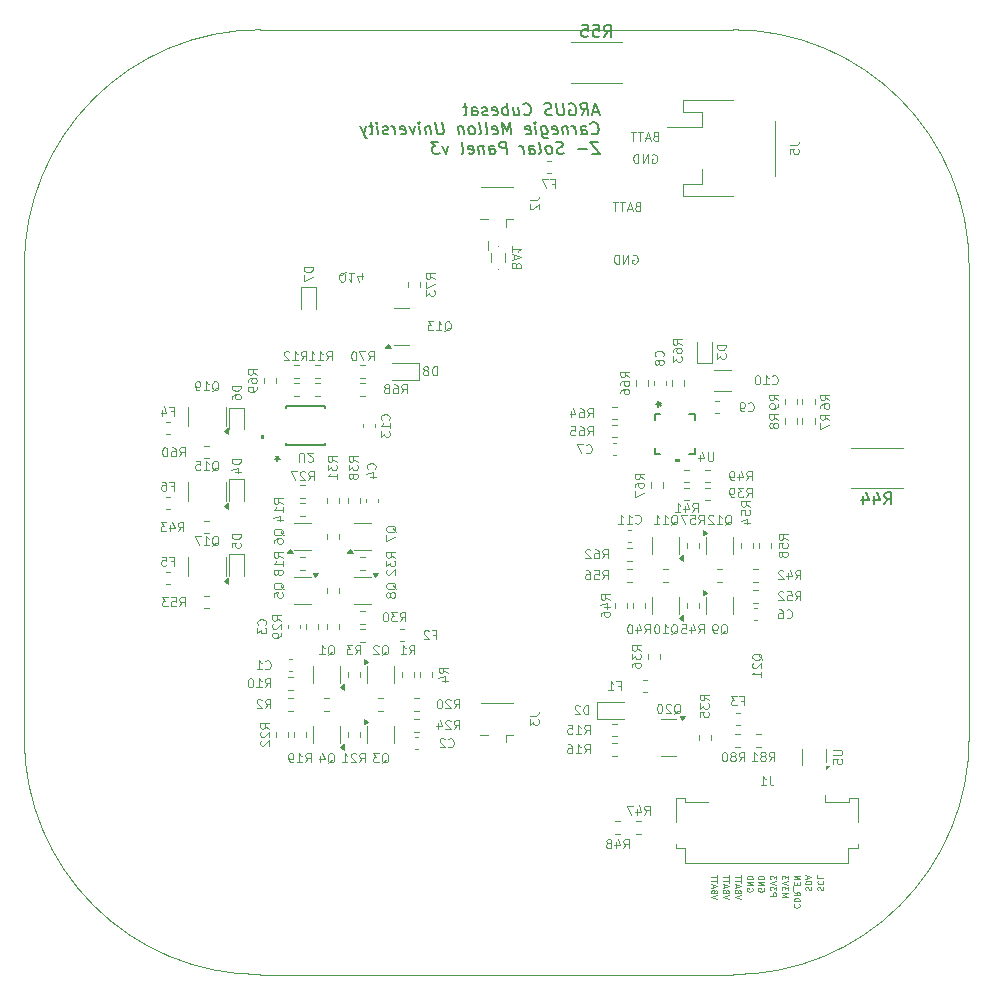
<source format=gbr>
%TF.GenerationSoftware,KiCad,Pcbnew,8.0.5*%
%TF.CreationDate,2025-02-27T20:38:44-05:00*%
%TF.ProjectId,Z-,5a2d2e6b-6963-4616-945f-706362585858,rev?*%
%TF.SameCoordinates,Original*%
%TF.FileFunction,Legend,Bot*%
%TF.FilePolarity,Positive*%
%FSLAX46Y46*%
G04 Gerber Fmt 4.6, Leading zero omitted, Abs format (unit mm)*
G04 Created by KiCad (PCBNEW 8.0.5) date 2025-02-27 20:38:44*
%MOMM*%
%LPD*%
G01*
G04 APERTURE LIST*
%ADD10C,0.100000*%
%ADD11C,0.101600*%
%ADD12C,0.152400*%
%ADD13C,0.150000*%
%ADD14C,0.000000*%
%ADD15C,0.120000*%
G04 APERTURE END LIST*
D10*
X112319599Y-75656600D02*
G75*
G02*
X132319599Y-55656599I19999951J50D01*
G01*
X132316538Y-135659599D02*
G75*
G02*
X112316501Y-115659600I-38J19999999D01*
G01*
X192316538Y-115659599D02*
X192316538Y-75659601D01*
X192319598Y-115656599D02*
X192319598Y-75656601D01*
X172316538Y-55659600D02*
X132316538Y-55659600D01*
X192316537Y-115659599D02*
G75*
G02*
X172316538Y-135659597I-19999967J-31D01*
G01*
X172319598Y-55656601D02*
G75*
G02*
X192319599Y-75656601I2J-19999999D01*
G01*
X132316538Y-135659599D02*
X172316538Y-135659599D01*
X192316537Y-115659599D02*
X192316538Y-75659601D01*
X112319599Y-75656600D02*
X112319598Y-115656600D01*
X192319598Y-115656599D02*
G75*
G02*
X172319599Y-135656598I-19999998J-1D01*
G01*
X172316538Y-55659600D02*
G75*
G02*
X192316540Y-75659601I-68J-20000070D01*
G01*
X112316538Y-75659600D02*
X112316538Y-115659600D01*
X112316538Y-75659600D02*
G75*
G02*
X132316538Y-55659598I19999962J40D01*
G01*
X132319599Y-135656601D02*
G75*
G02*
X112319599Y-115656600I1J20000001D01*
G01*
X172319598Y-55656601D02*
X132319599Y-55656600D01*
X132319599Y-135656601D02*
X172319599Y-135656599D01*
D11*
X165468586Y-66231747D02*
X165541158Y-66195461D01*
X165541158Y-66195461D02*
X165650015Y-66195461D01*
X165650015Y-66195461D02*
X165758872Y-66231747D01*
X165758872Y-66231747D02*
X165831443Y-66304318D01*
X165831443Y-66304318D02*
X165867729Y-66376890D01*
X165867729Y-66376890D02*
X165904015Y-66522033D01*
X165904015Y-66522033D02*
X165904015Y-66630890D01*
X165904015Y-66630890D02*
X165867729Y-66776033D01*
X165867729Y-66776033D02*
X165831443Y-66848604D01*
X165831443Y-66848604D02*
X165758872Y-66921176D01*
X165758872Y-66921176D02*
X165650015Y-66957461D01*
X165650015Y-66957461D02*
X165577443Y-66957461D01*
X165577443Y-66957461D02*
X165468586Y-66921176D01*
X165468586Y-66921176D02*
X165432300Y-66884890D01*
X165432300Y-66884890D02*
X165432300Y-66630890D01*
X165432300Y-66630890D02*
X165577443Y-66630890D01*
X165105729Y-66957461D02*
X165105729Y-66195461D01*
X165105729Y-66195461D02*
X164670300Y-66957461D01*
X164670300Y-66957461D02*
X164670300Y-66195461D01*
X164307443Y-66957461D02*
X164307443Y-66195461D01*
X164307443Y-66195461D02*
X164126014Y-66195461D01*
X164126014Y-66195461D02*
X164017157Y-66231747D01*
X164017157Y-66231747D02*
X163944586Y-66304318D01*
X163944586Y-66304318D02*
X163908300Y-66376890D01*
X163908300Y-66376890D02*
X163872014Y-66522033D01*
X163872014Y-66522033D02*
X163872014Y-66630890D01*
X163872014Y-66630890D02*
X163908300Y-66776033D01*
X163908300Y-66776033D02*
X163944586Y-66848604D01*
X163944586Y-66848604D02*
X164017157Y-66921176D01*
X164017157Y-66921176D02*
X164126014Y-66957461D01*
X164126014Y-66957461D02*
X164307443Y-66957461D01*
X171956873Y-129298415D02*
X171448873Y-129129081D01*
X171448873Y-129129081D02*
X171956873Y-128959748D01*
X171714968Y-128621081D02*
X171690778Y-128548509D01*
X171690778Y-128548509D02*
X171666587Y-128524319D01*
X171666587Y-128524319D02*
X171618206Y-128500128D01*
X171618206Y-128500128D02*
X171545635Y-128500128D01*
X171545635Y-128500128D02*
X171497254Y-128524319D01*
X171497254Y-128524319D02*
X171473064Y-128548509D01*
X171473064Y-128548509D02*
X171448873Y-128596890D01*
X171448873Y-128596890D02*
X171448873Y-128790414D01*
X171448873Y-128790414D02*
X171956873Y-128790414D01*
X171956873Y-128790414D02*
X171956873Y-128621081D01*
X171956873Y-128621081D02*
X171932683Y-128572700D01*
X171932683Y-128572700D02*
X171908492Y-128548509D01*
X171908492Y-128548509D02*
X171860111Y-128524319D01*
X171860111Y-128524319D02*
X171811730Y-128524319D01*
X171811730Y-128524319D02*
X171763349Y-128548509D01*
X171763349Y-128548509D02*
X171739159Y-128572700D01*
X171739159Y-128572700D02*
X171714968Y-128621081D01*
X171714968Y-128621081D02*
X171714968Y-128790414D01*
X171594016Y-128306605D02*
X171594016Y-128064700D01*
X171448873Y-128354986D02*
X171956873Y-128185652D01*
X171956873Y-128185652D02*
X171448873Y-128016319D01*
X171956873Y-127919557D02*
X171956873Y-127629271D01*
X171448873Y-127774414D02*
X171956873Y-127774414D01*
X171956873Y-127532509D02*
X171956873Y-127242223D01*
X171448873Y-127387366D02*
X171956873Y-127387366D01*
X173964683Y-128354984D02*
X173988873Y-128403365D01*
X173988873Y-128403365D02*
X173988873Y-128475936D01*
X173988873Y-128475936D02*
X173964683Y-128548508D01*
X173964683Y-128548508D02*
X173916302Y-128596889D01*
X173916302Y-128596889D02*
X173867921Y-128621079D01*
X173867921Y-128621079D02*
X173771159Y-128645270D01*
X173771159Y-128645270D02*
X173698587Y-128645270D01*
X173698587Y-128645270D02*
X173601825Y-128621079D01*
X173601825Y-128621079D02*
X173553444Y-128596889D01*
X173553444Y-128596889D02*
X173505064Y-128548508D01*
X173505064Y-128548508D02*
X173480873Y-128475936D01*
X173480873Y-128475936D02*
X173480873Y-128427555D01*
X173480873Y-128427555D02*
X173505064Y-128354984D01*
X173505064Y-128354984D02*
X173529254Y-128330793D01*
X173529254Y-128330793D02*
X173698587Y-128330793D01*
X173698587Y-128330793D02*
X173698587Y-128427555D01*
X173480873Y-128113079D02*
X173988873Y-128113079D01*
X173988873Y-128113079D02*
X173480873Y-127822793D01*
X173480873Y-127822793D02*
X173988873Y-127822793D01*
X173480873Y-127580889D02*
X173988873Y-127580889D01*
X173988873Y-127580889D02*
X173988873Y-127459937D01*
X173988873Y-127459937D02*
X173964683Y-127387365D01*
X173964683Y-127387365D02*
X173916302Y-127338984D01*
X173916302Y-127338984D02*
X173867921Y-127314794D01*
X173867921Y-127314794D02*
X173771159Y-127290603D01*
X173771159Y-127290603D02*
X173698587Y-127290603D01*
X173698587Y-127290603D02*
X173601825Y-127314794D01*
X173601825Y-127314794D02*
X173553444Y-127338984D01*
X173553444Y-127338984D02*
X173505064Y-127387365D01*
X173505064Y-127387365D02*
X173480873Y-127459937D01*
X173480873Y-127459937D02*
X173480873Y-127580889D01*
X179499464Y-128500128D02*
X179475273Y-128427556D01*
X179475273Y-128427556D02*
X179475273Y-128306604D01*
X179475273Y-128306604D02*
X179499464Y-128258223D01*
X179499464Y-128258223D02*
X179523654Y-128234032D01*
X179523654Y-128234032D02*
X179572035Y-128209842D01*
X179572035Y-128209842D02*
X179620416Y-128209842D01*
X179620416Y-128209842D02*
X179668797Y-128234032D01*
X179668797Y-128234032D02*
X179692987Y-128258223D01*
X179692987Y-128258223D02*
X179717178Y-128306604D01*
X179717178Y-128306604D02*
X179741368Y-128403366D01*
X179741368Y-128403366D02*
X179765559Y-128451747D01*
X179765559Y-128451747D02*
X179789749Y-128475937D01*
X179789749Y-128475937D02*
X179838130Y-128500128D01*
X179838130Y-128500128D02*
X179886511Y-128500128D01*
X179886511Y-128500128D02*
X179934892Y-128475937D01*
X179934892Y-128475937D02*
X179959083Y-128451747D01*
X179959083Y-128451747D02*
X179983273Y-128403366D01*
X179983273Y-128403366D02*
X179983273Y-128282413D01*
X179983273Y-128282413D02*
X179959083Y-128209842D01*
X179523654Y-127701841D02*
X179499464Y-127726032D01*
X179499464Y-127726032D02*
X179475273Y-127798603D01*
X179475273Y-127798603D02*
X179475273Y-127846984D01*
X179475273Y-127846984D02*
X179499464Y-127919556D01*
X179499464Y-127919556D02*
X179547844Y-127967937D01*
X179547844Y-127967937D02*
X179596225Y-127992127D01*
X179596225Y-127992127D02*
X179692987Y-128016318D01*
X179692987Y-128016318D02*
X179765559Y-128016318D01*
X179765559Y-128016318D02*
X179862321Y-127992127D01*
X179862321Y-127992127D02*
X179910702Y-127967937D01*
X179910702Y-127967937D02*
X179959083Y-127919556D01*
X179959083Y-127919556D02*
X179983273Y-127846984D01*
X179983273Y-127846984D02*
X179983273Y-127798603D01*
X179983273Y-127798603D02*
X179959083Y-127726032D01*
X179959083Y-127726032D02*
X179934892Y-127701841D01*
X179475273Y-127242222D02*
X179475273Y-127484127D01*
X179475273Y-127484127D02*
X179983273Y-127484127D01*
X165740729Y-64653318D02*
X165631872Y-64689604D01*
X165631872Y-64689604D02*
X165595586Y-64725890D01*
X165595586Y-64725890D02*
X165559300Y-64798461D01*
X165559300Y-64798461D02*
X165559300Y-64907318D01*
X165559300Y-64907318D02*
X165595586Y-64979890D01*
X165595586Y-64979890D02*
X165631872Y-65016176D01*
X165631872Y-65016176D02*
X165704443Y-65052461D01*
X165704443Y-65052461D02*
X165994729Y-65052461D01*
X165994729Y-65052461D02*
X165994729Y-64290461D01*
X165994729Y-64290461D02*
X165740729Y-64290461D01*
X165740729Y-64290461D02*
X165668158Y-64326747D01*
X165668158Y-64326747D02*
X165631872Y-64363033D01*
X165631872Y-64363033D02*
X165595586Y-64435604D01*
X165595586Y-64435604D02*
X165595586Y-64508176D01*
X165595586Y-64508176D02*
X165631872Y-64580747D01*
X165631872Y-64580747D02*
X165668158Y-64617033D01*
X165668158Y-64617033D02*
X165740729Y-64653318D01*
X165740729Y-64653318D02*
X165994729Y-64653318D01*
X165269015Y-64834747D02*
X164906158Y-64834747D01*
X165341586Y-65052461D02*
X165087586Y-64290461D01*
X165087586Y-64290461D02*
X164833586Y-65052461D01*
X164688443Y-64290461D02*
X164253015Y-64290461D01*
X164470729Y-65052461D02*
X164470729Y-64290461D01*
X164107872Y-64290461D02*
X163672444Y-64290461D01*
X163890158Y-65052461D02*
X163890158Y-64290461D01*
X177517053Y-129685460D02*
X177492863Y-129709651D01*
X177492863Y-129709651D02*
X177468672Y-129782222D01*
X177468672Y-129782222D02*
X177468672Y-129830603D01*
X177468672Y-129830603D02*
X177492863Y-129903175D01*
X177492863Y-129903175D02*
X177541243Y-129951556D01*
X177541243Y-129951556D02*
X177589624Y-129975746D01*
X177589624Y-129975746D02*
X177686386Y-129999937D01*
X177686386Y-129999937D02*
X177758958Y-129999937D01*
X177758958Y-129999937D02*
X177855720Y-129975746D01*
X177855720Y-129975746D02*
X177904101Y-129951556D01*
X177904101Y-129951556D02*
X177952482Y-129903175D01*
X177952482Y-129903175D02*
X177976672Y-129830603D01*
X177976672Y-129830603D02*
X177976672Y-129782222D01*
X177976672Y-129782222D02*
X177952482Y-129709651D01*
X177952482Y-129709651D02*
X177928291Y-129685460D01*
X177468672Y-129467746D02*
X177976672Y-129467746D01*
X177976672Y-129467746D02*
X177976672Y-129346794D01*
X177976672Y-129346794D02*
X177952482Y-129274222D01*
X177952482Y-129274222D02*
X177904101Y-129225841D01*
X177904101Y-129225841D02*
X177855720Y-129201651D01*
X177855720Y-129201651D02*
X177758958Y-129177460D01*
X177758958Y-129177460D02*
X177686386Y-129177460D01*
X177686386Y-129177460D02*
X177589624Y-129201651D01*
X177589624Y-129201651D02*
X177541243Y-129225841D01*
X177541243Y-129225841D02*
X177492863Y-129274222D01*
X177492863Y-129274222D02*
X177468672Y-129346794D01*
X177468672Y-129346794D02*
X177468672Y-129467746D01*
X177468672Y-128669460D02*
X177710577Y-128838794D01*
X177468672Y-128959746D02*
X177976672Y-128959746D01*
X177976672Y-128959746D02*
X177976672Y-128766222D01*
X177976672Y-128766222D02*
X177952482Y-128717841D01*
X177952482Y-128717841D02*
X177928291Y-128693651D01*
X177928291Y-128693651D02*
X177879910Y-128669460D01*
X177879910Y-128669460D02*
X177807339Y-128669460D01*
X177807339Y-128669460D02*
X177758958Y-128693651D01*
X177758958Y-128693651D02*
X177734767Y-128717841D01*
X177734767Y-128717841D02*
X177710577Y-128766222D01*
X177710577Y-128766222D02*
X177710577Y-128959746D01*
X177420291Y-128572699D02*
X177420291Y-128185651D01*
X177734767Y-128064698D02*
X177734767Y-127895365D01*
X177468672Y-127822793D02*
X177468672Y-128064698D01*
X177468672Y-128064698D02*
X177976672Y-128064698D01*
X177976672Y-128064698D02*
X177976672Y-127822793D01*
X177468672Y-127605079D02*
X177976672Y-127605079D01*
X177976672Y-127605079D02*
X177468672Y-127314793D01*
X177468672Y-127314793D02*
X177976672Y-127314793D01*
D12*
X160965975Y-62600044D02*
X160482165Y-62600044D01*
X161099022Y-62890329D02*
X160633356Y-61874329D01*
X160633356Y-61874329D02*
X160421689Y-62890329D01*
X159502451Y-62890329D02*
X159780641Y-62406520D01*
X160083022Y-62890329D02*
X159956022Y-61874329D01*
X159956022Y-61874329D02*
X159568975Y-61874329D01*
X159568975Y-61874329D02*
X159478260Y-61922710D01*
X159478260Y-61922710D02*
X159435927Y-61971091D01*
X159435927Y-61971091D02*
X159399641Y-62067853D01*
X159399641Y-62067853D02*
X159417784Y-62212996D01*
X159417784Y-62212996D02*
X159478260Y-62309758D01*
X159478260Y-62309758D02*
X159532689Y-62358139D01*
X159532689Y-62358139D02*
X159635499Y-62406520D01*
X159635499Y-62406520D02*
X160022546Y-62406520D01*
X158413880Y-61922710D02*
X158504594Y-61874329D01*
X158504594Y-61874329D02*
X158649737Y-61874329D01*
X158649737Y-61874329D02*
X158800927Y-61922710D01*
X158800927Y-61922710D02*
X158909784Y-62019472D01*
X158909784Y-62019472D02*
X158970260Y-62116234D01*
X158970260Y-62116234D02*
X159042832Y-62309758D01*
X159042832Y-62309758D02*
X159060975Y-62454901D01*
X159060975Y-62454901D02*
X159036784Y-62648425D01*
X159036784Y-62648425D02*
X159000499Y-62745187D01*
X159000499Y-62745187D02*
X158915832Y-62841949D01*
X158915832Y-62841949D02*
X158776737Y-62890329D01*
X158776737Y-62890329D02*
X158679975Y-62890329D01*
X158679975Y-62890329D02*
X158528784Y-62841949D01*
X158528784Y-62841949D02*
X158474356Y-62793568D01*
X158474356Y-62793568D02*
X158432022Y-62454901D01*
X158432022Y-62454901D02*
X158625546Y-62454901D01*
X157924022Y-61874329D02*
X158026832Y-62696806D01*
X158026832Y-62696806D02*
X157990546Y-62793568D01*
X157990546Y-62793568D02*
X157948213Y-62841949D01*
X157948213Y-62841949D02*
X157857499Y-62890329D01*
X157857499Y-62890329D02*
X157663975Y-62890329D01*
X157663975Y-62890329D02*
X157561165Y-62841949D01*
X157561165Y-62841949D02*
X157506737Y-62793568D01*
X157506737Y-62793568D02*
X157446260Y-62696806D01*
X157446260Y-62696806D02*
X157343451Y-61874329D01*
X157028975Y-62841949D02*
X156889879Y-62890329D01*
X156889879Y-62890329D02*
X156647975Y-62890329D01*
X156647975Y-62890329D02*
X156545165Y-62841949D01*
X156545165Y-62841949D02*
X156490737Y-62793568D01*
X156490737Y-62793568D02*
X156430260Y-62696806D01*
X156430260Y-62696806D02*
X156418165Y-62600044D01*
X156418165Y-62600044D02*
X156454451Y-62503282D01*
X156454451Y-62503282D02*
X156496784Y-62454901D01*
X156496784Y-62454901D02*
X156587499Y-62406520D01*
X156587499Y-62406520D02*
X156774975Y-62358139D01*
X156774975Y-62358139D02*
X156865689Y-62309758D01*
X156865689Y-62309758D02*
X156908022Y-62261377D01*
X156908022Y-62261377D02*
X156944308Y-62164615D01*
X156944308Y-62164615D02*
X156932213Y-62067853D01*
X156932213Y-62067853D02*
X156871737Y-61971091D01*
X156871737Y-61971091D02*
X156817308Y-61922710D01*
X156817308Y-61922710D02*
X156714499Y-61874329D01*
X156714499Y-61874329D02*
X156472594Y-61874329D01*
X156472594Y-61874329D02*
X156333499Y-61922710D01*
X154652261Y-62793568D02*
X154706689Y-62841949D01*
X154706689Y-62841949D02*
X154857880Y-62890329D01*
X154857880Y-62890329D02*
X154954642Y-62890329D01*
X154954642Y-62890329D02*
X155093737Y-62841949D01*
X155093737Y-62841949D02*
X155178404Y-62745187D01*
X155178404Y-62745187D02*
X155214689Y-62648425D01*
X155214689Y-62648425D02*
X155238880Y-62454901D01*
X155238880Y-62454901D02*
X155220737Y-62309758D01*
X155220737Y-62309758D02*
X155148165Y-62116234D01*
X155148165Y-62116234D02*
X155087689Y-62019472D01*
X155087689Y-62019472D02*
X154978832Y-61922710D01*
X154978832Y-61922710D02*
X154827642Y-61874329D01*
X154827642Y-61874329D02*
X154730880Y-61874329D01*
X154730880Y-61874329D02*
X154591785Y-61922710D01*
X154591785Y-61922710D02*
X154549451Y-61971091D01*
X153708832Y-62212996D02*
X153793499Y-62890329D01*
X154144261Y-62212996D02*
X154210785Y-62745187D01*
X154210785Y-62745187D02*
X154174499Y-62841949D01*
X154174499Y-62841949D02*
X154083785Y-62890329D01*
X154083785Y-62890329D02*
X153938642Y-62890329D01*
X153938642Y-62890329D02*
X153835832Y-62841949D01*
X153835832Y-62841949D02*
X153781404Y-62793568D01*
X153309689Y-62890329D02*
X153182689Y-61874329D01*
X153231070Y-62261377D02*
X153128261Y-62212996D01*
X153128261Y-62212996D02*
X152934737Y-62212996D01*
X152934737Y-62212996D02*
X152844023Y-62261377D01*
X152844023Y-62261377D02*
X152801689Y-62309758D01*
X152801689Y-62309758D02*
X152765404Y-62406520D01*
X152765404Y-62406520D02*
X152801689Y-62696806D01*
X152801689Y-62696806D02*
X152862166Y-62793568D01*
X152862166Y-62793568D02*
X152916594Y-62841949D01*
X152916594Y-62841949D02*
X153019404Y-62890329D01*
X153019404Y-62890329D02*
X153212927Y-62890329D01*
X153212927Y-62890329D02*
X153303642Y-62841949D01*
X151997356Y-62841949D02*
X152100166Y-62890329D01*
X152100166Y-62890329D02*
X152293689Y-62890329D01*
X152293689Y-62890329D02*
X152384404Y-62841949D01*
X152384404Y-62841949D02*
X152420689Y-62745187D01*
X152420689Y-62745187D02*
X152372309Y-62358139D01*
X152372309Y-62358139D02*
X152311832Y-62261377D01*
X152311832Y-62261377D02*
X152209023Y-62212996D01*
X152209023Y-62212996D02*
X152015499Y-62212996D01*
X152015499Y-62212996D02*
X151924785Y-62261377D01*
X151924785Y-62261377D02*
X151888499Y-62358139D01*
X151888499Y-62358139D02*
X151900594Y-62454901D01*
X151900594Y-62454901D02*
X152396499Y-62551663D01*
X151561928Y-62841949D02*
X151471213Y-62890329D01*
X151471213Y-62890329D02*
X151277690Y-62890329D01*
X151277690Y-62890329D02*
X151174880Y-62841949D01*
X151174880Y-62841949D02*
X151114404Y-62745187D01*
X151114404Y-62745187D02*
X151108356Y-62696806D01*
X151108356Y-62696806D02*
X151144642Y-62600044D01*
X151144642Y-62600044D02*
X151235356Y-62551663D01*
X151235356Y-62551663D02*
X151380499Y-62551663D01*
X151380499Y-62551663D02*
X151471213Y-62503282D01*
X151471213Y-62503282D02*
X151507499Y-62406520D01*
X151507499Y-62406520D02*
X151501452Y-62358139D01*
X151501452Y-62358139D02*
X151440975Y-62261377D01*
X151440975Y-62261377D02*
X151338166Y-62212996D01*
X151338166Y-62212996D02*
X151193023Y-62212996D01*
X151193023Y-62212996D02*
X151102309Y-62261377D01*
X150261690Y-62890329D02*
X150195166Y-62358139D01*
X150195166Y-62358139D02*
X150231452Y-62261377D01*
X150231452Y-62261377D02*
X150322166Y-62212996D01*
X150322166Y-62212996D02*
X150515690Y-62212996D01*
X150515690Y-62212996D02*
X150618499Y-62261377D01*
X150255642Y-62841949D02*
X150358452Y-62890329D01*
X150358452Y-62890329D02*
X150600356Y-62890329D01*
X150600356Y-62890329D02*
X150691071Y-62841949D01*
X150691071Y-62841949D02*
X150727356Y-62745187D01*
X150727356Y-62745187D02*
X150715261Y-62648425D01*
X150715261Y-62648425D02*
X150654785Y-62551663D01*
X150654785Y-62551663D02*
X150551976Y-62503282D01*
X150551976Y-62503282D02*
X150310071Y-62503282D01*
X150310071Y-62503282D02*
X150207261Y-62454901D01*
X149838357Y-62212996D02*
X149451309Y-62212996D01*
X149650880Y-61874329D02*
X149759738Y-62745187D01*
X149759738Y-62745187D02*
X149723452Y-62841949D01*
X149723452Y-62841949D02*
X149632738Y-62890329D01*
X149632738Y-62890329D02*
X149535976Y-62890329D01*
X160361213Y-64429271D02*
X160415641Y-64477652D01*
X160415641Y-64477652D02*
X160566832Y-64526032D01*
X160566832Y-64526032D02*
X160663594Y-64526032D01*
X160663594Y-64526032D02*
X160802689Y-64477652D01*
X160802689Y-64477652D02*
X160887356Y-64380890D01*
X160887356Y-64380890D02*
X160923641Y-64284128D01*
X160923641Y-64284128D02*
X160947832Y-64090604D01*
X160947832Y-64090604D02*
X160929689Y-63945461D01*
X160929689Y-63945461D02*
X160857117Y-63751937D01*
X160857117Y-63751937D02*
X160796641Y-63655175D01*
X160796641Y-63655175D02*
X160687784Y-63558413D01*
X160687784Y-63558413D02*
X160536594Y-63510032D01*
X160536594Y-63510032D02*
X160439832Y-63510032D01*
X160439832Y-63510032D02*
X160300737Y-63558413D01*
X160300737Y-63558413D02*
X160258403Y-63606794D01*
X159502451Y-64526032D02*
X159435927Y-63993842D01*
X159435927Y-63993842D02*
X159472213Y-63897080D01*
X159472213Y-63897080D02*
X159562927Y-63848699D01*
X159562927Y-63848699D02*
X159756451Y-63848699D01*
X159756451Y-63848699D02*
X159859260Y-63897080D01*
X159496403Y-64477652D02*
X159599213Y-64526032D01*
X159599213Y-64526032D02*
X159841117Y-64526032D01*
X159841117Y-64526032D02*
X159931832Y-64477652D01*
X159931832Y-64477652D02*
X159968117Y-64380890D01*
X159968117Y-64380890D02*
X159956022Y-64284128D01*
X159956022Y-64284128D02*
X159895546Y-64187366D01*
X159895546Y-64187366D02*
X159792737Y-64138985D01*
X159792737Y-64138985D02*
X159550832Y-64138985D01*
X159550832Y-64138985D02*
X159448022Y-64090604D01*
X159018641Y-64526032D02*
X158933975Y-63848699D01*
X158958165Y-64042223D02*
X158897689Y-63945461D01*
X158897689Y-63945461D02*
X158843260Y-63897080D01*
X158843260Y-63897080D02*
X158740451Y-63848699D01*
X158740451Y-63848699D02*
X158643689Y-63848699D01*
X158305023Y-63848699D02*
X158389689Y-64526032D01*
X158317118Y-63945461D02*
X158262689Y-63897080D01*
X158262689Y-63897080D02*
X158159880Y-63848699D01*
X158159880Y-63848699D02*
X158014737Y-63848699D01*
X158014737Y-63848699D02*
X157924023Y-63897080D01*
X157924023Y-63897080D02*
X157887737Y-63993842D01*
X157887737Y-63993842D02*
X157954261Y-64526032D01*
X157077356Y-64477652D02*
X157180166Y-64526032D01*
X157180166Y-64526032D02*
X157373689Y-64526032D01*
X157373689Y-64526032D02*
X157464404Y-64477652D01*
X157464404Y-64477652D02*
X157500689Y-64380890D01*
X157500689Y-64380890D02*
X157452309Y-63993842D01*
X157452309Y-63993842D02*
X157391832Y-63897080D01*
X157391832Y-63897080D02*
X157289023Y-63848699D01*
X157289023Y-63848699D02*
X157095499Y-63848699D01*
X157095499Y-63848699D02*
X157004785Y-63897080D01*
X157004785Y-63897080D02*
X156968499Y-63993842D01*
X156968499Y-63993842D02*
X156980594Y-64090604D01*
X156980594Y-64090604D02*
X157476499Y-64187366D01*
X156079499Y-63848699D02*
X156182309Y-64671175D01*
X156182309Y-64671175D02*
X156242785Y-64767937D01*
X156242785Y-64767937D02*
X156297213Y-64816318D01*
X156297213Y-64816318D02*
X156400023Y-64864699D01*
X156400023Y-64864699D02*
X156545166Y-64864699D01*
X156545166Y-64864699D02*
X156635880Y-64816318D01*
X156158118Y-64477652D02*
X156260928Y-64526032D01*
X156260928Y-64526032D02*
X156454452Y-64526032D01*
X156454452Y-64526032D02*
X156545166Y-64477652D01*
X156545166Y-64477652D02*
X156587499Y-64429271D01*
X156587499Y-64429271D02*
X156623785Y-64332509D01*
X156623785Y-64332509D02*
X156587499Y-64042223D01*
X156587499Y-64042223D02*
X156527023Y-63945461D01*
X156527023Y-63945461D02*
X156472594Y-63897080D01*
X156472594Y-63897080D02*
X156369785Y-63848699D01*
X156369785Y-63848699D02*
X156176261Y-63848699D01*
X156176261Y-63848699D02*
X156085547Y-63897080D01*
X155680356Y-64526032D02*
X155595690Y-63848699D01*
X155553356Y-63510032D02*
X155607785Y-63558413D01*
X155607785Y-63558413D02*
X155565452Y-63606794D01*
X155565452Y-63606794D02*
X155511023Y-63558413D01*
X155511023Y-63558413D02*
X155553356Y-63510032D01*
X155553356Y-63510032D02*
X155565452Y-63606794D01*
X154803451Y-64477652D02*
X154906261Y-64526032D01*
X154906261Y-64526032D02*
X155099784Y-64526032D01*
X155099784Y-64526032D02*
X155190499Y-64477652D01*
X155190499Y-64477652D02*
X155226784Y-64380890D01*
X155226784Y-64380890D02*
X155178404Y-63993842D01*
X155178404Y-63993842D02*
X155117927Y-63897080D01*
X155117927Y-63897080D02*
X155015118Y-63848699D01*
X155015118Y-63848699D02*
X154821594Y-63848699D01*
X154821594Y-63848699D02*
X154730880Y-63897080D01*
X154730880Y-63897080D02*
X154694594Y-63993842D01*
X154694594Y-63993842D02*
X154706689Y-64090604D01*
X154706689Y-64090604D02*
X155202594Y-64187366D01*
X153551594Y-64526032D02*
X153424594Y-63510032D01*
X153424594Y-63510032D02*
X153176642Y-64235747D01*
X153176642Y-64235747D02*
X152747261Y-63510032D01*
X152747261Y-63510032D02*
X152874261Y-64526032D01*
X151997356Y-64477652D02*
X152100166Y-64526032D01*
X152100166Y-64526032D02*
X152293689Y-64526032D01*
X152293689Y-64526032D02*
X152384404Y-64477652D01*
X152384404Y-64477652D02*
X152420689Y-64380890D01*
X152420689Y-64380890D02*
X152372309Y-63993842D01*
X152372309Y-63993842D02*
X152311832Y-63897080D01*
X152311832Y-63897080D02*
X152209023Y-63848699D01*
X152209023Y-63848699D02*
X152015499Y-63848699D01*
X152015499Y-63848699D02*
X151924785Y-63897080D01*
X151924785Y-63897080D02*
X151888499Y-63993842D01*
X151888499Y-63993842D02*
X151900594Y-64090604D01*
X151900594Y-64090604D02*
X152396499Y-64187366D01*
X151374452Y-64526032D02*
X151465166Y-64477652D01*
X151465166Y-64477652D02*
X151501452Y-64380890D01*
X151501452Y-64380890D02*
X151392594Y-63510032D01*
X150842262Y-64526032D02*
X150932976Y-64477652D01*
X150932976Y-64477652D02*
X150969262Y-64380890D01*
X150969262Y-64380890D02*
X150860404Y-63510032D01*
X150310072Y-64526032D02*
X150400786Y-64477652D01*
X150400786Y-64477652D02*
X150443119Y-64429271D01*
X150443119Y-64429271D02*
X150479405Y-64332509D01*
X150479405Y-64332509D02*
X150443119Y-64042223D01*
X150443119Y-64042223D02*
X150382643Y-63945461D01*
X150382643Y-63945461D02*
X150328214Y-63897080D01*
X150328214Y-63897080D02*
X150225405Y-63848699D01*
X150225405Y-63848699D02*
X150080262Y-63848699D01*
X150080262Y-63848699D02*
X149989548Y-63897080D01*
X149989548Y-63897080D02*
X149947214Y-63945461D01*
X149947214Y-63945461D02*
X149910929Y-64042223D01*
X149910929Y-64042223D02*
X149947214Y-64332509D01*
X149947214Y-64332509D02*
X150007691Y-64429271D01*
X150007691Y-64429271D02*
X150062119Y-64477652D01*
X150062119Y-64477652D02*
X150164929Y-64526032D01*
X150164929Y-64526032D02*
X150310072Y-64526032D01*
X149451310Y-63848699D02*
X149535976Y-64526032D01*
X149463405Y-63945461D02*
X149408976Y-63897080D01*
X149408976Y-63897080D02*
X149306167Y-63848699D01*
X149306167Y-63848699D02*
X149161024Y-63848699D01*
X149161024Y-63848699D02*
X149070310Y-63897080D01*
X149070310Y-63897080D02*
X149034024Y-63993842D01*
X149034024Y-63993842D02*
X149100548Y-64526032D01*
X147715643Y-63510032D02*
X147818453Y-64332509D01*
X147818453Y-64332509D02*
X147782167Y-64429271D01*
X147782167Y-64429271D02*
X147739834Y-64477652D01*
X147739834Y-64477652D02*
X147649120Y-64526032D01*
X147649120Y-64526032D02*
X147455596Y-64526032D01*
X147455596Y-64526032D02*
X147352786Y-64477652D01*
X147352786Y-64477652D02*
X147298358Y-64429271D01*
X147298358Y-64429271D02*
X147237881Y-64332509D01*
X147237881Y-64332509D02*
X147135072Y-63510032D01*
X146693596Y-63848699D02*
X146778262Y-64526032D01*
X146705691Y-63945461D02*
X146651262Y-63897080D01*
X146651262Y-63897080D02*
X146548453Y-63848699D01*
X146548453Y-63848699D02*
X146403310Y-63848699D01*
X146403310Y-63848699D02*
X146312596Y-63897080D01*
X146312596Y-63897080D02*
X146276310Y-63993842D01*
X146276310Y-63993842D02*
X146342834Y-64526032D01*
X145859024Y-64526032D02*
X145774358Y-63848699D01*
X145732024Y-63510032D02*
X145786453Y-63558413D01*
X145786453Y-63558413D02*
X145744120Y-63606794D01*
X145744120Y-63606794D02*
X145689691Y-63558413D01*
X145689691Y-63558413D02*
X145732024Y-63510032D01*
X145732024Y-63510032D02*
X145744120Y-63606794D01*
X145387310Y-63848699D02*
X145230072Y-64526032D01*
X145230072Y-64526032D02*
X144903500Y-63848699D01*
X144208024Y-64477652D02*
X144310834Y-64526032D01*
X144310834Y-64526032D02*
X144504357Y-64526032D01*
X144504357Y-64526032D02*
X144595072Y-64477652D01*
X144595072Y-64477652D02*
X144631357Y-64380890D01*
X144631357Y-64380890D02*
X144582977Y-63993842D01*
X144582977Y-63993842D02*
X144522500Y-63897080D01*
X144522500Y-63897080D02*
X144419691Y-63848699D01*
X144419691Y-63848699D02*
X144226167Y-63848699D01*
X144226167Y-63848699D02*
X144135453Y-63897080D01*
X144135453Y-63897080D02*
X144099167Y-63993842D01*
X144099167Y-63993842D02*
X144111262Y-64090604D01*
X144111262Y-64090604D02*
X144607167Y-64187366D01*
X143730262Y-64526032D02*
X143645596Y-63848699D01*
X143669786Y-64042223D02*
X143609310Y-63945461D01*
X143609310Y-63945461D02*
X143554881Y-63897080D01*
X143554881Y-63897080D02*
X143452072Y-63848699D01*
X143452072Y-63848699D02*
X143355310Y-63848699D01*
X143143644Y-64477652D02*
X143052929Y-64526032D01*
X143052929Y-64526032D02*
X142859406Y-64526032D01*
X142859406Y-64526032D02*
X142756596Y-64477652D01*
X142756596Y-64477652D02*
X142696120Y-64380890D01*
X142696120Y-64380890D02*
X142690072Y-64332509D01*
X142690072Y-64332509D02*
X142726358Y-64235747D01*
X142726358Y-64235747D02*
X142817072Y-64187366D01*
X142817072Y-64187366D02*
X142962215Y-64187366D01*
X142962215Y-64187366D02*
X143052929Y-64138985D01*
X143052929Y-64138985D02*
X143089215Y-64042223D01*
X143089215Y-64042223D02*
X143083168Y-63993842D01*
X143083168Y-63993842D02*
X143022691Y-63897080D01*
X143022691Y-63897080D02*
X142919882Y-63848699D01*
X142919882Y-63848699D02*
X142774739Y-63848699D01*
X142774739Y-63848699D02*
X142684025Y-63897080D01*
X142278834Y-64526032D02*
X142194168Y-63848699D01*
X142151834Y-63510032D02*
X142206263Y-63558413D01*
X142206263Y-63558413D02*
X142163930Y-63606794D01*
X142163930Y-63606794D02*
X142109501Y-63558413D01*
X142109501Y-63558413D02*
X142151834Y-63510032D01*
X142151834Y-63510032D02*
X142163930Y-63606794D01*
X141855501Y-63848699D02*
X141468453Y-63848699D01*
X141668024Y-63510032D02*
X141776882Y-64380890D01*
X141776882Y-64380890D02*
X141740596Y-64477652D01*
X141740596Y-64477652D02*
X141649882Y-64526032D01*
X141649882Y-64526032D02*
X141553120Y-64526032D01*
X141226549Y-63848699D02*
X141069311Y-64526032D01*
X140742739Y-63848699D02*
X141069311Y-64526032D01*
X141069311Y-64526032D02*
X141196311Y-64767937D01*
X141196311Y-64767937D02*
X141250739Y-64816318D01*
X141250739Y-64816318D02*
X141353549Y-64864699D01*
X160923641Y-65145735D02*
X160246308Y-65145735D01*
X160246308Y-65145735D02*
X161050641Y-66161735D01*
X161050641Y-66161735D02*
X160373308Y-66161735D01*
X159937879Y-65774688D02*
X159163784Y-65774688D01*
X157996594Y-66113355D02*
X157857498Y-66161735D01*
X157857498Y-66161735D02*
X157615594Y-66161735D01*
X157615594Y-66161735D02*
X157512784Y-66113355D01*
X157512784Y-66113355D02*
X157458356Y-66064974D01*
X157458356Y-66064974D02*
X157397879Y-65968212D01*
X157397879Y-65968212D02*
X157385784Y-65871450D01*
X157385784Y-65871450D02*
X157422070Y-65774688D01*
X157422070Y-65774688D02*
X157464403Y-65726307D01*
X157464403Y-65726307D02*
X157555118Y-65677926D01*
X157555118Y-65677926D02*
X157742594Y-65629545D01*
X157742594Y-65629545D02*
X157833308Y-65581164D01*
X157833308Y-65581164D02*
X157875641Y-65532783D01*
X157875641Y-65532783D02*
X157911927Y-65436021D01*
X157911927Y-65436021D02*
X157899832Y-65339259D01*
X157899832Y-65339259D02*
X157839356Y-65242497D01*
X157839356Y-65242497D02*
X157784927Y-65194116D01*
X157784927Y-65194116D02*
X157682118Y-65145735D01*
X157682118Y-65145735D02*
X157440213Y-65145735D01*
X157440213Y-65145735D02*
X157301118Y-65194116D01*
X156841499Y-66161735D02*
X156932213Y-66113355D01*
X156932213Y-66113355D02*
X156974546Y-66064974D01*
X156974546Y-66064974D02*
X157010832Y-65968212D01*
X157010832Y-65968212D02*
X156974546Y-65677926D01*
X156974546Y-65677926D02*
X156914070Y-65581164D01*
X156914070Y-65581164D02*
X156859641Y-65532783D01*
X156859641Y-65532783D02*
X156756832Y-65484402D01*
X156756832Y-65484402D02*
X156611689Y-65484402D01*
X156611689Y-65484402D02*
X156520975Y-65532783D01*
X156520975Y-65532783D02*
X156478641Y-65581164D01*
X156478641Y-65581164D02*
X156442356Y-65677926D01*
X156442356Y-65677926D02*
X156478641Y-65968212D01*
X156478641Y-65968212D02*
X156539118Y-66064974D01*
X156539118Y-66064974D02*
X156593546Y-66113355D01*
X156593546Y-66113355D02*
X156696356Y-66161735D01*
X156696356Y-66161735D02*
X156841499Y-66161735D01*
X155922261Y-66161735D02*
X156012975Y-66113355D01*
X156012975Y-66113355D02*
X156049261Y-66016593D01*
X156049261Y-66016593D02*
X155940403Y-65145735D01*
X155099785Y-66161735D02*
X155033261Y-65629545D01*
X155033261Y-65629545D02*
X155069547Y-65532783D01*
X155069547Y-65532783D02*
X155160261Y-65484402D01*
X155160261Y-65484402D02*
X155353785Y-65484402D01*
X155353785Y-65484402D02*
X155456594Y-65532783D01*
X155093737Y-66113355D02*
X155196547Y-66161735D01*
X155196547Y-66161735D02*
X155438451Y-66161735D01*
X155438451Y-66161735D02*
X155529166Y-66113355D01*
X155529166Y-66113355D02*
X155565451Y-66016593D01*
X155565451Y-66016593D02*
X155553356Y-65919831D01*
X155553356Y-65919831D02*
X155492880Y-65823069D01*
X155492880Y-65823069D02*
X155390071Y-65774688D01*
X155390071Y-65774688D02*
X155148166Y-65774688D01*
X155148166Y-65774688D02*
X155045356Y-65726307D01*
X154615975Y-66161735D02*
X154531309Y-65484402D01*
X154555499Y-65677926D02*
X154495023Y-65581164D01*
X154495023Y-65581164D02*
X154440594Y-65532783D01*
X154440594Y-65532783D02*
X154337785Y-65484402D01*
X154337785Y-65484402D02*
X154241023Y-65484402D01*
X153212928Y-66161735D02*
X153085928Y-65145735D01*
X153085928Y-65145735D02*
X152698881Y-65145735D01*
X152698881Y-65145735D02*
X152608166Y-65194116D01*
X152608166Y-65194116D02*
X152565833Y-65242497D01*
X152565833Y-65242497D02*
X152529547Y-65339259D01*
X152529547Y-65339259D02*
X152547690Y-65484402D01*
X152547690Y-65484402D02*
X152608166Y-65581164D01*
X152608166Y-65581164D02*
X152662595Y-65629545D01*
X152662595Y-65629545D02*
X152765405Y-65677926D01*
X152765405Y-65677926D02*
X153152452Y-65677926D01*
X151761500Y-66161735D02*
X151694976Y-65629545D01*
X151694976Y-65629545D02*
X151731262Y-65532783D01*
X151731262Y-65532783D02*
X151821976Y-65484402D01*
X151821976Y-65484402D02*
X152015500Y-65484402D01*
X152015500Y-65484402D02*
X152118309Y-65532783D01*
X151755452Y-66113355D02*
X151858262Y-66161735D01*
X151858262Y-66161735D02*
X152100166Y-66161735D01*
X152100166Y-66161735D02*
X152190881Y-66113355D01*
X152190881Y-66113355D02*
X152227166Y-66016593D01*
X152227166Y-66016593D02*
X152215071Y-65919831D01*
X152215071Y-65919831D02*
X152154595Y-65823069D01*
X152154595Y-65823069D02*
X152051786Y-65774688D01*
X152051786Y-65774688D02*
X151809881Y-65774688D01*
X151809881Y-65774688D02*
X151707071Y-65726307D01*
X151193024Y-65484402D02*
X151277690Y-66161735D01*
X151205119Y-65581164D02*
X151150690Y-65532783D01*
X151150690Y-65532783D02*
X151047881Y-65484402D01*
X151047881Y-65484402D02*
X150902738Y-65484402D01*
X150902738Y-65484402D02*
X150812024Y-65532783D01*
X150812024Y-65532783D02*
X150775738Y-65629545D01*
X150775738Y-65629545D02*
X150842262Y-66161735D01*
X149965357Y-66113355D02*
X150068167Y-66161735D01*
X150068167Y-66161735D02*
X150261690Y-66161735D01*
X150261690Y-66161735D02*
X150352405Y-66113355D01*
X150352405Y-66113355D02*
X150388690Y-66016593D01*
X150388690Y-66016593D02*
X150340310Y-65629545D01*
X150340310Y-65629545D02*
X150279833Y-65532783D01*
X150279833Y-65532783D02*
X150177024Y-65484402D01*
X150177024Y-65484402D02*
X149983500Y-65484402D01*
X149983500Y-65484402D02*
X149892786Y-65532783D01*
X149892786Y-65532783D02*
X149856500Y-65629545D01*
X149856500Y-65629545D02*
X149868595Y-65726307D01*
X149868595Y-65726307D02*
X150364500Y-65823069D01*
X149342453Y-66161735D02*
X149433167Y-66113355D01*
X149433167Y-66113355D02*
X149469453Y-66016593D01*
X149469453Y-66016593D02*
X149360595Y-65145735D01*
X148193406Y-65484402D02*
X148036168Y-66161735D01*
X148036168Y-66161735D02*
X147709596Y-65484402D01*
X147376977Y-65145735D02*
X146748025Y-65145735D01*
X146748025Y-65145735D02*
X147135073Y-65532783D01*
X147135073Y-65532783D02*
X146989930Y-65532783D01*
X146989930Y-65532783D02*
X146899215Y-65581164D01*
X146899215Y-65581164D02*
X146856882Y-65629545D01*
X146856882Y-65629545D02*
X146820596Y-65726307D01*
X146820596Y-65726307D02*
X146850834Y-65968212D01*
X146850834Y-65968212D02*
X146911311Y-66064974D01*
X146911311Y-66064974D02*
X146965739Y-66113355D01*
X146965739Y-66113355D02*
X147068549Y-66161735D01*
X147068549Y-66161735D02*
X147358834Y-66161735D01*
X147358834Y-66161735D02*
X147449549Y-66113355D01*
X147449549Y-66113355D02*
X147491882Y-66064974D01*
D11*
X178483463Y-128524319D02*
X178459272Y-128451747D01*
X178459272Y-128451747D02*
X178459272Y-128330795D01*
X178459272Y-128330795D02*
X178483463Y-128282414D01*
X178483463Y-128282414D02*
X178507653Y-128258223D01*
X178507653Y-128258223D02*
X178556034Y-128234033D01*
X178556034Y-128234033D02*
X178604415Y-128234033D01*
X178604415Y-128234033D02*
X178652796Y-128258223D01*
X178652796Y-128258223D02*
X178676986Y-128282414D01*
X178676986Y-128282414D02*
X178701177Y-128330795D01*
X178701177Y-128330795D02*
X178725367Y-128427557D01*
X178725367Y-128427557D02*
X178749558Y-128475938D01*
X178749558Y-128475938D02*
X178773748Y-128500128D01*
X178773748Y-128500128D02*
X178822129Y-128524319D01*
X178822129Y-128524319D02*
X178870510Y-128524319D01*
X178870510Y-128524319D02*
X178918891Y-128500128D01*
X178918891Y-128500128D02*
X178943082Y-128475938D01*
X178943082Y-128475938D02*
X178967272Y-128427557D01*
X178967272Y-128427557D02*
X178967272Y-128306604D01*
X178967272Y-128306604D02*
X178943082Y-128234033D01*
X178459272Y-128016318D02*
X178967272Y-128016318D01*
X178967272Y-128016318D02*
X178967272Y-127895366D01*
X178967272Y-127895366D02*
X178943082Y-127822794D01*
X178943082Y-127822794D02*
X178894701Y-127774413D01*
X178894701Y-127774413D02*
X178846320Y-127750223D01*
X178846320Y-127750223D02*
X178749558Y-127726032D01*
X178749558Y-127726032D02*
X178676986Y-127726032D01*
X178676986Y-127726032D02*
X178580224Y-127750223D01*
X178580224Y-127750223D02*
X178531843Y-127774413D01*
X178531843Y-127774413D02*
X178483463Y-127822794D01*
X178483463Y-127822794D02*
X178459272Y-127895366D01*
X178459272Y-127895366D02*
X178459272Y-128016318D01*
X178604415Y-127532509D02*
X178604415Y-127290604D01*
X178459272Y-127580890D02*
X178967272Y-127411556D01*
X178967272Y-127411556D02*
X178459272Y-127242223D01*
X175462073Y-128983938D02*
X175970073Y-128983938D01*
X175970073Y-128983938D02*
X175970073Y-128790414D01*
X175970073Y-128790414D02*
X175945883Y-128742033D01*
X175945883Y-128742033D02*
X175921692Y-128717843D01*
X175921692Y-128717843D02*
X175873311Y-128693652D01*
X175873311Y-128693652D02*
X175800740Y-128693652D01*
X175800740Y-128693652D02*
X175752359Y-128717843D01*
X175752359Y-128717843D02*
X175728168Y-128742033D01*
X175728168Y-128742033D02*
X175703978Y-128790414D01*
X175703978Y-128790414D02*
X175703978Y-128983938D01*
X175970073Y-128524319D02*
X175970073Y-128209843D01*
X175970073Y-128209843D02*
X175776549Y-128379176D01*
X175776549Y-128379176D02*
X175776549Y-128306605D01*
X175776549Y-128306605D02*
X175752359Y-128258224D01*
X175752359Y-128258224D02*
X175728168Y-128234033D01*
X175728168Y-128234033D02*
X175679787Y-128209843D01*
X175679787Y-128209843D02*
X175558835Y-128209843D01*
X175558835Y-128209843D02*
X175510454Y-128234033D01*
X175510454Y-128234033D02*
X175486264Y-128258224D01*
X175486264Y-128258224D02*
X175462073Y-128306605D01*
X175462073Y-128306605D02*
X175462073Y-128451748D01*
X175462073Y-128451748D02*
X175486264Y-128500129D01*
X175486264Y-128500129D02*
X175510454Y-128524319D01*
X175970073Y-128064700D02*
X175462073Y-127895366D01*
X175462073Y-127895366D02*
X175970073Y-127726033D01*
X175970073Y-127605080D02*
X175970073Y-127290604D01*
X175970073Y-127290604D02*
X175776549Y-127459937D01*
X175776549Y-127459937D02*
X175776549Y-127387366D01*
X175776549Y-127387366D02*
X175752359Y-127338985D01*
X175752359Y-127338985D02*
X175728168Y-127314794D01*
X175728168Y-127314794D02*
X175679787Y-127290604D01*
X175679787Y-127290604D02*
X175558835Y-127290604D01*
X175558835Y-127290604D02*
X175510454Y-127314794D01*
X175510454Y-127314794D02*
X175486264Y-127338985D01*
X175486264Y-127338985D02*
X175462073Y-127387366D01*
X175462073Y-127387366D02*
X175462073Y-127532509D01*
X175462073Y-127532509D02*
X175486264Y-127580890D01*
X175486264Y-127580890D02*
X175510454Y-127605080D01*
X170991674Y-129298415D02*
X170483674Y-129129081D01*
X170483674Y-129129081D02*
X170991674Y-128959748D01*
X170749769Y-128621081D02*
X170725579Y-128548509D01*
X170725579Y-128548509D02*
X170701388Y-128524319D01*
X170701388Y-128524319D02*
X170653007Y-128500128D01*
X170653007Y-128500128D02*
X170580436Y-128500128D01*
X170580436Y-128500128D02*
X170532055Y-128524319D01*
X170532055Y-128524319D02*
X170507865Y-128548509D01*
X170507865Y-128548509D02*
X170483674Y-128596890D01*
X170483674Y-128596890D02*
X170483674Y-128790414D01*
X170483674Y-128790414D02*
X170991674Y-128790414D01*
X170991674Y-128790414D02*
X170991674Y-128621081D01*
X170991674Y-128621081D02*
X170967484Y-128572700D01*
X170967484Y-128572700D02*
X170943293Y-128548509D01*
X170943293Y-128548509D02*
X170894912Y-128524319D01*
X170894912Y-128524319D02*
X170846531Y-128524319D01*
X170846531Y-128524319D02*
X170798150Y-128548509D01*
X170798150Y-128548509D02*
X170773960Y-128572700D01*
X170773960Y-128572700D02*
X170749769Y-128621081D01*
X170749769Y-128621081D02*
X170749769Y-128790414D01*
X170628817Y-128306605D02*
X170628817Y-128064700D01*
X170483674Y-128354986D02*
X170991674Y-128185652D01*
X170991674Y-128185652D02*
X170483674Y-128016319D01*
X170991674Y-127919557D02*
X170991674Y-127629271D01*
X170483674Y-127774414D02*
X170991674Y-127774414D01*
X170991674Y-127532509D02*
X170991674Y-127242223D01*
X170483674Y-127387366D02*
X170991674Y-127387366D01*
X164216729Y-70622318D02*
X164107872Y-70658604D01*
X164107872Y-70658604D02*
X164071586Y-70694890D01*
X164071586Y-70694890D02*
X164035300Y-70767461D01*
X164035300Y-70767461D02*
X164035300Y-70876318D01*
X164035300Y-70876318D02*
X164071586Y-70948890D01*
X164071586Y-70948890D02*
X164107872Y-70985176D01*
X164107872Y-70985176D02*
X164180443Y-71021461D01*
X164180443Y-71021461D02*
X164470729Y-71021461D01*
X164470729Y-71021461D02*
X164470729Y-70259461D01*
X164470729Y-70259461D02*
X164216729Y-70259461D01*
X164216729Y-70259461D02*
X164144158Y-70295747D01*
X164144158Y-70295747D02*
X164107872Y-70332033D01*
X164107872Y-70332033D02*
X164071586Y-70404604D01*
X164071586Y-70404604D02*
X164071586Y-70477176D01*
X164071586Y-70477176D02*
X164107872Y-70549747D01*
X164107872Y-70549747D02*
X164144158Y-70586033D01*
X164144158Y-70586033D02*
X164216729Y-70622318D01*
X164216729Y-70622318D02*
X164470729Y-70622318D01*
X163745015Y-70803747D02*
X163382158Y-70803747D01*
X163817586Y-71021461D02*
X163563586Y-70259461D01*
X163563586Y-70259461D02*
X163309586Y-71021461D01*
X163164443Y-70259461D02*
X162729015Y-70259461D01*
X162946729Y-71021461D02*
X162946729Y-70259461D01*
X162583872Y-70259461D02*
X162148444Y-70259461D01*
X162366158Y-71021461D02*
X162366158Y-70259461D01*
X172972874Y-129298415D02*
X172464874Y-129129081D01*
X172464874Y-129129081D02*
X172972874Y-128959748D01*
X172730969Y-128621081D02*
X172706779Y-128548509D01*
X172706779Y-128548509D02*
X172682588Y-128524319D01*
X172682588Y-128524319D02*
X172634207Y-128500128D01*
X172634207Y-128500128D02*
X172561636Y-128500128D01*
X172561636Y-128500128D02*
X172513255Y-128524319D01*
X172513255Y-128524319D02*
X172489065Y-128548509D01*
X172489065Y-128548509D02*
X172464874Y-128596890D01*
X172464874Y-128596890D02*
X172464874Y-128790414D01*
X172464874Y-128790414D02*
X172972874Y-128790414D01*
X172972874Y-128790414D02*
X172972874Y-128621081D01*
X172972874Y-128621081D02*
X172948684Y-128572700D01*
X172948684Y-128572700D02*
X172924493Y-128548509D01*
X172924493Y-128548509D02*
X172876112Y-128524319D01*
X172876112Y-128524319D02*
X172827731Y-128524319D01*
X172827731Y-128524319D02*
X172779350Y-128548509D01*
X172779350Y-128548509D02*
X172755160Y-128572700D01*
X172755160Y-128572700D02*
X172730969Y-128621081D01*
X172730969Y-128621081D02*
X172730969Y-128790414D01*
X172610017Y-128306605D02*
X172610017Y-128064700D01*
X172464874Y-128354986D02*
X172972874Y-128185652D01*
X172972874Y-128185652D02*
X172464874Y-128016319D01*
X172972874Y-127919557D02*
X172972874Y-127629271D01*
X172464874Y-127774414D02*
X172972874Y-127774414D01*
X172972874Y-127532509D02*
X172972874Y-127242223D01*
X172464874Y-127387366D02*
X172972874Y-127387366D01*
X176452673Y-129056509D02*
X176960673Y-129056509D01*
X176960673Y-129056509D02*
X176597816Y-128887176D01*
X176597816Y-128887176D02*
X176960673Y-128717842D01*
X176960673Y-128717842D02*
X176452673Y-128717842D01*
X176960673Y-128524319D02*
X176960673Y-128209843D01*
X176960673Y-128209843D02*
X176767149Y-128379176D01*
X176767149Y-128379176D02*
X176767149Y-128306605D01*
X176767149Y-128306605D02*
X176742959Y-128258224D01*
X176742959Y-128258224D02*
X176718768Y-128234033D01*
X176718768Y-128234033D02*
X176670387Y-128209843D01*
X176670387Y-128209843D02*
X176549435Y-128209843D01*
X176549435Y-128209843D02*
X176501054Y-128234033D01*
X176501054Y-128234033D02*
X176476864Y-128258224D01*
X176476864Y-128258224D02*
X176452673Y-128306605D01*
X176452673Y-128306605D02*
X176452673Y-128451748D01*
X176452673Y-128451748D02*
X176476864Y-128500129D01*
X176476864Y-128500129D02*
X176501054Y-128524319D01*
X176960673Y-128064700D02*
X176452673Y-127895366D01*
X176452673Y-127895366D02*
X176960673Y-127726033D01*
X176960673Y-127605080D02*
X176960673Y-127290604D01*
X176960673Y-127290604D02*
X176767149Y-127459937D01*
X176767149Y-127459937D02*
X176767149Y-127387366D01*
X176767149Y-127387366D02*
X176742959Y-127338985D01*
X176742959Y-127338985D02*
X176718768Y-127314794D01*
X176718768Y-127314794D02*
X176670387Y-127290604D01*
X176670387Y-127290604D02*
X176549435Y-127290604D01*
X176549435Y-127290604D02*
X176501054Y-127314794D01*
X176501054Y-127314794D02*
X176476864Y-127338985D01*
X176476864Y-127338985D02*
X176452673Y-127387366D01*
X176452673Y-127387366D02*
X176452673Y-127532509D01*
X176452673Y-127532509D02*
X176476864Y-127580890D01*
X176476864Y-127580890D02*
X176501054Y-127605080D01*
X174929883Y-128354984D02*
X174954073Y-128403365D01*
X174954073Y-128403365D02*
X174954073Y-128475936D01*
X174954073Y-128475936D02*
X174929883Y-128548508D01*
X174929883Y-128548508D02*
X174881502Y-128596889D01*
X174881502Y-128596889D02*
X174833121Y-128621079D01*
X174833121Y-128621079D02*
X174736359Y-128645270D01*
X174736359Y-128645270D02*
X174663787Y-128645270D01*
X174663787Y-128645270D02*
X174567025Y-128621079D01*
X174567025Y-128621079D02*
X174518644Y-128596889D01*
X174518644Y-128596889D02*
X174470264Y-128548508D01*
X174470264Y-128548508D02*
X174446073Y-128475936D01*
X174446073Y-128475936D02*
X174446073Y-128427555D01*
X174446073Y-128427555D02*
X174470264Y-128354984D01*
X174470264Y-128354984D02*
X174494454Y-128330793D01*
X174494454Y-128330793D02*
X174663787Y-128330793D01*
X174663787Y-128330793D02*
X174663787Y-128427555D01*
X174446073Y-128113079D02*
X174954073Y-128113079D01*
X174954073Y-128113079D02*
X174446073Y-127822793D01*
X174446073Y-127822793D02*
X174954073Y-127822793D01*
X174446073Y-127580889D02*
X174954073Y-127580889D01*
X174954073Y-127580889D02*
X174954073Y-127459937D01*
X174954073Y-127459937D02*
X174929883Y-127387365D01*
X174929883Y-127387365D02*
X174881502Y-127338984D01*
X174881502Y-127338984D02*
X174833121Y-127314794D01*
X174833121Y-127314794D02*
X174736359Y-127290603D01*
X174736359Y-127290603D02*
X174663787Y-127290603D01*
X174663787Y-127290603D02*
X174567025Y-127314794D01*
X174567025Y-127314794D02*
X174518644Y-127338984D01*
X174518644Y-127338984D02*
X174470264Y-127387365D01*
X174470264Y-127387365D02*
X174446073Y-127459937D01*
X174446073Y-127459937D02*
X174446073Y-127580889D01*
X163817586Y-74740747D02*
X163890158Y-74704461D01*
X163890158Y-74704461D02*
X163999015Y-74704461D01*
X163999015Y-74704461D02*
X164107872Y-74740747D01*
X164107872Y-74740747D02*
X164180443Y-74813318D01*
X164180443Y-74813318D02*
X164216729Y-74885890D01*
X164216729Y-74885890D02*
X164253015Y-75031033D01*
X164253015Y-75031033D02*
X164253015Y-75139890D01*
X164253015Y-75139890D02*
X164216729Y-75285033D01*
X164216729Y-75285033D02*
X164180443Y-75357604D01*
X164180443Y-75357604D02*
X164107872Y-75430176D01*
X164107872Y-75430176D02*
X163999015Y-75466461D01*
X163999015Y-75466461D02*
X163926443Y-75466461D01*
X163926443Y-75466461D02*
X163817586Y-75430176D01*
X163817586Y-75430176D02*
X163781300Y-75393890D01*
X163781300Y-75393890D02*
X163781300Y-75139890D01*
X163781300Y-75139890D02*
X163926443Y-75139890D01*
X163454729Y-75466461D02*
X163454729Y-74704461D01*
X163454729Y-74704461D02*
X163019300Y-75466461D01*
X163019300Y-75466461D02*
X163019300Y-74704461D01*
X162656443Y-75466461D02*
X162656443Y-74704461D01*
X162656443Y-74704461D02*
X162475014Y-74704461D01*
X162475014Y-74704461D02*
X162366157Y-74740747D01*
X162366157Y-74740747D02*
X162293586Y-74813318D01*
X162293586Y-74813318D02*
X162257300Y-74885890D01*
X162257300Y-74885890D02*
X162221014Y-75031033D01*
X162221014Y-75031033D02*
X162221014Y-75139890D01*
X162221014Y-75139890D02*
X162257300Y-75285033D01*
X162257300Y-75285033D02*
X162293586Y-75357604D01*
X162293586Y-75357604D02*
X162366157Y-75430176D01*
X162366157Y-75430176D02*
X162475014Y-75466461D01*
X162475014Y-75466461D02*
X162656443Y-75466461D01*
X135563428Y-92235768D02*
X135563428Y-91618911D01*
X135563428Y-91618911D02*
X135599714Y-91546339D01*
X135599714Y-91546339D02*
X135636000Y-91510054D01*
X135636000Y-91510054D02*
X135708571Y-91473768D01*
X135708571Y-91473768D02*
X135853714Y-91473768D01*
X135853714Y-91473768D02*
X135926285Y-91510054D01*
X135926285Y-91510054D02*
X135962571Y-91546339D01*
X135962571Y-91546339D02*
X135998857Y-91618911D01*
X135998857Y-91618911D02*
X135998857Y-92235768D01*
X136325428Y-92163196D02*
X136361714Y-92199482D01*
X136361714Y-92199482D02*
X136434286Y-92235768D01*
X136434286Y-92235768D02*
X136615714Y-92235768D01*
X136615714Y-92235768D02*
X136688286Y-92199482D01*
X136688286Y-92199482D02*
X136724571Y-92163196D01*
X136724571Y-92163196D02*
X136760857Y-92090625D01*
X136760857Y-92090625D02*
X136760857Y-92018054D01*
X136760857Y-92018054D02*
X136724571Y-91909196D01*
X136724571Y-91909196D02*
X136289143Y-91473768D01*
X136289143Y-91473768D02*
X136760857Y-91473768D01*
D13*
X133743700Y-92146980D02*
X133743700Y-91908885D01*
X133505605Y-92004123D02*
X133743700Y-91908885D01*
X133743700Y-91908885D02*
X133981795Y-92004123D01*
X133600843Y-91718409D02*
X133743700Y-91908885D01*
X133743700Y-91908885D02*
X133886557Y-91718409D01*
X133743700Y-92146980D02*
X133743700Y-91908885D01*
X133505605Y-92004123D02*
X133743700Y-91908885D01*
X133743700Y-91908885D02*
X133981795Y-92004123D01*
X133600843Y-91718409D02*
X133743700Y-91908885D01*
X133743700Y-91908885D02*
X133886557Y-91718409D01*
D11*
X128197428Y-99352803D02*
X128269999Y-99316517D01*
X128269999Y-99316517D02*
X128342571Y-99243946D01*
X128342571Y-99243946D02*
X128451428Y-99135088D01*
X128451428Y-99135088D02*
X128523999Y-99098803D01*
X128523999Y-99098803D02*
X128596571Y-99098803D01*
X128560285Y-99280231D02*
X128632857Y-99243946D01*
X128632857Y-99243946D02*
X128705428Y-99171374D01*
X128705428Y-99171374D02*
X128741714Y-99026231D01*
X128741714Y-99026231D02*
X128741714Y-98772231D01*
X128741714Y-98772231D02*
X128705428Y-98627088D01*
X128705428Y-98627088D02*
X128632857Y-98554517D01*
X128632857Y-98554517D02*
X128560285Y-98518231D01*
X128560285Y-98518231D02*
X128415142Y-98518231D01*
X128415142Y-98518231D02*
X128342571Y-98554517D01*
X128342571Y-98554517D02*
X128269999Y-98627088D01*
X128269999Y-98627088D02*
X128233714Y-98772231D01*
X128233714Y-98772231D02*
X128233714Y-99026231D01*
X128233714Y-99026231D02*
X128269999Y-99171374D01*
X128269999Y-99171374D02*
X128342571Y-99243946D01*
X128342571Y-99243946D02*
X128415142Y-99280231D01*
X128415142Y-99280231D02*
X128560285Y-99280231D01*
X127507999Y-99280231D02*
X127943428Y-99280231D01*
X127725713Y-99280231D02*
X127725713Y-98518231D01*
X127725713Y-98518231D02*
X127798285Y-98627088D01*
X127798285Y-98627088D02*
X127870856Y-98699660D01*
X127870856Y-98699660D02*
X127943428Y-98735946D01*
X127253999Y-98518231D02*
X126745999Y-98518231D01*
X126745999Y-98518231D02*
X127072571Y-99280231D01*
X164065856Y-97396660D02*
X164102142Y-97432946D01*
X164102142Y-97432946D02*
X164210999Y-97469231D01*
X164210999Y-97469231D02*
X164283571Y-97469231D01*
X164283571Y-97469231D02*
X164392428Y-97432946D01*
X164392428Y-97432946D02*
X164464999Y-97360374D01*
X164464999Y-97360374D02*
X164501285Y-97287803D01*
X164501285Y-97287803D02*
X164537571Y-97142660D01*
X164537571Y-97142660D02*
X164537571Y-97033803D01*
X164537571Y-97033803D02*
X164501285Y-96888660D01*
X164501285Y-96888660D02*
X164464999Y-96816088D01*
X164464999Y-96816088D02*
X164392428Y-96743517D01*
X164392428Y-96743517D02*
X164283571Y-96707231D01*
X164283571Y-96707231D02*
X164210999Y-96707231D01*
X164210999Y-96707231D02*
X164102142Y-96743517D01*
X164102142Y-96743517D02*
X164065856Y-96779803D01*
X163340142Y-97469231D02*
X163775571Y-97469231D01*
X163557856Y-97469231D02*
X163557856Y-96707231D01*
X163557856Y-96707231D02*
X163630428Y-96816088D01*
X163630428Y-96816088D02*
X163702999Y-96888660D01*
X163702999Y-96888660D02*
X163775571Y-96924946D01*
X162614428Y-97469231D02*
X163049857Y-97469231D01*
X162832142Y-97469231D02*
X162832142Y-96707231D01*
X162832142Y-96707231D02*
X162904714Y-96816088D01*
X162904714Y-96816088D02*
X162977285Y-96888660D01*
X162977285Y-96888660D02*
X163049857Y-96924946D01*
X171703231Y-82333571D02*
X170941231Y-82333571D01*
X170941231Y-82333571D02*
X170941231Y-82515000D01*
X170941231Y-82515000D02*
X170977517Y-82623857D01*
X170977517Y-82623857D02*
X171050088Y-82696428D01*
X171050088Y-82696428D02*
X171122660Y-82732714D01*
X171122660Y-82732714D02*
X171267803Y-82769000D01*
X171267803Y-82769000D02*
X171376660Y-82769000D01*
X171376660Y-82769000D02*
X171521803Y-82732714D01*
X171521803Y-82732714D02*
X171594374Y-82696428D01*
X171594374Y-82696428D02*
X171666946Y-82623857D01*
X171666946Y-82623857D02*
X171703231Y-82515000D01*
X171703231Y-82515000D02*
X171703231Y-82333571D01*
X170941231Y-83023000D02*
X170941231Y-83494714D01*
X170941231Y-83494714D02*
X171231517Y-83240714D01*
X171231517Y-83240714D02*
X171231517Y-83349571D01*
X171231517Y-83349571D02*
X171267803Y-83422143D01*
X171267803Y-83422143D02*
X171304088Y-83458428D01*
X171304088Y-83458428D02*
X171376660Y-83494714D01*
X171376660Y-83494714D02*
X171558088Y-83494714D01*
X171558088Y-83494714D02*
X171630660Y-83458428D01*
X171630660Y-83458428D02*
X171666946Y-83422143D01*
X171666946Y-83422143D02*
X171703231Y-83349571D01*
X171703231Y-83349571D02*
X171703231Y-83131857D01*
X171703231Y-83131857D02*
X171666946Y-83059285D01*
X171666946Y-83059285D02*
X171630660Y-83023000D01*
X137994571Y-108623803D02*
X138067142Y-108587517D01*
X138067142Y-108587517D02*
X138139714Y-108514946D01*
X138139714Y-108514946D02*
X138248571Y-108406088D01*
X138248571Y-108406088D02*
X138321142Y-108369803D01*
X138321142Y-108369803D02*
X138393714Y-108369803D01*
X138357428Y-108551231D02*
X138430000Y-108514946D01*
X138430000Y-108514946D02*
X138502571Y-108442374D01*
X138502571Y-108442374D02*
X138538857Y-108297231D01*
X138538857Y-108297231D02*
X138538857Y-108043231D01*
X138538857Y-108043231D02*
X138502571Y-107898088D01*
X138502571Y-107898088D02*
X138430000Y-107825517D01*
X138430000Y-107825517D02*
X138357428Y-107789231D01*
X138357428Y-107789231D02*
X138212285Y-107789231D01*
X138212285Y-107789231D02*
X138139714Y-107825517D01*
X138139714Y-107825517D02*
X138067142Y-107898088D01*
X138067142Y-107898088D02*
X138030857Y-108043231D01*
X138030857Y-108043231D02*
X138030857Y-108297231D01*
X138030857Y-108297231D02*
X138067142Y-108442374D01*
X138067142Y-108442374D02*
X138139714Y-108514946D01*
X138139714Y-108514946D02*
X138212285Y-108551231D01*
X138212285Y-108551231D02*
X138357428Y-108551231D01*
X137305142Y-108551231D02*
X137740571Y-108551231D01*
X137522856Y-108551231D02*
X137522856Y-107789231D01*
X137522856Y-107789231D02*
X137595428Y-107898088D01*
X137595428Y-107898088D02*
X137667999Y-107970660D01*
X137667999Y-107970660D02*
X137740571Y-108006946D01*
X167987231Y-82314143D02*
X167624374Y-82060143D01*
X167987231Y-81878714D02*
X167225231Y-81878714D01*
X167225231Y-81878714D02*
X167225231Y-82169000D01*
X167225231Y-82169000D02*
X167261517Y-82241571D01*
X167261517Y-82241571D02*
X167297803Y-82277857D01*
X167297803Y-82277857D02*
X167370374Y-82314143D01*
X167370374Y-82314143D02*
X167479231Y-82314143D01*
X167479231Y-82314143D02*
X167551803Y-82277857D01*
X167551803Y-82277857D02*
X167588088Y-82241571D01*
X167588088Y-82241571D02*
X167624374Y-82169000D01*
X167624374Y-82169000D02*
X167624374Y-81878714D01*
X167225231Y-82967286D02*
X167225231Y-82822143D01*
X167225231Y-82822143D02*
X167261517Y-82749571D01*
X167261517Y-82749571D02*
X167297803Y-82713286D01*
X167297803Y-82713286D02*
X167406660Y-82640714D01*
X167406660Y-82640714D02*
X167551803Y-82604428D01*
X167551803Y-82604428D02*
X167842088Y-82604428D01*
X167842088Y-82604428D02*
X167914660Y-82640714D01*
X167914660Y-82640714D02*
X167950946Y-82677000D01*
X167950946Y-82677000D02*
X167987231Y-82749571D01*
X167987231Y-82749571D02*
X167987231Y-82894714D01*
X167987231Y-82894714D02*
X167950946Y-82967286D01*
X167950946Y-82967286D02*
X167914660Y-83003571D01*
X167914660Y-83003571D02*
X167842088Y-83039857D01*
X167842088Y-83039857D02*
X167660660Y-83039857D01*
X167660660Y-83039857D02*
X167588088Y-83003571D01*
X167588088Y-83003571D02*
X167551803Y-82967286D01*
X167551803Y-82967286D02*
X167515517Y-82894714D01*
X167515517Y-82894714D02*
X167515517Y-82749571D01*
X167515517Y-82749571D02*
X167551803Y-82677000D01*
X167551803Y-82677000D02*
X167588088Y-82640714D01*
X167588088Y-82640714D02*
X167660660Y-82604428D01*
X167225231Y-83293857D02*
X167225231Y-83765571D01*
X167225231Y-83765571D02*
X167515517Y-83511571D01*
X167515517Y-83511571D02*
X167515517Y-83620428D01*
X167515517Y-83620428D02*
X167551803Y-83693000D01*
X167551803Y-83693000D02*
X167588088Y-83729285D01*
X167588088Y-83729285D02*
X167660660Y-83765571D01*
X167660660Y-83765571D02*
X167842088Y-83765571D01*
X167842088Y-83765571D02*
X167914660Y-83729285D01*
X167914660Y-83729285D02*
X167950946Y-83693000D01*
X167950946Y-83693000D02*
X167987231Y-83620428D01*
X167987231Y-83620428D02*
X167987231Y-83402714D01*
X167987231Y-83402714D02*
X167950946Y-83330142D01*
X167950946Y-83330142D02*
X167914660Y-83293857D01*
X170633571Y-91406231D02*
X170633571Y-92023088D01*
X170633571Y-92023088D02*
X170597285Y-92095660D01*
X170597285Y-92095660D02*
X170561000Y-92131946D01*
X170561000Y-92131946D02*
X170488428Y-92168231D01*
X170488428Y-92168231D02*
X170343285Y-92168231D01*
X170343285Y-92168231D02*
X170270714Y-92131946D01*
X170270714Y-92131946D02*
X170234428Y-92095660D01*
X170234428Y-92095660D02*
X170198142Y-92023088D01*
X170198142Y-92023088D02*
X170198142Y-91406231D01*
X169508714Y-91660231D02*
X169508714Y-92168231D01*
X169690142Y-91369946D02*
X169871571Y-91914231D01*
X169871571Y-91914231D02*
X169399856Y-91914231D01*
D13*
X165840819Y-87365400D02*
X166078914Y-87365400D01*
X165983676Y-87127305D02*
X166078914Y-87365400D01*
X166078914Y-87365400D02*
X165983676Y-87603495D01*
X166269390Y-87222543D02*
X166078914Y-87365400D01*
X166078914Y-87365400D02*
X166269390Y-87508257D01*
X165840819Y-87365400D02*
X166078914Y-87365400D01*
X165983676Y-87127305D02*
X166078914Y-87365400D01*
X166078914Y-87365400D02*
X165983676Y-87603495D01*
X166269390Y-87222543D02*
X166078914Y-87365400D01*
X166078914Y-87365400D02*
X166269390Y-87508257D01*
D11*
X156971999Y-68688088D02*
X157225999Y-68688088D01*
X157225999Y-69087231D02*
X157225999Y-68325231D01*
X157225999Y-68325231D02*
X156863142Y-68325231D01*
X156645427Y-68325231D02*
X156137427Y-68325231D01*
X156137427Y-68325231D02*
X156463999Y-69087231D01*
X164827856Y-122107231D02*
X165081856Y-121744374D01*
X165263285Y-122107231D02*
X165263285Y-121345231D01*
X165263285Y-121345231D02*
X164972999Y-121345231D01*
X164972999Y-121345231D02*
X164900428Y-121381517D01*
X164900428Y-121381517D02*
X164864142Y-121417803D01*
X164864142Y-121417803D02*
X164827856Y-121490374D01*
X164827856Y-121490374D02*
X164827856Y-121599231D01*
X164827856Y-121599231D02*
X164864142Y-121671803D01*
X164864142Y-121671803D02*
X164900428Y-121708088D01*
X164900428Y-121708088D02*
X164972999Y-121744374D01*
X164972999Y-121744374D02*
X165263285Y-121744374D01*
X164174714Y-121599231D02*
X164174714Y-122107231D01*
X164356142Y-121308946D02*
X164537571Y-121853231D01*
X164537571Y-121853231D02*
X164065856Y-121853231D01*
X163848142Y-121345231D02*
X163340142Y-121345231D01*
X163340142Y-121345231D02*
X163666714Y-122107231D01*
X125330856Y-98137231D02*
X125584856Y-97774374D01*
X125766285Y-98137231D02*
X125766285Y-97375231D01*
X125766285Y-97375231D02*
X125475999Y-97375231D01*
X125475999Y-97375231D02*
X125403428Y-97411517D01*
X125403428Y-97411517D02*
X125367142Y-97447803D01*
X125367142Y-97447803D02*
X125330856Y-97520374D01*
X125330856Y-97520374D02*
X125330856Y-97629231D01*
X125330856Y-97629231D02*
X125367142Y-97701803D01*
X125367142Y-97701803D02*
X125403428Y-97738088D01*
X125403428Y-97738088D02*
X125475999Y-97774374D01*
X125475999Y-97774374D02*
X125766285Y-97774374D01*
X124677714Y-97629231D02*
X124677714Y-98137231D01*
X124859142Y-97338946D02*
X125040571Y-97883231D01*
X125040571Y-97883231D02*
X124568856Y-97883231D01*
X124351142Y-97375231D02*
X123879428Y-97375231D01*
X123879428Y-97375231D02*
X124133428Y-97665517D01*
X124133428Y-97665517D02*
X124024571Y-97665517D01*
X124024571Y-97665517D02*
X123952000Y-97701803D01*
X123952000Y-97701803D02*
X123915714Y-97738088D01*
X123915714Y-97738088D02*
X123879428Y-97810660D01*
X123879428Y-97810660D02*
X123879428Y-97992088D01*
X123879428Y-97992088D02*
X123915714Y-98064660D01*
X123915714Y-98064660D02*
X123952000Y-98100946D01*
X123952000Y-98100946D02*
X124024571Y-98137231D01*
X124024571Y-98137231D02*
X124242285Y-98137231D01*
X124242285Y-98137231D02*
X124314857Y-98100946D01*
X124314857Y-98100946D02*
X124351142Y-98064660D01*
X134205231Y-95776143D02*
X133842374Y-95522143D01*
X134205231Y-95340714D02*
X133443231Y-95340714D01*
X133443231Y-95340714D02*
X133443231Y-95631000D01*
X133443231Y-95631000D02*
X133479517Y-95703571D01*
X133479517Y-95703571D02*
X133515803Y-95739857D01*
X133515803Y-95739857D02*
X133588374Y-95776143D01*
X133588374Y-95776143D02*
X133697231Y-95776143D01*
X133697231Y-95776143D02*
X133769803Y-95739857D01*
X133769803Y-95739857D02*
X133806088Y-95703571D01*
X133806088Y-95703571D02*
X133842374Y-95631000D01*
X133842374Y-95631000D02*
X133842374Y-95340714D01*
X134205231Y-96501857D02*
X134205231Y-96066428D01*
X134205231Y-96284143D02*
X133443231Y-96284143D01*
X133443231Y-96284143D02*
X133552088Y-96211571D01*
X133552088Y-96211571D02*
X133624660Y-96139000D01*
X133624660Y-96139000D02*
X133660946Y-96066428D01*
X133697231Y-97155000D02*
X134205231Y-97155000D01*
X133406946Y-96973571D02*
X133951231Y-96792142D01*
X133951231Y-96792142D02*
X133951231Y-97263857D01*
X161271856Y-100423231D02*
X161525856Y-100060374D01*
X161707285Y-100423231D02*
X161707285Y-99661231D01*
X161707285Y-99661231D02*
X161416999Y-99661231D01*
X161416999Y-99661231D02*
X161344428Y-99697517D01*
X161344428Y-99697517D02*
X161308142Y-99733803D01*
X161308142Y-99733803D02*
X161271856Y-99806374D01*
X161271856Y-99806374D02*
X161271856Y-99915231D01*
X161271856Y-99915231D02*
X161308142Y-99987803D01*
X161308142Y-99987803D02*
X161344428Y-100024088D01*
X161344428Y-100024088D02*
X161416999Y-100060374D01*
X161416999Y-100060374D02*
X161707285Y-100060374D01*
X160618714Y-99661231D02*
X160763856Y-99661231D01*
X160763856Y-99661231D02*
X160836428Y-99697517D01*
X160836428Y-99697517D02*
X160872714Y-99733803D01*
X160872714Y-99733803D02*
X160945285Y-99842660D01*
X160945285Y-99842660D02*
X160981571Y-99987803D01*
X160981571Y-99987803D02*
X160981571Y-100278088D01*
X160981571Y-100278088D02*
X160945285Y-100350660D01*
X160945285Y-100350660D02*
X160908999Y-100386946D01*
X160908999Y-100386946D02*
X160836428Y-100423231D01*
X160836428Y-100423231D02*
X160691285Y-100423231D01*
X160691285Y-100423231D02*
X160618714Y-100386946D01*
X160618714Y-100386946D02*
X160582428Y-100350660D01*
X160582428Y-100350660D02*
X160546142Y-100278088D01*
X160546142Y-100278088D02*
X160546142Y-100096660D01*
X160546142Y-100096660D02*
X160582428Y-100024088D01*
X160582428Y-100024088D02*
X160618714Y-99987803D01*
X160618714Y-99987803D02*
X160691285Y-99951517D01*
X160691285Y-99951517D02*
X160836428Y-99951517D01*
X160836428Y-99951517D02*
X160908999Y-99987803D01*
X160908999Y-99987803D02*
X160945285Y-100024088D01*
X160945285Y-100024088D02*
X160981571Y-100096660D01*
X160255857Y-99733803D02*
X160219571Y-99697517D01*
X160219571Y-99697517D02*
X160147000Y-99661231D01*
X160147000Y-99661231D02*
X159965571Y-99661231D01*
X159965571Y-99661231D02*
X159893000Y-99697517D01*
X159893000Y-99697517D02*
X159856714Y-99733803D01*
X159856714Y-99733803D02*
X159820428Y-99806374D01*
X159820428Y-99806374D02*
X159820428Y-99878946D01*
X159820428Y-99878946D02*
X159856714Y-99987803D01*
X159856714Y-99987803D02*
X160292142Y-100423231D01*
X160292142Y-100423231D02*
X159820428Y-100423231D01*
X155105231Y-113727000D02*
X155649517Y-113727000D01*
X155649517Y-113727000D02*
X155758374Y-113690715D01*
X155758374Y-113690715D02*
X155830946Y-113618143D01*
X155830946Y-113618143D02*
X155867231Y-113509286D01*
X155867231Y-113509286D02*
X155867231Y-113436715D01*
X155105231Y-114017286D02*
X155105231Y-114489000D01*
X155105231Y-114489000D02*
X155395517Y-114235000D01*
X155395517Y-114235000D02*
X155395517Y-114343857D01*
X155395517Y-114343857D02*
X155431803Y-114416429D01*
X155431803Y-114416429D02*
X155468088Y-114452714D01*
X155468088Y-114452714D02*
X155540660Y-114489000D01*
X155540660Y-114489000D02*
X155722088Y-114489000D01*
X155722088Y-114489000D02*
X155794660Y-114452714D01*
X155794660Y-114452714D02*
X155830946Y-114416429D01*
X155830946Y-114416429D02*
X155867231Y-114343857D01*
X155867231Y-114343857D02*
X155867231Y-114126143D01*
X155867231Y-114126143D02*
X155830946Y-114053571D01*
X155830946Y-114053571D02*
X155794660Y-114017286D01*
X161271856Y-102201231D02*
X161525856Y-101838374D01*
X161707285Y-102201231D02*
X161707285Y-101439231D01*
X161707285Y-101439231D02*
X161416999Y-101439231D01*
X161416999Y-101439231D02*
X161344428Y-101475517D01*
X161344428Y-101475517D02*
X161308142Y-101511803D01*
X161308142Y-101511803D02*
X161271856Y-101584374D01*
X161271856Y-101584374D02*
X161271856Y-101693231D01*
X161271856Y-101693231D02*
X161308142Y-101765803D01*
X161308142Y-101765803D02*
X161344428Y-101802088D01*
X161344428Y-101802088D02*
X161416999Y-101838374D01*
X161416999Y-101838374D02*
X161707285Y-101838374D01*
X160582428Y-101439231D02*
X160945285Y-101439231D01*
X160945285Y-101439231D02*
X160981571Y-101802088D01*
X160981571Y-101802088D02*
X160945285Y-101765803D01*
X160945285Y-101765803D02*
X160872714Y-101729517D01*
X160872714Y-101729517D02*
X160691285Y-101729517D01*
X160691285Y-101729517D02*
X160618714Y-101765803D01*
X160618714Y-101765803D02*
X160582428Y-101802088D01*
X160582428Y-101802088D02*
X160546142Y-101874660D01*
X160546142Y-101874660D02*
X160546142Y-102056088D01*
X160546142Y-102056088D02*
X160582428Y-102128660D01*
X160582428Y-102128660D02*
X160618714Y-102164946D01*
X160618714Y-102164946D02*
X160691285Y-102201231D01*
X160691285Y-102201231D02*
X160872714Y-102201231D01*
X160872714Y-102201231D02*
X160945285Y-102164946D01*
X160945285Y-102164946D02*
X160981571Y-102128660D01*
X159893000Y-101439231D02*
X160038142Y-101439231D01*
X160038142Y-101439231D02*
X160110714Y-101475517D01*
X160110714Y-101475517D02*
X160147000Y-101511803D01*
X160147000Y-101511803D02*
X160219571Y-101620660D01*
X160219571Y-101620660D02*
X160255857Y-101765803D01*
X160255857Y-101765803D02*
X160255857Y-102056088D01*
X160255857Y-102056088D02*
X160219571Y-102128660D01*
X160219571Y-102128660D02*
X160183285Y-102164946D01*
X160183285Y-102164946D02*
X160110714Y-102201231D01*
X160110714Y-102201231D02*
X159965571Y-102201231D01*
X159965571Y-102201231D02*
X159893000Y-102164946D01*
X159893000Y-102164946D02*
X159856714Y-102128660D01*
X159856714Y-102128660D02*
X159820428Y-102056088D01*
X159820428Y-102056088D02*
X159820428Y-101874660D01*
X159820428Y-101874660D02*
X159856714Y-101802088D01*
X159856714Y-101802088D02*
X159893000Y-101765803D01*
X159893000Y-101765803D02*
X159965571Y-101729517D01*
X159965571Y-101729517D02*
X160110714Y-101729517D01*
X160110714Y-101729517D02*
X160183285Y-101765803D01*
X160183285Y-101765803D02*
X160219571Y-101802088D01*
X160219571Y-101802088D02*
X160255857Y-101874660D01*
X124713999Y-87926088D02*
X124967999Y-87926088D01*
X124967999Y-88325231D02*
X124967999Y-87563231D01*
X124967999Y-87563231D02*
X124605142Y-87563231D01*
X123988285Y-87817231D02*
X123988285Y-88325231D01*
X124169713Y-87526946D02*
X124351142Y-88071231D01*
X124351142Y-88071231D02*
X123879427Y-88071231D01*
X134277803Y-103051428D02*
X134241517Y-102978857D01*
X134241517Y-102978857D02*
X134168946Y-102906285D01*
X134168946Y-102906285D02*
X134060088Y-102797428D01*
X134060088Y-102797428D02*
X134023803Y-102724857D01*
X134023803Y-102724857D02*
X134023803Y-102652285D01*
X134205231Y-102688571D02*
X134168946Y-102616000D01*
X134168946Y-102616000D02*
X134096374Y-102543428D01*
X134096374Y-102543428D02*
X133951231Y-102507142D01*
X133951231Y-102507142D02*
X133697231Y-102507142D01*
X133697231Y-102507142D02*
X133552088Y-102543428D01*
X133552088Y-102543428D02*
X133479517Y-102616000D01*
X133479517Y-102616000D02*
X133443231Y-102688571D01*
X133443231Y-102688571D02*
X133443231Y-102833714D01*
X133443231Y-102833714D02*
X133479517Y-102906285D01*
X133479517Y-102906285D02*
X133552088Y-102978857D01*
X133552088Y-102978857D02*
X133697231Y-103015142D01*
X133697231Y-103015142D02*
X133951231Y-103015142D01*
X133951231Y-103015142D02*
X134096374Y-102978857D01*
X134096374Y-102978857D02*
X134168946Y-102906285D01*
X134168946Y-102906285D02*
X134205231Y-102833714D01*
X134205231Y-102833714D02*
X134205231Y-102688571D01*
X133443231Y-103704571D02*
X133443231Y-103341714D01*
X133443231Y-103341714D02*
X133806088Y-103305428D01*
X133806088Y-103305428D02*
X133769803Y-103341714D01*
X133769803Y-103341714D02*
X133733517Y-103414286D01*
X133733517Y-103414286D02*
X133733517Y-103595714D01*
X133733517Y-103595714D02*
X133769803Y-103668286D01*
X133769803Y-103668286D02*
X133806088Y-103704571D01*
X133806088Y-103704571D02*
X133878660Y-103740857D01*
X133878660Y-103740857D02*
X134060088Y-103740857D01*
X134060088Y-103740857D02*
X134132660Y-103704571D01*
X134132660Y-103704571D02*
X134168946Y-103668286D01*
X134168946Y-103668286D02*
X134205231Y-103595714D01*
X134205231Y-103595714D02*
X134205231Y-103414286D01*
X134205231Y-103414286D02*
X134168946Y-103341714D01*
X134168946Y-103341714D02*
X134132660Y-103305428D01*
X141459856Y-83659231D02*
X141713856Y-83296374D01*
X141895285Y-83659231D02*
X141895285Y-82897231D01*
X141895285Y-82897231D02*
X141604999Y-82897231D01*
X141604999Y-82897231D02*
X141532428Y-82933517D01*
X141532428Y-82933517D02*
X141496142Y-82969803D01*
X141496142Y-82969803D02*
X141459856Y-83042374D01*
X141459856Y-83042374D02*
X141459856Y-83151231D01*
X141459856Y-83151231D02*
X141496142Y-83223803D01*
X141496142Y-83223803D02*
X141532428Y-83260088D01*
X141532428Y-83260088D02*
X141604999Y-83296374D01*
X141604999Y-83296374D02*
X141895285Y-83296374D01*
X141205856Y-82897231D02*
X140697856Y-82897231D01*
X140697856Y-82897231D02*
X141024428Y-83659231D01*
X140262428Y-82897231D02*
X140189857Y-82897231D01*
X140189857Y-82897231D02*
X140117285Y-82933517D01*
X140117285Y-82933517D02*
X140081000Y-82969803D01*
X140081000Y-82969803D02*
X140044714Y-83042374D01*
X140044714Y-83042374D02*
X140008428Y-83187517D01*
X140008428Y-83187517D02*
X140008428Y-83368946D01*
X140008428Y-83368946D02*
X140044714Y-83514088D01*
X140044714Y-83514088D02*
X140081000Y-83586660D01*
X140081000Y-83586660D02*
X140117285Y-83622946D01*
X140117285Y-83622946D02*
X140189857Y-83659231D01*
X140189857Y-83659231D02*
X140262428Y-83659231D01*
X140262428Y-83659231D02*
X140335000Y-83622946D01*
X140335000Y-83622946D02*
X140371285Y-83586660D01*
X140371285Y-83586660D02*
X140407571Y-83514088D01*
X140407571Y-83514088D02*
X140443857Y-83368946D01*
X140443857Y-83368946D02*
X140443857Y-83187517D01*
X140443857Y-83187517D02*
X140407571Y-83042374D01*
X140407571Y-83042374D02*
X140371285Y-82969803D01*
X140371285Y-82969803D02*
X140335000Y-82933517D01*
X140335000Y-82933517D02*
X140262428Y-82897231D01*
X174790803Y-109038571D02*
X174754517Y-108966000D01*
X174754517Y-108966000D02*
X174681946Y-108893428D01*
X174681946Y-108893428D02*
X174573088Y-108784571D01*
X174573088Y-108784571D02*
X174536803Y-108712000D01*
X174536803Y-108712000D02*
X174536803Y-108639428D01*
X174718231Y-108675714D02*
X174681946Y-108603143D01*
X174681946Y-108603143D02*
X174609374Y-108530571D01*
X174609374Y-108530571D02*
X174464231Y-108494285D01*
X174464231Y-108494285D02*
X174210231Y-108494285D01*
X174210231Y-108494285D02*
X174065088Y-108530571D01*
X174065088Y-108530571D02*
X173992517Y-108603143D01*
X173992517Y-108603143D02*
X173956231Y-108675714D01*
X173956231Y-108675714D02*
X173956231Y-108820857D01*
X173956231Y-108820857D02*
X173992517Y-108893428D01*
X173992517Y-108893428D02*
X174065088Y-108966000D01*
X174065088Y-108966000D02*
X174210231Y-109002285D01*
X174210231Y-109002285D02*
X174464231Y-109002285D01*
X174464231Y-109002285D02*
X174609374Y-108966000D01*
X174609374Y-108966000D02*
X174681946Y-108893428D01*
X174681946Y-108893428D02*
X174718231Y-108820857D01*
X174718231Y-108820857D02*
X174718231Y-108675714D01*
X174028803Y-109292571D02*
X173992517Y-109328857D01*
X173992517Y-109328857D02*
X173956231Y-109401429D01*
X173956231Y-109401429D02*
X173956231Y-109582857D01*
X173956231Y-109582857D02*
X173992517Y-109655429D01*
X173992517Y-109655429D02*
X174028803Y-109691714D01*
X174028803Y-109691714D02*
X174101374Y-109728000D01*
X174101374Y-109728000D02*
X174173946Y-109728000D01*
X174173946Y-109728000D02*
X174282803Y-109691714D01*
X174282803Y-109691714D02*
X174718231Y-109256286D01*
X174718231Y-109256286D02*
X174718231Y-109728000D01*
X174718231Y-110453714D02*
X174718231Y-110018285D01*
X174718231Y-110236000D02*
X173956231Y-110236000D01*
X173956231Y-110236000D02*
X174065088Y-110163428D01*
X174065088Y-110163428D02*
X174137660Y-110090857D01*
X174137660Y-110090857D02*
X174173946Y-110018285D01*
X138777231Y-92220143D02*
X138414374Y-91966143D01*
X138777231Y-91784714D02*
X138015231Y-91784714D01*
X138015231Y-91784714D02*
X138015231Y-92075000D01*
X138015231Y-92075000D02*
X138051517Y-92147571D01*
X138051517Y-92147571D02*
X138087803Y-92183857D01*
X138087803Y-92183857D02*
X138160374Y-92220143D01*
X138160374Y-92220143D02*
X138269231Y-92220143D01*
X138269231Y-92220143D02*
X138341803Y-92183857D01*
X138341803Y-92183857D02*
X138378088Y-92147571D01*
X138378088Y-92147571D02*
X138414374Y-92075000D01*
X138414374Y-92075000D02*
X138414374Y-91784714D01*
X138015231Y-92474143D02*
X138015231Y-92945857D01*
X138015231Y-92945857D02*
X138305517Y-92691857D01*
X138305517Y-92691857D02*
X138305517Y-92800714D01*
X138305517Y-92800714D02*
X138341803Y-92873286D01*
X138341803Y-92873286D02*
X138378088Y-92909571D01*
X138378088Y-92909571D02*
X138450660Y-92945857D01*
X138450660Y-92945857D02*
X138632088Y-92945857D01*
X138632088Y-92945857D02*
X138704660Y-92909571D01*
X138704660Y-92909571D02*
X138740946Y-92873286D01*
X138740946Y-92873286D02*
X138777231Y-92800714D01*
X138777231Y-92800714D02*
X138777231Y-92583000D01*
X138777231Y-92583000D02*
X138740946Y-92510428D01*
X138740946Y-92510428D02*
X138704660Y-92474143D01*
X138777231Y-93671571D02*
X138777231Y-93236142D01*
X138777231Y-93453857D02*
X138015231Y-93453857D01*
X138015231Y-93453857D02*
X138124088Y-93381285D01*
X138124088Y-93381285D02*
X138196660Y-93308714D01*
X138196660Y-93308714D02*
X138232946Y-93236142D01*
X134078231Y-105682143D02*
X133715374Y-105428143D01*
X134078231Y-105246714D02*
X133316231Y-105246714D01*
X133316231Y-105246714D02*
X133316231Y-105537000D01*
X133316231Y-105537000D02*
X133352517Y-105609571D01*
X133352517Y-105609571D02*
X133388803Y-105645857D01*
X133388803Y-105645857D02*
X133461374Y-105682143D01*
X133461374Y-105682143D02*
X133570231Y-105682143D01*
X133570231Y-105682143D02*
X133642803Y-105645857D01*
X133642803Y-105645857D02*
X133679088Y-105609571D01*
X133679088Y-105609571D02*
X133715374Y-105537000D01*
X133715374Y-105537000D02*
X133715374Y-105246714D01*
X133388803Y-105972428D02*
X133352517Y-106008714D01*
X133352517Y-106008714D02*
X133316231Y-106081286D01*
X133316231Y-106081286D02*
X133316231Y-106262714D01*
X133316231Y-106262714D02*
X133352517Y-106335286D01*
X133352517Y-106335286D02*
X133388803Y-106371571D01*
X133388803Y-106371571D02*
X133461374Y-106407857D01*
X133461374Y-106407857D02*
X133533946Y-106407857D01*
X133533946Y-106407857D02*
X133642803Y-106371571D01*
X133642803Y-106371571D02*
X134078231Y-105936143D01*
X134078231Y-105936143D02*
X134078231Y-106407857D01*
X134078231Y-106770714D02*
X134078231Y-106915857D01*
X134078231Y-106915857D02*
X134041946Y-106988428D01*
X134041946Y-106988428D02*
X134005660Y-107024714D01*
X134005660Y-107024714D02*
X133896803Y-107097285D01*
X133896803Y-107097285D02*
X133751660Y-107133571D01*
X133751660Y-107133571D02*
X133461374Y-107133571D01*
X133461374Y-107133571D02*
X133388803Y-107097285D01*
X133388803Y-107097285D02*
X133352517Y-107061000D01*
X133352517Y-107061000D02*
X133316231Y-106988428D01*
X133316231Y-106988428D02*
X133316231Y-106843285D01*
X133316231Y-106843285D02*
X133352517Y-106770714D01*
X133352517Y-106770714D02*
X133388803Y-106734428D01*
X133388803Y-106734428D02*
X133461374Y-106698142D01*
X133461374Y-106698142D02*
X133642803Y-106698142D01*
X133642803Y-106698142D02*
X133715374Y-106734428D01*
X133715374Y-106734428D02*
X133751660Y-106770714D01*
X133751660Y-106770714D02*
X133787946Y-106843285D01*
X133787946Y-106843285D02*
X133787946Y-106988428D01*
X133787946Y-106988428D02*
X133751660Y-107061000D01*
X133751660Y-107061000D02*
X133715374Y-107097285D01*
X133715374Y-107097285D02*
X133642803Y-107133571D01*
X135744856Y-83659231D02*
X135998856Y-83296374D01*
X136180285Y-83659231D02*
X136180285Y-82897231D01*
X136180285Y-82897231D02*
X135889999Y-82897231D01*
X135889999Y-82897231D02*
X135817428Y-82933517D01*
X135817428Y-82933517D02*
X135781142Y-82969803D01*
X135781142Y-82969803D02*
X135744856Y-83042374D01*
X135744856Y-83042374D02*
X135744856Y-83151231D01*
X135744856Y-83151231D02*
X135781142Y-83223803D01*
X135781142Y-83223803D02*
X135817428Y-83260088D01*
X135817428Y-83260088D02*
X135889999Y-83296374D01*
X135889999Y-83296374D02*
X136180285Y-83296374D01*
X135019142Y-83659231D02*
X135454571Y-83659231D01*
X135236856Y-83659231D02*
X135236856Y-82897231D01*
X135236856Y-82897231D02*
X135309428Y-83006088D01*
X135309428Y-83006088D02*
X135381999Y-83078660D01*
X135381999Y-83078660D02*
X135454571Y-83114946D01*
X134728857Y-82969803D02*
X134692571Y-82933517D01*
X134692571Y-82933517D02*
X134620000Y-82897231D01*
X134620000Y-82897231D02*
X134438571Y-82897231D01*
X134438571Y-82897231D02*
X134366000Y-82933517D01*
X134366000Y-82933517D02*
X134329714Y-82969803D01*
X134329714Y-82969803D02*
X134293428Y-83042374D01*
X134293428Y-83042374D02*
X134293428Y-83114946D01*
X134293428Y-83114946D02*
X134329714Y-83223803D01*
X134329714Y-83223803D02*
X134765142Y-83659231D01*
X134765142Y-83659231D02*
X134293428Y-83659231D01*
X125457856Y-91787231D02*
X125711856Y-91424374D01*
X125893285Y-91787231D02*
X125893285Y-91025231D01*
X125893285Y-91025231D02*
X125602999Y-91025231D01*
X125602999Y-91025231D02*
X125530428Y-91061517D01*
X125530428Y-91061517D02*
X125494142Y-91097803D01*
X125494142Y-91097803D02*
X125457856Y-91170374D01*
X125457856Y-91170374D02*
X125457856Y-91279231D01*
X125457856Y-91279231D02*
X125494142Y-91351803D01*
X125494142Y-91351803D02*
X125530428Y-91388088D01*
X125530428Y-91388088D02*
X125602999Y-91424374D01*
X125602999Y-91424374D02*
X125893285Y-91424374D01*
X124804714Y-91025231D02*
X124949856Y-91025231D01*
X124949856Y-91025231D02*
X125022428Y-91061517D01*
X125022428Y-91061517D02*
X125058714Y-91097803D01*
X125058714Y-91097803D02*
X125131285Y-91206660D01*
X125131285Y-91206660D02*
X125167571Y-91351803D01*
X125167571Y-91351803D02*
X125167571Y-91642088D01*
X125167571Y-91642088D02*
X125131285Y-91714660D01*
X125131285Y-91714660D02*
X125094999Y-91750946D01*
X125094999Y-91750946D02*
X125022428Y-91787231D01*
X125022428Y-91787231D02*
X124877285Y-91787231D01*
X124877285Y-91787231D02*
X124804714Y-91750946D01*
X124804714Y-91750946D02*
X124768428Y-91714660D01*
X124768428Y-91714660D02*
X124732142Y-91642088D01*
X124732142Y-91642088D02*
X124732142Y-91460660D01*
X124732142Y-91460660D02*
X124768428Y-91388088D01*
X124768428Y-91388088D02*
X124804714Y-91351803D01*
X124804714Y-91351803D02*
X124877285Y-91315517D01*
X124877285Y-91315517D02*
X125022428Y-91315517D01*
X125022428Y-91315517D02*
X125094999Y-91351803D01*
X125094999Y-91351803D02*
X125131285Y-91388088D01*
X125131285Y-91388088D02*
X125167571Y-91460660D01*
X124260428Y-91025231D02*
X124187857Y-91025231D01*
X124187857Y-91025231D02*
X124115285Y-91061517D01*
X124115285Y-91061517D02*
X124079000Y-91097803D01*
X124079000Y-91097803D02*
X124042714Y-91170374D01*
X124042714Y-91170374D02*
X124006428Y-91315517D01*
X124006428Y-91315517D02*
X124006428Y-91496946D01*
X124006428Y-91496946D02*
X124042714Y-91642088D01*
X124042714Y-91642088D02*
X124079000Y-91714660D01*
X124079000Y-91714660D02*
X124115285Y-91750946D01*
X124115285Y-91750946D02*
X124187857Y-91787231D01*
X124187857Y-91787231D02*
X124260428Y-91787231D01*
X124260428Y-91787231D02*
X124333000Y-91750946D01*
X124333000Y-91750946D02*
X124369285Y-91714660D01*
X124369285Y-91714660D02*
X124405571Y-91642088D01*
X124405571Y-91642088D02*
X124441857Y-91496946D01*
X124441857Y-91496946D02*
X124441857Y-91315517D01*
X124441857Y-91315517D02*
X124405571Y-91170374D01*
X124405571Y-91170374D02*
X124369285Y-91097803D01*
X124369285Y-91097803D02*
X124333000Y-91061517D01*
X124333000Y-91061517D02*
X124260428Y-91025231D01*
X124713999Y-100626088D02*
X124967999Y-100626088D01*
X124967999Y-101025231D02*
X124967999Y-100263231D01*
X124967999Y-100263231D02*
X124605142Y-100263231D01*
X123951999Y-100263231D02*
X124314856Y-100263231D01*
X124314856Y-100263231D02*
X124351142Y-100626088D01*
X124351142Y-100626088D02*
X124314856Y-100589803D01*
X124314856Y-100589803D02*
X124242285Y-100553517D01*
X124242285Y-100553517D02*
X124060856Y-100553517D01*
X124060856Y-100553517D02*
X123988285Y-100589803D01*
X123988285Y-100589803D02*
X123951999Y-100626088D01*
X123951999Y-100626088D02*
X123915713Y-100698660D01*
X123915713Y-100698660D02*
X123915713Y-100880088D01*
X123915713Y-100880088D02*
X123951999Y-100952660D01*
X123951999Y-100952660D02*
X123988285Y-100988946D01*
X123988285Y-100988946D02*
X124060856Y-101025231D01*
X124060856Y-101025231D02*
X124242285Y-101025231D01*
X124242285Y-101025231D02*
X124314856Y-100988946D01*
X124314856Y-100988946D02*
X124351142Y-100952660D01*
X180487830Y-88675001D02*
X180124973Y-88421001D01*
X180487830Y-88239572D02*
X179725830Y-88239572D01*
X179725830Y-88239572D02*
X179725830Y-88529858D01*
X179725830Y-88529858D02*
X179762116Y-88602429D01*
X179762116Y-88602429D02*
X179798402Y-88638715D01*
X179798402Y-88638715D02*
X179870973Y-88675001D01*
X179870973Y-88675001D02*
X179979830Y-88675001D01*
X179979830Y-88675001D02*
X180052402Y-88638715D01*
X180052402Y-88638715D02*
X180088687Y-88602429D01*
X180088687Y-88602429D02*
X180124973Y-88529858D01*
X180124973Y-88529858D02*
X180124973Y-88239572D01*
X179725830Y-88929001D02*
X179725830Y-89437001D01*
X179725830Y-89437001D02*
X180487830Y-89110429D01*
X173608999Y-87904660D02*
X173645285Y-87940946D01*
X173645285Y-87940946D02*
X173754142Y-87977231D01*
X173754142Y-87977231D02*
X173826714Y-87977231D01*
X173826714Y-87977231D02*
X173935571Y-87940946D01*
X173935571Y-87940946D02*
X174008142Y-87868374D01*
X174008142Y-87868374D02*
X174044428Y-87795803D01*
X174044428Y-87795803D02*
X174080714Y-87650660D01*
X174080714Y-87650660D02*
X174080714Y-87541803D01*
X174080714Y-87541803D02*
X174044428Y-87396660D01*
X174044428Y-87396660D02*
X174008142Y-87324088D01*
X174008142Y-87324088D02*
X173935571Y-87251517D01*
X173935571Y-87251517D02*
X173826714Y-87215231D01*
X173826714Y-87215231D02*
X173754142Y-87215231D01*
X173754142Y-87215231D02*
X173645285Y-87251517D01*
X173645285Y-87251517D02*
X173608999Y-87287803D01*
X173246142Y-87977231D02*
X173100999Y-87977231D01*
X173100999Y-87977231D02*
X173028428Y-87940946D01*
X173028428Y-87940946D02*
X172992142Y-87904660D01*
X172992142Y-87904660D02*
X172919571Y-87795803D01*
X172919571Y-87795803D02*
X172883285Y-87650660D01*
X172883285Y-87650660D02*
X172883285Y-87360374D01*
X172883285Y-87360374D02*
X172919571Y-87287803D01*
X172919571Y-87287803D02*
X172955857Y-87251517D01*
X172955857Y-87251517D02*
X173028428Y-87215231D01*
X173028428Y-87215231D02*
X173173571Y-87215231D01*
X173173571Y-87215231D02*
X173246142Y-87251517D01*
X173246142Y-87251517D02*
X173282428Y-87287803D01*
X173282428Y-87287803D02*
X173318714Y-87360374D01*
X173318714Y-87360374D02*
X173318714Y-87541803D01*
X173318714Y-87541803D02*
X173282428Y-87614374D01*
X173282428Y-87614374D02*
X173246142Y-87650660D01*
X173246142Y-87650660D02*
X173173571Y-87686946D01*
X173173571Y-87686946D02*
X173028428Y-87686946D01*
X173028428Y-87686946D02*
X172955857Y-87650660D01*
X172955857Y-87650660D02*
X172919571Y-87614374D01*
X172919571Y-87614374D02*
X172883285Y-87541803D01*
X159892999Y-91460660D02*
X159929285Y-91496946D01*
X159929285Y-91496946D02*
X160038142Y-91533231D01*
X160038142Y-91533231D02*
X160110714Y-91533231D01*
X160110714Y-91533231D02*
X160219571Y-91496946D01*
X160219571Y-91496946D02*
X160292142Y-91424374D01*
X160292142Y-91424374D02*
X160328428Y-91351803D01*
X160328428Y-91351803D02*
X160364714Y-91206660D01*
X160364714Y-91206660D02*
X160364714Y-91097803D01*
X160364714Y-91097803D02*
X160328428Y-90952660D01*
X160328428Y-90952660D02*
X160292142Y-90880088D01*
X160292142Y-90880088D02*
X160219571Y-90807517D01*
X160219571Y-90807517D02*
X160110714Y-90771231D01*
X160110714Y-90771231D02*
X160038142Y-90771231D01*
X160038142Y-90771231D02*
X159929285Y-90807517D01*
X159929285Y-90807517D02*
X159892999Y-90843803D01*
X159638999Y-90771231D02*
X159130999Y-90771231D01*
X159130999Y-90771231D02*
X159457571Y-91533231D01*
X180814231Y-116640428D02*
X181431088Y-116640428D01*
X181431088Y-116640428D02*
X181503660Y-116676714D01*
X181503660Y-116676714D02*
X181539946Y-116713000D01*
X181539946Y-116713000D02*
X181576231Y-116785571D01*
X181576231Y-116785571D02*
X181576231Y-116930714D01*
X181576231Y-116930714D02*
X181539946Y-117003285D01*
X181539946Y-117003285D02*
X181503660Y-117039571D01*
X181503660Y-117039571D02*
X181431088Y-117075857D01*
X181431088Y-117075857D02*
X180814231Y-117075857D01*
X180814231Y-117801571D02*
X180814231Y-117438714D01*
X180814231Y-117438714D02*
X181177088Y-117402428D01*
X181177088Y-117402428D02*
X181140803Y-117438714D01*
X181140803Y-117438714D02*
X181104517Y-117511286D01*
X181104517Y-117511286D02*
X181104517Y-117692714D01*
X181104517Y-117692714D02*
X181140803Y-117765286D01*
X181140803Y-117765286D02*
X181177088Y-117801571D01*
X181177088Y-117801571D02*
X181249660Y-117837857D01*
X181249660Y-117837857D02*
X181431088Y-117837857D01*
X181431088Y-117837857D02*
X181503660Y-117801571D01*
X181503660Y-117801571D02*
X181539946Y-117765286D01*
X181539946Y-117765286D02*
X181576231Y-117692714D01*
X181576231Y-117692714D02*
X181576231Y-117511286D01*
X181576231Y-117511286D02*
X181539946Y-117438714D01*
X181539946Y-117438714D02*
X181503660Y-117402428D01*
X134277803Y-98479428D02*
X134241517Y-98406857D01*
X134241517Y-98406857D02*
X134168946Y-98334285D01*
X134168946Y-98334285D02*
X134060088Y-98225428D01*
X134060088Y-98225428D02*
X134023803Y-98152857D01*
X134023803Y-98152857D02*
X134023803Y-98080285D01*
X134205231Y-98116571D02*
X134168946Y-98044000D01*
X134168946Y-98044000D02*
X134096374Y-97971428D01*
X134096374Y-97971428D02*
X133951231Y-97935142D01*
X133951231Y-97935142D02*
X133697231Y-97935142D01*
X133697231Y-97935142D02*
X133552088Y-97971428D01*
X133552088Y-97971428D02*
X133479517Y-98044000D01*
X133479517Y-98044000D02*
X133443231Y-98116571D01*
X133443231Y-98116571D02*
X133443231Y-98261714D01*
X133443231Y-98261714D02*
X133479517Y-98334285D01*
X133479517Y-98334285D02*
X133552088Y-98406857D01*
X133552088Y-98406857D02*
X133697231Y-98443142D01*
X133697231Y-98443142D02*
X133951231Y-98443142D01*
X133951231Y-98443142D02*
X134096374Y-98406857D01*
X134096374Y-98406857D02*
X134168946Y-98334285D01*
X134168946Y-98334285D02*
X134205231Y-98261714D01*
X134205231Y-98261714D02*
X134205231Y-98116571D01*
X133443231Y-99096286D02*
X133443231Y-98951143D01*
X133443231Y-98951143D02*
X133479517Y-98878571D01*
X133479517Y-98878571D02*
X133515803Y-98842286D01*
X133515803Y-98842286D02*
X133624660Y-98769714D01*
X133624660Y-98769714D02*
X133769803Y-98733428D01*
X133769803Y-98733428D02*
X134060088Y-98733428D01*
X134060088Y-98733428D02*
X134132660Y-98769714D01*
X134132660Y-98769714D02*
X134168946Y-98806000D01*
X134168946Y-98806000D02*
X134205231Y-98878571D01*
X134205231Y-98878571D02*
X134205231Y-99023714D01*
X134205231Y-99023714D02*
X134168946Y-99096286D01*
X134168946Y-99096286D02*
X134132660Y-99132571D01*
X134132660Y-99132571D02*
X134060088Y-99168857D01*
X134060088Y-99168857D02*
X133878660Y-99168857D01*
X133878660Y-99168857D02*
X133806088Y-99132571D01*
X133806088Y-99132571D02*
X133769803Y-99096286D01*
X133769803Y-99096286D02*
X133733517Y-99023714D01*
X133733517Y-99023714D02*
X133733517Y-98878571D01*
X133733517Y-98878571D02*
X133769803Y-98806000D01*
X133769803Y-98806000D02*
X133806088Y-98769714D01*
X133806088Y-98769714D02*
X133878660Y-98733428D01*
X132714999Y-113123231D02*
X132968999Y-112760374D01*
X133150428Y-113123231D02*
X133150428Y-112361231D01*
X133150428Y-112361231D02*
X132860142Y-112361231D01*
X132860142Y-112361231D02*
X132787571Y-112397517D01*
X132787571Y-112397517D02*
X132751285Y-112433803D01*
X132751285Y-112433803D02*
X132714999Y-112506374D01*
X132714999Y-112506374D02*
X132714999Y-112615231D01*
X132714999Y-112615231D02*
X132751285Y-112687803D01*
X132751285Y-112687803D02*
X132787571Y-112724088D01*
X132787571Y-112724088D02*
X132860142Y-112760374D01*
X132860142Y-112760374D02*
X133150428Y-112760374D01*
X132424714Y-112433803D02*
X132388428Y-112397517D01*
X132388428Y-112397517D02*
X132315857Y-112361231D01*
X132315857Y-112361231D02*
X132134428Y-112361231D01*
X132134428Y-112361231D02*
X132061857Y-112397517D01*
X132061857Y-112397517D02*
X132025571Y-112433803D01*
X132025571Y-112433803D02*
X131989285Y-112506374D01*
X131989285Y-112506374D02*
X131989285Y-112578946D01*
X131989285Y-112578946D02*
X132025571Y-112687803D01*
X132025571Y-112687803D02*
X132460999Y-113123231D01*
X132460999Y-113123231D02*
X131989285Y-113123231D01*
X136125856Y-117695231D02*
X136379856Y-117332374D01*
X136561285Y-117695231D02*
X136561285Y-116933231D01*
X136561285Y-116933231D02*
X136270999Y-116933231D01*
X136270999Y-116933231D02*
X136198428Y-116969517D01*
X136198428Y-116969517D02*
X136162142Y-117005803D01*
X136162142Y-117005803D02*
X136125856Y-117078374D01*
X136125856Y-117078374D02*
X136125856Y-117187231D01*
X136125856Y-117187231D02*
X136162142Y-117259803D01*
X136162142Y-117259803D02*
X136198428Y-117296088D01*
X136198428Y-117296088D02*
X136270999Y-117332374D01*
X136270999Y-117332374D02*
X136561285Y-117332374D01*
X135400142Y-117695231D02*
X135835571Y-117695231D01*
X135617856Y-117695231D02*
X135617856Y-116933231D01*
X135617856Y-116933231D02*
X135690428Y-117042088D01*
X135690428Y-117042088D02*
X135762999Y-117114660D01*
X135762999Y-117114660D02*
X135835571Y-117150946D01*
X135037285Y-117695231D02*
X134892142Y-117695231D01*
X134892142Y-117695231D02*
X134819571Y-117658946D01*
X134819571Y-117658946D02*
X134783285Y-117622660D01*
X134783285Y-117622660D02*
X134710714Y-117513803D01*
X134710714Y-117513803D02*
X134674428Y-117368660D01*
X134674428Y-117368660D02*
X134674428Y-117078374D01*
X134674428Y-117078374D02*
X134710714Y-117005803D01*
X134710714Y-117005803D02*
X134747000Y-116969517D01*
X134747000Y-116969517D02*
X134819571Y-116933231D01*
X134819571Y-116933231D02*
X134964714Y-116933231D01*
X134964714Y-116933231D02*
X135037285Y-116969517D01*
X135037285Y-116969517D02*
X135073571Y-117005803D01*
X135073571Y-117005803D02*
X135109857Y-117078374D01*
X135109857Y-117078374D02*
X135109857Y-117259803D01*
X135109857Y-117259803D02*
X135073571Y-117332374D01*
X135073571Y-117332374D02*
X135037285Y-117368660D01*
X135037285Y-117368660D02*
X134964714Y-117404946D01*
X134964714Y-117404946D02*
X134819571Y-117404946D01*
X134819571Y-117404946D02*
X134747000Y-117368660D01*
X134747000Y-117368660D02*
X134710714Y-117332374D01*
X134710714Y-117332374D02*
X134674428Y-117259803D01*
X130649231Y-92020571D02*
X129887231Y-92020571D01*
X129887231Y-92020571D02*
X129887231Y-92202000D01*
X129887231Y-92202000D02*
X129923517Y-92310857D01*
X129923517Y-92310857D02*
X129996088Y-92383428D01*
X129996088Y-92383428D02*
X130068660Y-92419714D01*
X130068660Y-92419714D02*
X130213803Y-92456000D01*
X130213803Y-92456000D02*
X130322660Y-92456000D01*
X130322660Y-92456000D02*
X130467803Y-92419714D01*
X130467803Y-92419714D02*
X130540374Y-92383428D01*
X130540374Y-92383428D02*
X130612946Y-92310857D01*
X130612946Y-92310857D02*
X130649231Y-92202000D01*
X130649231Y-92202000D02*
X130649231Y-92020571D01*
X130141231Y-93109143D02*
X130649231Y-93109143D01*
X129850946Y-92927714D02*
X130395231Y-92746285D01*
X130395231Y-92746285D02*
X130395231Y-93218000D01*
X166390660Y-83312000D02*
X166426946Y-83275714D01*
X166426946Y-83275714D02*
X166463231Y-83166857D01*
X166463231Y-83166857D02*
X166463231Y-83094285D01*
X166463231Y-83094285D02*
X166426946Y-82985428D01*
X166426946Y-82985428D02*
X166354374Y-82912857D01*
X166354374Y-82912857D02*
X166281803Y-82876571D01*
X166281803Y-82876571D02*
X166136660Y-82840285D01*
X166136660Y-82840285D02*
X166027803Y-82840285D01*
X166027803Y-82840285D02*
X165882660Y-82876571D01*
X165882660Y-82876571D02*
X165810088Y-82912857D01*
X165810088Y-82912857D02*
X165737517Y-82985428D01*
X165737517Y-82985428D02*
X165701231Y-83094285D01*
X165701231Y-83094285D02*
X165701231Y-83166857D01*
X165701231Y-83166857D02*
X165737517Y-83275714D01*
X165737517Y-83275714D02*
X165773803Y-83312000D01*
X166027803Y-83747428D02*
X165991517Y-83674857D01*
X165991517Y-83674857D02*
X165955231Y-83638571D01*
X165955231Y-83638571D02*
X165882660Y-83602285D01*
X165882660Y-83602285D02*
X165846374Y-83602285D01*
X165846374Y-83602285D02*
X165773803Y-83638571D01*
X165773803Y-83638571D02*
X165737517Y-83674857D01*
X165737517Y-83674857D02*
X165701231Y-83747428D01*
X165701231Y-83747428D02*
X165701231Y-83892571D01*
X165701231Y-83892571D02*
X165737517Y-83965143D01*
X165737517Y-83965143D02*
X165773803Y-84001428D01*
X165773803Y-84001428D02*
X165846374Y-84037714D01*
X165846374Y-84037714D02*
X165882660Y-84037714D01*
X165882660Y-84037714D02*
X165955231Y-84001428D01*
X165955231Y-84001428D02*
X165991517Y-83965143D01*
X165991517Y-83965143D02*
X166027803Y-83892571D01*
X166027803Y-83892571D02*
X166027803Y-83747428D01*
X166027803Y-83747428D02*
X166064088Y-83674857D01*
X166064088Y-83674857D02*
X166100374Y-83638571D01*
X166100374Y-83638571D02*
X166172946Y-83602285D01*
X166172946Y-83602285D02*
X166318088Y-83602285D01*
X166318088Y-83602285D02*
X166390660Y-83638571D01*
X166390660Y-83638571D02*
X166426946Y-83674857D01*
X166426946Y-83674857D02*
X166463231Y-83747428D01*
X166463231Y-83747428D02*
X166463231Y-83892571D01*
X166463231Y-83892571D02*
X166426946Y-83965143D01*
X166426946Y-83965143D02*
X166390660Y-84001428D01*
X166390660Y-84001428D02*
X166318088Y-84037714D01*
X166318088Y-84037714D02*
X166172946Y-84037714D01*
X166172946Y-84037714D02*
X166100374Y-84001428D01*
X166100374Y-84001428D02*
X166064088Y-83965143D01*
X166064088Y-83965143D02*
X166027803Y-83892571D01*
X146938999Y-106882088D02*
X147192999Y-106882088D01*
X147192999Y-107281231D02*
X147192999Y-106519231D01*
X147192999Y-106519231D02*
X146830142Y-106519231D01*
X146576142Y-106591803D02*
X146539856Y-106555517D01*
X146539856Y-106555517D02*
X146467285Y-106519231D01*
X146467285Y-106519231D02*
X146285856Y-106519231D01*
X146285856Y-106519231D02*
X146213285Y-106555517D01*
X146213285Y-106555517D02*
X146176999Y-106591803D01*
X146176999Y-106591803D02*
X146140713Y-106664374D01*
X146140713Y-106664374D02*
X146140713Y-106736946D01*
X146140713Y-106736946D02*
X146176999Y-106845803D01*
X146176999Y-106845803D02*
X146612427Y-107281231D01*
X146612427Y-107281231D02*
X146140713Y-107281231D01*
X143730231Y-100348143D02*
X143367374Y-100094143D01*
X143730231Y-99912714D02*
X142968231Y-99912714D01*
X142968231Y-99912714D02*
X142968231Y-100203000D01*
X142968231Y-100203000D02*
X143004517Y-100275571D01*
X143004517Y-100275571D02*
X143040803Y-100311857D01*
X143040803Y-100311857D02*
X143113374Y-100348143D01*
X143113374Y-100348143D02*
X143222231Y-100348143D01*
X143222231Y-100348143D02*
X143294803Y-100311857D01*
X143294803Y-100311857D02*
X143331088Y-100275571D01*
X143331088Y-100275571D02*
X143367374Y-100203000D01*
X143367374Y-100203000D02*
X143367374Y-99912714D01*
X142968231Y-100602143D02*
X142968231Y-101073857D01*
X142968231Y-101073857D02*
X143258517Y-100819857D01*
X143258517Y-100819857D02*
X143258517Y-100928714D01*
X143258517Y-100928714D02*
X143294803Y-101001286D01*
X143294803Y-101001286D02*
X143331088Y-101037571D01*
X143331088Y-101037571D02*
X143403660Y-101073857D01*
X143403660Y-101073857D02*
X143585088Y-101073857D01*
X143585088Y-101073857D02*
X143657660Y-101037571D01*
X143657660Y-101037571D02*
X143693946Y-101001286D01*
X143693946Y-101001286D02*
X143730231Y-100928714D01*
X143730231Y-100928714D02*
X143730231Y-100711000D01*
X143730231Y-100711000D02*
X143693946Y-100638428D01*
X143693946Y-100638428D02*
X143657660Y-100602143D01*
X143040803Y-101364142D02*
X143004517Y-101400428D01*
X143004517Y-101400428D02*
X142968231Y-101473000D01*
X142968231Y-101473000D02*
X142968231Y-101654428D01*
X142968231Y-101654428D02*
X143004517Y-101727000D01*
X143004517Y-101727000D02*
X143040803Y-101763285D01*
X143040803Y-101763285D02*
X143113374Y-101799571D01*
X143113374Y-101799571D02*
X143185946Y-101799571D01*
X143185946Y-101799571D02*
X143294803Y-101763285D01*
X143294803Y-101763285D02*
X143730231Y-101327857D01*
X143730231Y-101327857D02*
X143730231Y-101799571D01*
X148208999Y-116352660D02*
X148245285Y-116388946D01*
X148245285Y-116388946D02*
X148354142Y-116425231D01*
X148354142Y-116425231D02*
X148426714Y-116425231D01*
X148426714Y-116425231D02*
X148535571Y-116388946D01*
X148535571Y-116388946D02*
X148608142Y-116316374D01*
X148608142Y-116316374D02*
X148644428Y-116243803D01*
X148644428Y-116243803D02*
X148680714Y-116098660D01*
X148680714Y-116098660D02*
X148680714Y-115989803D01*
X148680714Y-115989803D02*
X148644428Y-115844660D01*
X148644428Y-115844660D02*
X148608142Y-115772088D01*
X148608142Y-115772088D02*
X148535571Y-115699517D01*
X148535571Y-115699517D02*
X148426714Y-115663231D01*
X148426714Y-115663231D02*
X148354142Y-115663231D01*
X148354142Y-115663231D02*
X148245285Y-115699517D01*
X148245285Y-115699517D02*
X148208999Y-115735803D01*
X147918714Y-115735803D02*
X147882428Y-115699517D01*
X147882428Y-115699517D02*
X147809857Y-115663231D01*
X147809857Y-115663231D02*
X147628428Y-115663231D01*
X147628428Y-115663231D02*
X147555857Y-115699517D01*
X147555857Y-115699517D02*
X147519571Y-115735803D01*
X147519571Y-115735803D02*
X147483285Y-115808374D01*
X147483285Y-115808374D02*
X147483285Y-115880946D01*
X147483285Y-115880946D02*
X147519571Y-115989803D01*
X147519571Y-115989803D02*
X147954999Y-116425231D01*
X147954999Y-116425231D02*
X147483285Y-116425231D01*
X148698856Y-114901231D02*
X148952856Y-114538374D01*
X149134285Y-114901231D02*
X149134285Y-114139231D01*
X149134285Y-114139231D02*
X148843999Y-114139231D01*
X148843999Y-114139231D02*
X148771428Y-114175517D01*
X148771428Y-114175517D02*
X148735142Y-114211803D01*
X148735142Y-114211803D02*
X148698856Y-114284374D01*
X148698856Y-114284374D02*
X148698856Y-114393231D01*
X148698856Y-114393231D02*
X148735142Y-114465803D01*
X148735142Y-114465803D02*
X148771428Y-114502088D01*
X148771428Y-114502088D02*
X148843999Y-114538374D01*
X148843999Y-114538374D02*
X149134285Y-114538374D01*
X148408571Y-114211803D02*
X148372285Y-114175517D01*
X148372285Y-114175517D02*
X148299714Y-114139231D01*
X148299714Y-114139231D02*
X148118285Y-114139231D01*
X148118285Y-114139231D02*
X148045714Y-114175517D01*
X148045714Y-114175517D02*
X148009428Y-114211803D01*
X148009428Y-114211803D02*
X147973142Y-114284374D01*
X147973142Y-114284374D02*
X147973142Y-114356946D01*
X147973142Y-114356946D02*
X148009428Y-114465803D01*
X148009428Y-114465803D02*
X148444856Y-114901231D01*
X148444856Y-114901231D02*
X147973142Y-114901231D01*
X147320000Y-114393231D02*
X147320000Y-114901231D01*
X147501428Y-114102946D02*
X147682857Y-114647231D01*
X147682857Y-114647231D02*
X147211142Y-114647231D01*
X177131231Y-65434000D02*
X177675517Y-65434000D01*
X177675517Y-65434000D02*
X177784374Y-65397715D01*
X177784374Y-65397715D02*
X177856946Y-65325143D01*
X177856946Y-65325143D02*
X177893231Y-65216286D01*
X177893231Y-65216286D02*
X177893231Y-65143715D01*
X177131231Y-66159714D02*
X177131231Y-65796857D01*
X177131231Y-65796857D02*
X177494088Y-65760571D01*
X177494088Y-65760571D02*
X177457803Y-65796857D01*
X177457803Y-65796857D02*
X177421517Y-65869429D01*
X177421517Y-65869429D02*
X177421517Y-66050857D01*
X177421517Y-66050857D02*
X177457803Y-66123429D01*
X177457803Y-66123429D02*
X177494088Y-66159714D01*
X177494088Y-66159714D02*
X177566660Y-66196000D01*
X177566660Y-66196000D02*
X177748088Y-66196000D01*
X177748088Y-66196000D02*
X177820660Y-66159714D01*
X177820660Y-66159714D02*
X177856946Y-66123429D01*
X177856946Y-66123429D02*
X177893231Y-66050857D01*
X177893231Y-66050857D02*
X177893231Y-65869429D01*
X177893231Y-65869429D02*
X177856946Y-65796857D01*
X177856946Y-65796857D02*
X177820660Y-65760571D01*
X133062231Y-114826143D02*
X132699374Y-114572143D01*
X133062231Y-114390714D02*
X132300231Y-114390714D01*
X132300231Y-114390714D02*
X132300231Y-114681000D01*
X132300231Y-114681000D02*
X132336517Y-114753571D01*
X132336517Y-114753571D02*
X132372803Y-114789857D01*
X132372803Y-114789857D02*
X132445374Y-114826143D01*
X132445374Y-114826143D02*
X132554231Y-114826143D01*
X132554231Y-114826143D02*
X132626803Y-114789857D01*
X132626803Y-114789857D02*
X132663088Y-114753571D01*
X132663088Y-114753571D02*
X132699374Y-114681000D01*
X132699374Y-114681000D02*
X132699374Y-114390714D01*
X132372803Y-115116428D02*
X132336517Y-115152714D01*
X132336517Y-115152714D02*
X132300231Y-115225286D01*
X132300231Y-115225286D02*
X132300231Y-115406714D01*
X132300231Y-115406714D02*
X132336517Y-115479286D01*
X132336517Y-115479286D02*
X132372803Y-115515571D01*
X132372803Y-115515571D02*
X132445374Y-115551857D01*
X132445374Y-115551857D02*
X132517946Y-115551857D01*
X132517946Y-115551857D02*
X132626803Y-115515571D01*
X132626803Y-115515571D02*
X133062231Y-115080143D01*
X133062231Y-115080143D02*
X133062231Y-115551857D01*
X132372803Y-115842142D02*
X132336517Y-115878428D01*
X132336517Y-115878428D02*
X132300231Y-115951000D01*
X132300231Y-115951000D02*
X132300231Y-116132428D01*
X132300231Y-116132428D02*
X132336517Y-116205000D01*
X132336517Y-116205000D02*
X132372803Y-116241285D01*
X132372803Y-116241285D02*
X132445374Y-116277571D01*
X132445374Y-116277571D02*
X132517946Y-116277571D01*
X132517946Y-116277571D02*
X132626803Y-116241285D01*
X132626803Y-116241285D02*
X133062231Y-115805857D01*
X133062231Y-115805857D02*
X133062231Y-116277571D01*
X140555231Y-92220143D02*
X140192374Y-91966143D01*
X140555231Y-91784714D02*
X139793231Y-91784714D01*
X139793231Y-91784714D02*
X139793231Y-92075000D01*
X139793231Y-92075000D02*
X139829517Y-92147571D01*
X139829517Y-92147571D02*
X139865803Y-92183857D01*
X139865803Y-92183857D02*
X139938374Y-92220143D01*
X139938374Y-92220143D02*
X140047231Y-92220143D01*
X140047231Y-92220143D02*
X140119803Y-92183857D01*
X140119803Y-92183857D02*
X140156088Y-92147571D01*
X140156088Y-92147571D02*
X140192374Y-92075000D01*
X140192374Y-92075000D02*
X140192374Y-91784714D01*
X139793231Y-92474143D02*
X139793231Y-92945857D01*
X139793231Y-92945857D02*
X140083517Y-92691857D01*
X140083517Y-92691857D02*
X140083517Y-92800714D01*
X140083517Y-92800714D02*
X140119803Y-92873286D01*
X140119803Y-92873286D02*
X140156088Y-92909571D01*
X140156088Y-92909571D02*
X140228660Y-92945857D01*
X140228660Y-92945857D02*
X140410088Y-92945857D01*
X140410088Y-92945857D02*
X140482660Y-92909571D01*
X140482660Y-92909571D02*
X140518946Y-92873286D01*
X140518946Y-92873286D02*
X140555231Y-92800714D01*
X140555231Y-92800714D02*
X140555231Y-92583000D01*
X140555231Y-92583000D02*
X140518946Y-92510428D01*
X140518946Y-92510428D02*
X140482660Y-92474143D01*
X140119803Y-93381285D02*
X140083517Y-93308714D01*
X140083517Y-93308714D02*
X140047231Y-93272428D01*
X140047231Y-93272428D02*
X139974660Y-93236142D01*
X139974660Y-93236142D02*
X139938374Y-93236142D01*
X139938374Y-93236142D02*
X139865803Y-93272428D01*
X139865803Y-93272428D02*
X139829517Y-93308714D01*
X139829517Y-93308714D02*
X139793231Y-93381285D01*
X139793231Y-93381285D02*
X139793231Y-93526428D01*
X139793231Y-93526428D02*
X139829517Y-93599000D01*
X139829517Y-93599000D02*
X139865803Y-93635285D01*
X139865803Y-93635285D02*
X139938374Y-93671571D01*
X139938374Y-93671571D02*
X139974660Y-93671571D01*
X139974660Y-93671571D02*
X140047231Y-93635285D01*
X140047231Y-93635285D02*
X140083517Y-93599000D01*
X140083517Y-93599000D02*
X140119803Y-93526428D01*
X140119803Y-93526428D02*
X140119803Y-93381285D01*
X140119803Y-93381285D02*
X140156088Y-93308714D01*
X140156088Y-93308714D02*
X140192374Y-93272428D01*
X140192374Y-93272428D02*
X140264946Y-93236142D01*
X140264946Y-93236142D02*
X140410088Y-93236142D01*
X140410088Y-93236142D02*
X140482660Y-93272428D01*
X140482660Y-93272428D02*
X140518946Y-93308714D01*
X140518946Y-93308714D02*
X140555231Y-93381285D01*
X140555231Y-93381285D02*
X140555231Y-93526428D01*
X140555231Y-93526428D02*
X140518946Y-93599000D01*
X140518946Y-93599000D02*
X140482660Y-93635285D01*
X140482660Y-93635285D02*
X140410088Y-93671571D01*
X140410088Y-93671571D02*
X140264946Y-93671571D01*
X140264946Y-93671571D02*
X140192374Y-93635285D01*
X140192374Y-93635285D02*
X140156088Y-93599000D01*
X140156088Y-93599000D02*
X140119803Y-93526428D01*
X147065231Y-76726143D02*
X146702374Y-76472143D01*
X147065231Y-76290714D02*
X146303231Y-76290714D01*
X146303231Y-76290714D02*
X146303231Y-76581000D01*
X146303231Y-76581000D02*
X146339517Y-76653571D01*
X146339517Y-76653571D02*
X146375803Y-76689857D01*
X146375803Y-76689857D02*
X146448374Y-76726143D01*
X146448374Y-76726143D02*
X146557231Y-76726143D01*
X146557231Y-76726143D02*
X146629803Y-76689857D01*
X146629803Y-76689857D02*
X146666088Y-76653571D01*
X146666088Y-76653571D02*
X146702374Y-76581000D01*
X146702374Y-76581000D02*
X146702374Y-76290714D01*
X146303231Y-76980143D02*
X146303231Y-77488143D01*
X146303231Y-77488143D02*
X147065231Y-77161571D01*
X146303231Y-77705857D02*
X146303231Y-78177571D01*
X146303231Y-78177571D02*
X146593517Y-77923571D01*
X146593517Y-77923571D02*
X146593517Y-78032428D01*
X146593517Y-78032428D02*
X146629803Y-78105000D01*
X146629803Y-78105000D02*
X146666088Y-78141285D01*
X146666088Y-78141285D02*
X146738660Y-78177571D01*
X146738660Y-78177571D02*
X146920088Y-78177571D01*
X146920088Y-78177571D02*
X146992660Y-78141285D01*
X146992660Y-78141285D02*
X147028946Y-78105000D01*
X147028946Y-78105000D02*
X147065231Y-78032428D01*
X147065231Y-78032428D02*
X147065231Y-77814714D01*
X147065231Y-77814714D02*
X147028946Y-77742142D01*
X147028946Y-77742142D02*
X146992660Y-77705857D01*
X172828856Y-117601231D02*
X173082856Y-117238374D01*
X173264285Y-117601231D02*
X173264285Y-116839231D01*
X173264285Y-116839231D02*
X172973999Y-116839231D01*
X172973999Y-116839231D02*
X172901428Y-116875517D01*
X172901428Y-116875517D02*
X172865142Y-116911803D01*
X172865142Y-116911803D02*
X172828856Y-116984374D01*
X172828856Y-116984374D02*
X172828856Y-117093231D01*
X172828856Y-117093231D02*
X172865142Y-117165803D01*
X172865142Y-117165803D02*
X172901428Y-117202088D01*
X172901428Y-117202088D02*
X172973999Y-117238374D01*
X172973999Y-117238374D02*
X173264285Y-117238374D01*
X172393428Y-117165803D02*
X172465999Y-117129517D01*
X172465999Y-117129517D02*
X172502285Y-117093231D01*
X172502285Y-117093231D02*
X172538571Y-117020660D01*
X172538571Y-117020660D02*
X172538571Y-116984374D01*
X172538571Y-116984374D02*
X172502285Y-116911803D01*
X172502285Y-116911803D02*
X172465999Y-116875517D01*
X172465999Y-116875517D02*
X172393428Y-116839231D01*
X172393428Y-116839231D02*
X172248285Y-116839231D01*
X172248285Y-116839231D02*
X172175714Y-116875517D01*
X172175714Y-116875517D02*
X172139428Y-116911803D01*
X172139428Y-116911803D02*
X172103142Y-116984374D01*
X172103142Y-116984374D02*
X172103142Y-117020660D01*
X172103142Y-117020660D02*
X172139428Y-117093231D01*
X172139428Y-117093231D02*
X172175714Y-117129517D01*
X172175714Y-117129517D02*
X172248285Y-117165803D01*
X172248285Y-117165803D02*
X172393428Y-117165803D01*
X172393428Y-117165803D02*
X172465999Y-117202088D01*
X172465999Y-117202088D02*
X172502285Y-117238374D01*
X172502285Y-117238374D02*
X172538571Y-117310946D01*
X172538571Y-117310946D02*
X172538571Y-117456088D01*
X172538571Y-117456088D02*
X172502285Y-117528660D01*
X172502285Y-117528660D02*
X172465999Y-117564946D01*
X172465999Y-117564946D02*
X172393428Y-117601231D01*
X172393428Y-117601231D02*
X172248285Y-117601231D01*
X172248285Y-117601231D02*
X172175714Y-117564946D01*
X172175714Y-117564946D02*
X172139428Y-117528660D01*
X172139428Y-117528660D02*
X172103142Y-117456088D01*
X172103142Y-117456088D02*
X172103142Y-117310946D01*
X172103142Y-117310946D02*
X172139428Y-117238374D01*
X172139428Y-117238374D02*
X172175714Y-117202088D01*
X172175714Y-117202088D02*
X172248285Y-117165803D01*
X171631428Y-116839231D02*
X171558857Y-116839231D01*
X171558857Y-116839231D02*
X171486285Y-116875517D01*
X171486285Y-116875517D02*
X171450000Y-116911803D01*
X171450000Y-116911803D02*
X171413714Y-116984374D01*
X171413714Y-116984374D02*
X171377428Y-117129517D01*
X171377428Y-117129517D02*
X171377428Y-117310946D01*
X171377428Y-117310946D02*
X171413714Y-117456088D01*
X171413714Y-117456088D02*
X171450000Y-117528660D01*
X171450000Y-117528660D02*
X171486285Y-117564946D01*
X171486285Y-117564946D02*
X171558857Y-117601231D01*
X171558857Y-117601231D02*
X171631428Y-117601231D01*
X171631428Y-117601231D02*
X171704000Y-117564946D01*
X171704000Y-117564946D02*
X171740285Y-117528660D01*
X171740285Y-117528660D02*
X171776571Y-117456088D01*
X171776571Y-117456088D02*
X171812857Y-117310946D01*
X171812857Y-117310946D02*
X171812857Y-117129517D01*
X171812857Y-117129517D02*
X171776571Y-116984374D01*
X171776571Y-116984374D02*
X171740285Y-116911803D01*
X171740285Y-116911803D02*
X171704000Y-116875517D01*
X171704000Y-116875517D02*
X171631428Y-116839231D01*
X142566571Y-117767803D02*
X142639142Y-117731517D01*
X142639142Y-117731517D02*
X142711714Y-117658946D01*
X142711714Y-117658946D02*
X142820571Y-117550088D01*
X142820571Y-117550088D02*
X142893142Y-117513803D01*
X142893142Y-117513803D02*
X142965714Y-117513803D01*
X142929428Y-117695231D02*
X143002000Y-117658946D01*
X143002000Y-117658946D02*
X143074571Y-117586374D01*
X143074571Y-117586374D02*
X143110857Y-117441231D01*
X143110857Y-117441231D02*
X143110857Y-117187231D01*
X143110857Y-117187231D02*
X143074571Y-117042088D01*
X143074571Y-117042088D02*
X143002000Y-116969517D01*
X143002000Y-116969517D02*
X142929428Y-116933231D01*
X142929428Y-116933231D02*
X142784285Y-116933231D01*
X142784285Y-116933231D02*
X142711714Y-116969517D01*
X142711714Y-116969517D02*
X142639142Y-117042088D01*
X142639142Y-117042088D02*
X142602857Y-117187231D01*
X142602857Y-117187231D02*
X142602857Y-117441231D01*
X142602857Y-117441231D02*
X142639142Y-117586374D01*
X142639142Y-117586374D02*
X142711714Y-117658946D01*
X142711714Y-117658946D02*
X142784285Y-117695231D01*
X142784285Y-117695231D02*
X142929428Y-117695231D01*
X142348856Y-116933231D02*
X141877142Y-116933231D01*
X141877142Y-116933231D02*
X142131142Y-117223517D01*
X142131142Y-117223517D02*
X142022285Y-117223517D01*
X142022285Y-117223517D02*
X141949714Y-117259803D01*
X141949714Y-117259803D02*
X141913428Y-117296088D01*
X141913428Y-117296088D02*
X141877142Y-117368660D01*
X141877142Y-117368660D02*
X141877142Y-117550088D01*
X141877142Y-117550088D02*
X141913428Y-117622660D01*
X141913428Y-117622660D02*
X141949714Y-117658946D01*
X141949714Y-117658946D02*
X142022285Y-117695231D01*
X142022285Y-117695231D02*
X142239999Y-117695231D01*
X142239999Y-117695231D02*
X142312571Y-117658946D01*
X142312571Y-117658946D02*
X142348856Y-117622660D01*
X163049856Y-124967231D02*
X163303856Y-124604374D01*
X163485285Y-124967231D02*
X163485285Y-124205231D01*
X163485285Y-124205231D02*
X163194999Y-124205231D01*
X163194999Y-124205231D02*
X163122428Y-124241517D01*
X163122428Y-124241517D02*
X163086142Y-124277803D01*
X163086142Y-124277803D02*
X163049856Y-124350374D01*
X163049856Y-124350374D02*
X163049856Y-124459231D01*
X163049856Y-124459231D02*
X163086142Y-124531803D01*
X163086142Y-124531803D02*
X163122428Y-124568088D01*
X163122428Y-124568088D02*
X163194999Y-124604374D01*
X163194999Y-124604374D02*
X163485285Y-124604374D01*
X162396714Y-124459231D02*
X162396714Y-124967231D01*
X162578142Y-124168946D02*
X162759571Y-124713231D01*
X162759571Y-124713231D02*
X162287856Y-124713231D01*
X161888714Y-124531803D02*
X161961285Y-124495517D01*
X161961285Y-124495517D02*
X161997571Y-124459231D01*
X161997571Y-124459231D02*
X162033857Y-124386660D01*
X162033857Y-124386660D02*
X162033857Y-124350374D01*
X162033857Y-124350374D02*
X161997571Y-124277803D01*
X161997571Y-124277803D02*
X161961285Y-124241517D01*
X161961285Y-124241517D02*
X161888714Y-124205231D01*
X161888714Y-124205231D02*
X161743571Y-124205231D01*
X161743571Y-124205231D02*
X161671000Y-124241517D01*
X161671000Y-124241517D02*
X161634714Y-124277803D01*
X161634714Y-124277803D02*
X161598428Y-124350374D01*
X161598428Y-124350374D02*
X161598428Y-124386660D01*
X161598428Y-124386660D02*
X161634714Y-124459231D01*
X161634714Y-124459231D02*
X161671000Y-124495517D01*
X161671000Y-124495517D02*
X161743571Y-124531803D01*
X161743571Y-124531803D02*
X161888714Y-124531803D01*
X161888714Y-124531803D02*
X161961285Y-124568088D01*
X161961285Y-124568088D02*
X161997571Y-124604374D01*
X161997571Y-124604374D02*
X162033857Y-124676946D01*
X162033857Y-124676946D02*
X162033857Y-124822088D01*
X162033857Y-124822088D02*
X161997571Y-124894660D01*
X161997571Y-124894660D02*
X161961285Y-124930946D01*
X161961285Y-124930946D02*
X161888714Y-124967231D01*
X161888714Y-124967231D02*
X161743571Y-124967231D01*
X161743571Y-124967231D02*
X161671000Y-124930946D01*
X161671000Y-124930946D02*
X161634714Y-124894660D01*
X161634714Y-124894660D02*
X161598428Y-124822088D01*
X161598428Y-124822088D02*
X161598428Y-124676946D01*
X161598428Y-124676946D02*
X161634714Y-124604374D01*
X161634714Y-124604374D02*
X161671000Y-124568088D01*
X161671000Y-124568088D02*
X161743571Y-124531803D01*
X148175231Y-110109000D02*
X147812374Y-109855000D01*
X148175231Y-109673571D02*
X147413231Y-109673571D01*
X147413231Y-109673571D02*
X147413231Y-109963857D01*
X147413231Y-109963857D02*
X147449517Y-110036428D01*
X147449517Y-110036428D02*
X147485803Y-110072714D01*
X147485803Y-110072714D02*
X147558374Y-110109000D01*
X147558374Y-110109000D02*
X147667231Y-110109000D01*
X147667231Y-110109000D02*
X147739803Y-110072714D01*
X147739803Y-110072714D02*
X147776088Y-110036428D01*
X147776088Y-110036428D02*
X147812374Y-109963857D01*
X147812374Y-109963857D02*
X147812374Y-109673571D01*
X147667231Y-110762143D02*
X148175231Y-110762143D01*
X147376946Y-110580714D02*
X147921231Y-110399285D01*
X147921231Y-110399285D02*
X147921231Y-110871000D01*
X162559999Y-111200088D02*
X162813999Y-111200088D01*
X162813999Y-111599231D02*
X162813999Y-110837231D01*
X162813999Y-110837231D02*
X162451142Y-110837231D01*
X161761713Y-111599231D02*
X162197142Y-111599231D01*
X161979427Y-111599231D02*
X161979427Y-110837231D01*
X161979427Y-110837231D02*
X162051999Y-110946088D01*
X162051999Y-110946088D02*
X162124570Y-111018660D01*
X162124570Y-111018660D02*
X162197142Y-111054946D01*
X132735660Y-106045000D02*
X132771946Y-106008714D01*
X132771946Y-106008714D02*
X132808231Y-105899857D01*
X132808231Y-105899857D02*
X132808231Y-105827285D01*
X132808231Y-105827285D02*
X132771946Y-105718428D01*
X132771946Y-105718428D02*
X132699374Y-105645857D01*
X132699374Y-105645857D02*
X132626803Y-105609571D01*
X132626803Y-105609571D02*
X132481660Y-105573285D01*
X132481660Y-105573285D02*
X132372803Y-105573285D01*
X132372803Y-105573285D02*
X132227660Y-105609571D01*
X132227660Y-105609571D02*
X132155088Y-105645857D01*
X132155088Y-105645857D02*
X132082517Y-105718428D01*
X132082517Y-105718428D02*
X132046231Y-105827285D01*
X132046231Y-105827285D02*
X132046231Y-105899857D01*
X132046231Y-105899857D02*
X132082517Y-106008714D01*
X132082517Y-106008714D02*
X132118803Y-106045000D01*
X132046231Y-106299000D02*
X132046231Y-106770714D01*
X132046231Y-106770714D02*
X132336517Y-106516714D01*
X132336517Y-106516714D02*
X132336517Y-106625571D01*
X132336517Y-106625571D02*
X132372803Y-106698143D01*
X132372803Y-106698143D02*
X132409088Y-106734428D01*
X132409088Y-106734428D02*
X132481660Y-106770714D01*
X132481660Y-106770714D02*
X132663088Y-106770714D01*
X132663088Y-106770714D02*
X132735660Y-106734428D01*
X132735660Y-106734428D02*
X132771946Y-106698143D01*
X132771946Y-106698143D02*
X132808231Y-106625571D01*
X132808231Y-106625571D02*
X132808231Y-106407857D01*
X132808231Y-106407857D02*
X132771946Y-106335285D01*
X132771946Y-106335285D02*
X132735660Y-106299000D01*
X167059428Y-97574803D02*
X167131999Y-97538517D01*
X167131999Y-97538517D02*
X167204571Y-97465946D01*
X167204571Y-97465946D02*
X167313428Y-97357088D01*
X167313428Y-97357088D02*
X167385999Y-97320803D01*
X167385999Y-97320803D02*
X167458571Y-97320803D01*
X167422285Y-97502231D02*
X167494857Y-97465946D01*
X167494857Y-97465946D02*
X167567428Y-97393374D01*
X167567428Y-97393374D02*
X167603714Y-97248231D01*
X167603714Y-97248231D02*
X167603714Y-96994231D01*
X167603714Y-96994231D02*
X167567428Y-96849088D01*
X167567428Y-96849088D02*
X167494857Y-96776517D01*
X167494857Y-96776517D02*
X167422285Y-96740231D01*
X167422285Y-96740231D02*
X167277142Y-96740231D01*
X167277142Y-96740231D02*
X167204571Y-96776517D01*
X167204571Y-96776517D02*
X167131999Y-96849088D01*
X167131999Y-96849088D02*
X167095714Y-96994231D01*
X167095714Y-96994231D02*
X167095714Y-97248231D01*
X167095714Y-97248231D02*
X167131999Y-97393374D01*
X167131999Y-97393374D02*
X167204571Y-97465946D01*
X167204571Y-97465946D02*
X167277142Y-97502231D01*
X167277142Y-97502231D02*
X167422285Y-97502231D01*
X166369999Y-97502231D02*
X166805428Y-97502231D01*
X166587713Y-97502231D02*
X166587713Y-96740231D01*
X166587713Y-96740231D02*
X166660285Y-96849088D01*
X166660285Y-96849088D02*
X166732856Y-96921660D01*
X166732856Y-96921660D02*
X166805428Y-96957946D01*
X165644285Y-97502231D02*
X166079714Y-97502231D01*
X165861999Y-97502231D02*
X165861999Y-96740231D01*
X165861999Y-96740231D02*
X165934571Y-96849088D01*
X165934571Y-96849088D02*
X166007142Y-96921660D01*
X166007142Y-96921660D02*
X166079714Y-96957946D01*
X177598855Y-102201231D02*
X177852855Y-101838374D01*
X178034284Y-102201231D02*
X178034284Y-101439231D01*
X178034284Y-101439231D02*
X177743998Y-101439231D01*
X177743998Y-101439231D02*
X177671427Y-101475517D01*
X177671427Y-101475517D02*
X177635141Y-101511803D01*
X177635141Y-101511803D02*
X177598855Y-101584374D01*
X177598855Y-101584374D02*
X177598855Y-101693231D01*
X177598855Y-101693231D02*
X177635141Y-101765803D01*
X177635141Y-101765803D02*
X177671427Y-101802088D01*
X177671427Y-101802088D02*
X177743998Y-101838374D01*
X177743998Y-101838374D02*
X178034284Y-101838374D01*
X176945713Y-101693231D02*
X176945713Y-102201231D01*
X177127141Y-101402946D02*
X177308570Y-101947231D01*
X177308570Y-101947231D02*
X176836855Y-101947231D01*
X176582856Y-101511803D02*
X176546570Y-101475517D01*
X176546570Y-101475517D02*
X176473999Y-101439231D01*
X176473999Y-101439231D02*
X176292570Y-101439231D01*
X176292570Y-101439231D02*
X176219999Y-101475517D01*
X176219999Y-101475517D02*
X176183713Y-101511803D01*
X176183713Y-101511803D02*
X176147427Y-101584374D01*
X176147427Y-101584374D02*
X176147427Y-101656946D01*
X176147427Y-101656946D02*
X176183713Y-101765803D01*
X176183713Y-101765803D02*
X176619141Y-102201231D01*
X176619141Y-102201231D02*
X176147427Y-102201231D01*
X132013231Y-84854143D02*
X131650374Y-84600143D01*
X132013231Y-84418714D02*
X131251231Y-84418714D01*
X131251231Y-84418714D02*
X131251231Y-84709000D01*
X131251231Y-84709000D02*
X131287517Y-84781571D01*
X131287517Y-84781571D02*
X131323803Y-84817857D01*
X131323803Y-84817857D02*
X131396374Y-84854143D01*
X131396374Y-84854143D02*
X131505231Y-84854143D01*
X131505231Y-84854143D02*
X131577803Y-84817857D01*
X131577803Y-84817857D02*
X131614088Y-84781571D01*
X131614088Y-84781571D02*
X131650374Y-84709000D01*
X131650374Y-84709000D02*
X131650374Y-84418714D01*
X131251231Y-85507286D02*
X131251231Y-85362143D01*
X131251231Y-85362143D02*
X131287517Y-85289571D01*
X131287517Y-85289571D02*
X131323803Y-85253286D01*
X131323803Y-85253286D02*
X131432660Y-85180714D01*
X131432660Y-85180714D02*
X131577803Y-85144428D01*
X131577803Y-85144428D02*
X131868088Y-85144428D01*
X131868088Y-85144428D02*
X131940660Y-85180714D01*
X131940660Y-85180714D02*
X131976946Y-85217000D01*
X131976946Y-85217000D02*
X132013231Y-85289571D01*
X132013231Y-85289571D02*
X132013231Y-85434714D01*
X132013231Y-85434714D02*
X131976946Y-85507286D01*
X131976946Y-85507286D02*
X131940660Y-85543571D01*
X131940660Y-85543571D02*
X131868088Y-85579857D01*
X131868088Y-85579857D02*
X131686660Y-85579857D01*
X131686660Y-85579857D02*
X131614088Y-85543571D01*
X131614088Y-85543571D02*
X131577803Y-85507286D01*
X131577803Y-85507286D02*
X131541517Y-85434714D01*
X131541517Y-85434714D02*
X131541517Y-85289571D01*
X131541517Y-85289571D02*
X131577803Y-85217000D01*
X131577803Y-85217000D02*
X131614088Y-85180714D01*
X131614088Y-85180714D02*
X131686660Y-85144428D01*
X132013231Y-85942714D02*
X132013231Y-86087857D01*
X132013231Y-86087857D02*
X131976946Y-86160428D01*
X131976946Y-86160428D02*
X131940660Y-86196714D01*
X131940660Y-86196714D02*
X131831803Y-86269285D01*
X131831803Y-86269285D02*
X131686660Y-86305571D01*
X131686660Y-86305571D02*
X131396374Y-86305571D01*
X131396374Y-86305571D02*
X131323803Y-86269285D01*
X131323803Y-86269285D02*
X131287517Y-86233000D01*
X131287517Y-86233000D02*
X131251231Y-86160428D01*
X131251231Y-86160428D02*
X131251231Y-86015285D01*
X131251231Y-86015285D02*
X131287517Y-85942714D01*
X131287517Y-85942714D02*
X131323803Y-85906428D01*
X131323803Y-85906428D02*
X131396374Y-85870142D01*
X131396374Y-85870142D02*
X131577803Y-85870142D01*
X131577803Y-85870142D02*
X131650374Y-85906428D01*
X131650374Y-85906428D02*
X131686660Y-85942714D01*
X131686660Y-85942714D02*
X131722946Y-86015285D01*
X131722946Y-86015285D02*
X131722946Y-86160428D01*
X131722946Y-86160428D02*
X131686660Y-86233000D01*
X131686660Y-86233000D02*
X131650374Y-86269285D01*
X131650374Y-86269285D02*
X131577803Y-86305571D01*
X137903856Y-83659231D02*
X138157856Y-83296374D01*
X138339285Y-83659231D02*
X138339285Y-82897231D01*
X138339285Y-82897231D02*
X138048999Y-82897231D01*
X138048999Y-82897231D02*
X137976428Y-82933517D01*
X137976428Y-82933517D02*
X137940142Y-82969803D01*
X137940142Y-82969803D02*
X137903856Y-83042374D01*
X137903856Y-83042374D02*
X137903856Y-83151231D01*
X137903856Y-83151231D02*
X137940142Y-83223803D01*
X137940142Y-83223803D02*
X137976428Y-83260088D01*
X137976428Y-83260088D02*
X138048999Y-83296374D01*
X138048999Y-83296374D02*
X138339285Y-83296374D01*
X137178142Y-83659231D02*
X137613571Y-83659231D01*
X137395856Y-83659231D02*
X137395856Y-82897231D01*
X137395856Y-82897231D02*
X137468428Y-83006088D01*
X137468428Y-83006088D02*
X137540999Y-83078660D01*
X137540999Y-83078660D02*
X137613571Y-83114946D01*
X136452428Y-83659231D02*
X136887857Y-83659231D01*
X136670142Y-83659231D02*
X136670142Y-82897231D01*
X136670142Y-82897231D02*
X136742714Y-83006088D01*
X136742714Y-83006088D02*
X136815285Y-83078660D01*
X136815285Y-83078660D02*
X136887857Y-83114946D01*
X159747856Y-116933231D02*
X160001856Y-116570374D01*
X160183285Y-116933231D02*
X160183285Y-116171231D01*
X160183285Y-116171231D02*
X159892999Y-116171231D01*
X159892999Y-116171231D02*
X159820428Y-116207517D01*
X159820428Y-116207517D02*
X159784142Y-116243803D01*
X159784142Y-116243803D02*
X159747856Y-116316374D01*
X159747856Y-116316374D02*
X159747856Y-116425231D01*
X159747856Y-116425231D02*
X159784142Y-116497803D01*
X159784142Y-116497803D02*
X159820428Y-116534088D01*
X159820428Y-116534088D02*
X159892999Y-116570374D01*
X159892999Y-116570374D02*
X160183285Y-116570374D01*
X159022142Y-116933231D02*
X159457571Y-116933231D01*
X159239856Y-116933231D02*
X159239856Y-116171231D01*
X159239856Y-116171231D02*
X159312428Y-116280088D01*
X159312428Y-116280088D02*
X159384999Y-116352660D01*
X159384999Y-116352660D02*
X159457571Y-116388946D01*
X158369000Y-116171231D02*
X158514142Y-116171231D01*
X158514142Y-116171231D02*
X158586714Y-116207517D01*
X158586714Y-116207517D02*
X158623000Y-116243803D01*
X158623000Y-116243803D02*
X158695571Y-116352660D01*
X158695571Y-116352660D02*
X158731857Y-116497803D01*
X158731857Y-116497803D02*
X158731857Y-116788088D01*
X158731857Y-116788088D02*
X158695571Y-116860660D01*
X158695571Y-116860660D02*
X158659285Y-116896946D01*
X158659285Y-116896946D02*
X158586714Y-116933231D01*
X158586714Y-116933231D02*
X158441571Y-116933231D01*
X158441571Y-116933231D02*
X158369000Y-116896946D01*
X158369000Y-116896946D02*
X158332714Y-116860660D01*
X158332714Y-116860660D02*
X158296428Y-116788088D01*
X158296428Y-116788088D02*
X158296428Y-116606660D01*
X158296428Y-116606660D02*
X158332714Y-116534088D01*
X158332714Y-116534088D02*
X158369000Y-116497803D01*
X158369000Y-116497803D02*
X158441571Y-116461517D01*
X158441571Y-116461517D02*
X158586714Y-116461517D01*
X158586714Y-116461517D02*
X158659285Y-116497803D01*
X158659285Y-116497803D02*
X158695571Y-116534088D01*
X158695571Y-116534088D02*
X158731857Y-116606660D01*
X161891231Y-103904143D02*
X161528374Y-103650143D01*
X161891231Y-103468714D02*
X161129231Y-103468714D01*
X161129231Y-103468714D02*
X161129231Y-103759000D01*
X161129231Y-103759000D02*
X161165517Y-103831571D01*
X161165517Y-103831571D02*
X161201803Y-103867857D01*
X161201803Y-103867857D02*
X161274374Y-103904143D01*
X161274374Y-103904143D02*
X161383231Y-103904143D01*
X161383231Y-103904143D02*
X161455803Y-103867857D01*
X161455803Y-103867857D02*
X161492088Y-103831571D01*
X161492088Y-103831571D02*
X161528374Y-103759000D01*
X161528374Y-103759000D02*
X161528374Y-103468714D01*
X161383231Y-104557286D02*
X161891231Y-104557286D01*
X161092946Y-104375857D02*
X161637231Y-104194428D01*
X161637231Y-104194428D02*
X161637231Y-104666143D01*
X161129231Y-105283000D02*
X161129231Y-105137857D01*
X161129231Y-105137857D02*
X161165517Y-105065285D01*
X161165517Y-105065285D02*
X161201803Y-105029000D01*
X161201803Y-105029000D02*
X161310660Y-104956428D01*
X161310660Y-104956428D02*
X161455803Y-104920142D01*
X161455803Y-104920142D02*
X161746088Y-104920142D01*
X161746088Y-104920142D02*
X161818660Y-104956428D01*
X161818660Y-104956428D02*
X161854946Y-104992714D01*
X161854946Y-104992714D02*
X161891231Y-105065285D01*
X161891231Y-105065285D02*
X161891231Y-105210428D01*
X161891231Y-105210428D02*
X161854946Y-105283000D01*
X161854946Y-105283000D02*
X161818660Y-105319285D01*
X161818660Y-105319285D02*
X161746088Y-105355571D01*
X161746088Y-105355571D02*
X161564660Y-105355571D01*
X161564660Y-105355571D02*
X161492088Y-105319285D01*
X161492088Y-105319285D02*
X161455803Y-105283000D01*
X161455803Y-105283000D02*
X161419517Y-105210428D01*
X161419517Y-105210428D02*
X161419517Y-105065285D01*
X161419517Y-105065285D02*
X161455803Y-104992714D01*
X161455803Y-104992714D02*
X161492088Y-104956428D01*
X161492088Y-104956428D02*
X161564660Y-104920142D01*
D13*
X161392857Y-56254819D02*
X161726190Y-55778628D01*
X161964285Y-56254819D02*
X161964285Y-55254819D01*
X161964285Y-55254819D02*
X161583333Y-55254819D01*
X161583333Y-55254819D02*
X161488095Y-55302438D01*
X161488095Y-55302438D02*
X161440476Y-55350057D01*
X161440476Y-55350057D02*
X161392857Y-55445295D01*
X161392857Y-55445295D02*
X161392857Y-55588152D01*
X161392857Y-55588152D02*
X161440476Y-55683390D01*
X161440476Y-55683390D02*
X161488095Y-55731009D01*
X161488095Y-55731009D02*
X161583333Y-55778628D01*
X161583333Y-55778628D02*
X161964285Y-55778628D01*
X160488095Y-55254819D02*
X160964285Y-55254819D01*
X160964285Y-55254819D02*
X161011904Y-55731009D01*
X161011904Y-55731009D02*
X160964285Y-55683390D01*
X160964285Y-55683390D02*
X160869047Y-55635771D01*
X160869047Y-55635771D02*
X160630952Y-55635771D01*
X160630952Y-55635771D02*
X160535714Y-55683390D01*
X160535714Y-55683390D02*
X160488095Y-55731009D01*
X160488095Y-55731009D02*
X160440476Y-55826247D01*
X160440476Y-55826247D02*
X160440476Y-56064342D01*
X160440476Y-56064342D02*
X160488095Y-56159580D01*
X160488095Y-56159580D02*
X160535714Y-56207200D01*
X160535714Y-56207200D02*
X160630952Y-56254819D01*
X160630952Y-56254819D02*
X160869047Y-56254819D01*
X160869047Y-56254819D02*
X160964285Y-56207200D01*
X160964285Y-56207200D02*
X161011904Y-56159580D01*
X159535714Y-55254819D02*
X160011904Y-55254819D01*
X160011904Y-55254819D02*
X160059523Y-55731009D01*
X160059523Y-55731009D02*
X160011904Y-55683390D01*
X160011904Y-55683390D02*
X159916666Y-55635771D01*
X159916666Y-55635771D02*
X159678571Y-55635771D01*
X159678571Y-55635771D02*
X159583333Y-55683390D01*
X159583333Y-55683390D02*
X159535714Y-55731009D01*
X159535714Y-55731009D02*
X159488095Y-55826247D01*
X159488095Y-55826247D02*
X159488095Y-56064342D01*
X159488095Y-56064342D02*
X159535714Y-56159580D01*
X159535714Y-56159580D02*
X159583333Y-56207200D01*
X159583333Y-56207200D02*
X159678571Y-56254819D01*
X159678571Y-56254819D02*
X159916666Y-56254819D01*
X159916666Y-56254819D02*
X160011904Y-56207200D01*
X160011904Y-56207200D02*
X160059523Y-56159580D01*
D11*
X124713999Y-94276088D02*
X124967999Y-94276088D01*
X124967999Y-94675231D02*
X124967999Y-93913231D01*
X124967999Y-93913231D02*
X124605142Y-93913231D01*
X123988285Y-93913231D02*
X124133427Y-93913231D01*
X124133427Y-93913231D02*
X124205999Y-93949517D01*
X124205999Y-93949517D02*
X124242285Y-93985803D01*
X124242285Y-93985803D02*
X124314856Y-94094660D01*
X124314856Y-94094660D02*
X124351142Y-94239803D01*
X124351142Y-94239803D02*
X124351142Y-94530088D01*
X124351142Y-94530088D02*
X124314856Y-94602660D01*
X124314856Y-94602660D02*
X124278570Y-94638946D01*
X124278570Y-94638946D02*
X124205999Y-94675231D01*
X124205999Y-94675231D02*
X124060856Y-94675231D01*
X124060856Y-94675231D02*
X123988285Y-94638946D01*
X123988285Y-94638946D02*
X123951999Y-94602660D01*
X123951999Y-94602660D02*
X123915713Y-94530088D01*
X123915713Y-94530088D02*
X123915713Y-94348660D01*
X123915713Y-94348660D02*
X123951999Y-94276088D01*
X123951999Y-94276088D02*
X123988285Y-94239803D01*
X123988285Y-94239803D02*
X124060856Y-94203517D01*
X124060856Y-94203517D02*
X124205999Y-94203517D01*
X124205999Y-94203517D02*
X124278570Y-94239803D01*
X124278570Y-94239803D02*
X124314856Y-94276088D01*
X124314856Y-94276088D02*
X124351142Y-94348660D01*
X143802803Y-103051428D02*
X143766517Y-102978857D01*
X143766517Y-102978857D02*
X143693946Y-102906285D01*
X143693946Y-102906285D02*
X143585088Y-102797428D01*
X143585088Y-102797428D02*
X143548803Y-102724857D01*
X143548803Y-102724857D02*
X143548803Y-102652285D01*
X143730231Y-102688571D02*
X143693946Y-102616000D01*
X143693946Y-102616000D02*
X143621374Y-102543428D01*
X143621374Y-102543428D02*
X143476231Y-102507142D01*
X143476231Y-102507142D02*
X143222231Y-102507142D01*
X143222231Y-102507142D02*
X143077088Y-102543428D01*
X143077088Y-102543428D02*
X143004517Y-102616000D01*
X143004517Y-102616000D02*
X142968231Y-102688571D01*
X142968231Y-102688571D02*
X142968231Y-102833714D01*
X142968231Y-102833714D02*
X143004517Y-102906285D01*
X143004517Y-102906285D02*
X143077088Y-102978857D01*
X143077088Y-102978857D02*
X143222231Y-103015142D01*
X143222231Y-103015142D02*
X143476231Y-103015142D01*
X143476231Y-103015142D02*
X143621374Y-102978857D01*
X143621374Y-102978857D02*
X143693946Y-102906285D01*
X143693946Y-102906285D02*
X143730231Y-102833714D01*
X143730231Y-102833714D02*
X143730231Y-102688571D01*
X143294803Y-103450571D02*
X143258517Y-103378000D01*
X143258517Y-103378000D02*
X143222231Y-103341714D01*
X143222231Y-103341714D02*
X143149660Y-103305428D01*
X143149660Y-103305428D02*
X143113374Y-103305428D01*
X143113374Y-103305428D02*
X143040803Y-103341714D01*
X143040803Y-103341714D02*
X143004517Y-103378000D01*
X143004517Y-103378000D02*
X142968231Y-103450571D01*
X142968231Y-103450571D02*
X142968231Y-103595714D01*
X142968231Y-103595714D02*
X143004517Y-103668286D01*
X143004517Y-103668286D02*
X143040803Y-103704571D01*
X143040803Y-103704571D02*
X143113374Y-103740857D01*
X143113374Y-103740857D02*
X143149660Y-103740857D01*
X143149660Y-103740857D02*
X143222231Y-103704571D01*
X143222231Y-103704571D02*
X143258517Y-103668286D01*
X143258517Y-103668286D02*
X143294803Y-103595714D01*
X143294803Y-103595714D02*
X143294803Y-103450571D01*
X143294803Y-103450571D02*
X143331088Y-103378000D01*
X143331088Y-103378000D02*
X143367374Y-103341714D01*
X143367374Y-103341714D02*
X143439946Y-103305428D01*
X143439946Y-103305428D02*
X143585088Y-103305428D01*
X143585088Y-103305428D02*
X143657660Y-103341714D01*
X143657660Y-103341714D02*
X143693946Y-103378000D01*
X143693946Y-103378000D02*
X143730231Y-103450571D01*
X143730231Y-103450571D02*
X143730231Y-103595714D01*
X143730231Y-103595714D02*
X143693946Y-103668286D01*
X143693946Y-103668286D02*
X143657660Y-103704571D01*
X143657660Y-103704571D02*
X143585088Y-103740857D01*
X143585088Y-103740857D02*
X143439946Y-103740857D01*
X143439946Y-103740857D02*
X143367374Y-103704571D01*
X143367374Y-103704571D02*
X143331088Y-103668286D01*
X143331088Y-103668286D02*
X143294803Y-103595714D01*
X125457856Y-104487231D02*
X125711856Y-104124374D01*
X125893285Y-104487231D02*
X125893285Y-103725231D01*
X125893285Y-103725231D02*
X125602999Y-103725231D01*
X125602999Y-103725231D02*
X125530428Y-103761517D01*
X125530428Y-103761517D02*
X125494142Y-103797803D01*
X125494142Y-103797803D02*
X125457856Y-103870374D01*
X125457856Y-103870374D02*
X125457856Y-103979231D01*
X125457856Y-103979231D02*
X125494142Y-104051803D01*
X125494142Y-104051803D02*
X125530428Y-104088088D01*
X125530428Y-104088088D02*
X125602999Y-104124374D01*
X125602999Y-104124374D02*
X125893285Y-104124374D01*
X124768428Y-103725231D02*
X125131285Y-103725231D01*
X125131285Y-103725231D02*
X125167571Y-104088088D01*
X125167571Y-104088088D02*
X125131285Y-104051803D01*
X125131285Y-104051803D02*
X125058714Y-104015517D01*
X125058714Y-104015517D02*
X124877285Y-104015517D01*
X124877285Y-104015517D02*
X124804714Y-104051803D01*
X124804714Y-104051803D02*
X124768428Y-104088088D01*
X124768428Y-104088088D02*
X124732142Y-104160660D01*
X124732142Y-104160660D02*
X124732142Y-104342088D01*
X124732142Y-104342088D02*
X124768428Y-104414660D01*
X124768428Y-104414660D02*
X124804714Y-104450946D01*
X124804714Y-104450946D02*
X124877285Y-104487231D01*
X124877285Y-104487231D02*
X125058714Y-104487231D01*
X125058714Y-104487231D02*
X125131285Y-104450946D01*
X125131285Y-104450946D02*
X125167571Y-104414660D01*
X124478142Y-103725231D02*
X124006428Y-103725231D01*
X124006428Y-103725231D02*
X124260428Y-104015517D01*
X124260428Y-104015517D02*
X124151571Y-104015517D01*
X124151571Y-104015517D02*
X124079000Y-104051803D01*
X124079000Y-104051803D02*
X124042714Y-104088088D01*
X124042714Y-104088088D02*
X124006428Y-104160660D01*
X124006428Y-104160660D02*
X124006428Y-104342088D01*
X124006428Y-104342088D02*
X124042714Y-104414660D01*
X124042714Y-104414660D02*
X124079000Y-104450946D01*
X124079000Y-104450946D02*
X124151571Y-104487231D01*
X124151571Y-104487231D02*
X124369285Y-104487231D01*
X124369285Y-104487231D02*
X124441857Y-104450946D01*
X124441857Y-104450946D02*
X124478142Y-104414660D01*
X176154630Y-87011801D02*
X175791773Y-86757801D01*
X176154630Y-86576372D02*
X175392630Y-86576372D01*
X175392630Y-86576372D02*
X175392630Y-86866658D01*
X175392630Y-86866658D02*
X175428916Y-86939229D01*
X175428916Y-86939229D02*
X175465202Y-86975515D01*
X175465202Y-86975515D02*
X175537773Y-87011801D01*
X175537773Y-87011801D02*
X175646630Y-87011801D01*
X175646630Y-87011801D02*
X175719202Y-86975515D01*
X175719202Y-86975515D02*
X175755487Y-86939229D01*
X175755487Y-86939229D02*
X175791773Y-86866658D01*
X175791773Y-86866658D02*
X175791773Y-86576372D01*
X176154630Y-87374658D02*
X176154630Y-87519801D01*
X176154630Y-87519801D02*
X176118345Y-87592372D01*
X176118345Y-87592372D02*
X176082059Y-87628658D01*
X176082059Y-87628658D02*
X175973202Y-87701229D01*
X175973202Y-87701229D02*
X175828059Y-87737515D01*
X175828059Y-87737515D02*
X175537773Y-87737515D01*
X175537773Y-87737515D02*
X175465202Y-87701229D01*
X175465202Y-87701229D02*
X175428916Y-87664944D01*
X175428916Y-87664944D02*
X175392630Y-87592372D01*
X175392630Y-87592372D02*
X175392630Y-87447229D01*
X175392630Y-87447229D02*
X175428916Y-87374658D01*
X175428916Y-87374658D02*
X175465202Y-87338372D01*
X175465202Y-87338372D02*
X175537773Y-87302086D01*
X175537773Y-87302086D02*
X175719202Y-87302086D01*
X175719202Y-87302086D02*
X175791773Y-87338372D01*
X175791773Y-87338372D02*
X175828059Y-87374658D01*
X175828059Y-87374658D02*
X175864345Y-87447229D01*
X175864345Y-87447229D02*
X175864345Y-87592372D01*
X175864345Y-87592372D02*
X175828059Y-87664944D01*
X175828059Y-87664944D02*
X175791773Y-87701229D01*
X175791773Y-87701229D02*
X175719202Y-87737515D01*
X160001856Y-88485231D02*
X160255856Y-88122374D01*
X160437285Y-88485231D02*
X160437285Y-87723231D01*
X160437285Y-87723231D02*
X160146999Y-87723231D01*
X160146999Y-87723231D02*
X160074428Y-87759517D01*
X160074428Y-87759517D02*
X160038142Y-87795803D01*
X160038142Y-87795803D02*
X160001856Y-87868374D01*
X160001856Y-87868374D02*
X160001856Y-87977231D01*
X160001856Y-87977231D02*
X160038142Y-88049803D01*
X160038142Y-88049803D02*
X160074428Y-88086088D01*
X160074428Y-88086088D02*
X160146999Y-88122374D01*
X160146999Y-88122374D02*
X160437285Y-88122374D01*
X159348714Y-87723231D02*
X159493856Y-87723231D01*
X159493856Y-87723231D02*
X159566428Y-87759517D01*
X159566428Y-87759517D02*
X159602714Y-87795803D01*
X159602714Y-87795803D02*
X159675285Y-87904660D01*
X159675285Y-87904660D02*
X159711571Y-88049803D01*
X159711571Y-88049803D02*
X159711571Y-88340088D01*
X159711571Y-88340088D02*
X159675285Y-88412660D01*
X159675285Y-88412660D02*
X159638999Y-88448946D01*
X159638999Y-88448946D02*
X159566428Y-88485231D01*
X159566428Y-88485231D02*
X159421285Y-88485231D01*
X159421285Y-88485231D02*
X159348714Y-88448946D01*
X159348714Y-88448946D02*
X159312428Y-88412660D01*
X159312428Y-88412660D02*
X159276142Y-88340088D01*
X159276142Y-88340088D02*
X159276142Y-88158660D01*
X159276142Y-88158660D02*
X159312428Y-88086088D01*
X159312428Y-88086088D02*
X159348714Y-88049803D01*
X159348714Y-88049803D02*
X159421285Y-88013517D01*
X159421285Y-88013517D02*
X159566428Y-88013517D01*
X159566428Y-88013517D02*
X159638999Y-88049803D01*
X159638999Y-88049803D02*
X159675285Y-88086088D01*
X159675285Y-88086088D02*
X159711571Y-88158660D01*
X158623000Y-87977231D02*
X158623000Y-88485231D01*
X158804428Y-87686946D02*
X158985857Y-88231231D01*
X158985857Y-88231231D02*
X158514142Y-88231231D01*
X175622856Y-85618660D02*
X175659142Y-85654946D01*
X175659142Y-85654946D02*
X175767999Y-85691231D01*
X175767999Y-85691231D02*
X175840571Y-85691231D01*
X175840571Y-85691231D02*
X175949428Y-85654946D01*
X175949428Y-85654946D02*
X176021999Y-85582374D01*
X176021999Y-85582374D02*
X176058285Y-85509803D01*
X176058285Y-85509803D02*
X176094571Y-85364660D01*
X176094571Y-85364660D02*
X176094571Y-85255803D01*
X176094571Y-85255803D02*
X176058285Y-85110660D01*
X176058285Y-85110660D02*
X176021999Y-85038088D01*
X176021999Y-85038088D02*
X175949428Y-84965517D01*
X175949428Y-84965517D02*
X175840571Y-84929231D01*
X175840571Y-84929231D02*
X175767999Y-84929231D01*
X175767999Y-84929231D02*
X175659142Y-84965517D01*
X175659142Y-84965517D02*
X175622856Y-85001803D01*
X174897142Y-85691231D02*
X175332571Y-85691231D01*
X175114856Y-85691231D02*
X175114856Y-84929231D01*
X175114856Y-84929231D02*
X175187428Y-85038088D01*
X175187428Y-85038088D02*
X175259999Y-85110660D01*
X175259999Y-85110660D02*
X175332571Y-85146946D01*
X174425428Y-84929231D02*
X174352857Y-84929231D01*
X174352857Y-84929231D02*
X174280285Y-84965517D01*
X174280285Y-84965517D02*
X174244000Y-85001803D01*
X174244000Y-85001803D02*
X174207714Y-85074374D01*
X174207714Y-85074374D02*
X174171428Y-85219517D01*
X174171428Y-85219517D02*
X174171428Y-85400946D01*
X174171428Y-85400946D02*
X174207714Y-85546088D01*
X174207714Y-85546088D02*
X174244000Y-85618660D01*
X174244000Y-85618660D02*
X174280285Y-85654946D01*
X174280285Y-85654946D02*
X174352857Y-85691231D01*
X174352857Y-85691231D02*
X174425428Y-85691231D01*
X174425428Y-85691231D02*
X174498000Y-85654946D01*
X174498000Y-85654946D02*
X174534285Y-85618660D01*
X174534285Y-85618660D02*
X174570571Y-85546088D01*
X174570571Y-85546088D02*
X174606857Y-85400946D01*
X174606857Y-85400946D02*
X174606857Y-85219517D01*
X174606857Y-85219517D02*
X174570571Y-85074374D01*
X174570571Y-85074374D02*
X174534285Y-85001803D01*
X174534285Y-85001803D02*
X174498000Y-84965517D01*
X174498000Y-84965517D02*
X174425428Y-84929231D01*
X164779231Y-93708143D02*
X164416374Y-93454143D01*
X164779231Y-93272714D02*
X164017231Y-93272714D01*
X164017231Y-93272714D02*
X164017231Y-93563000D01*
X164017231Y-93563000D02*
X164053517Y-93635571D01*
X164053517Y-93635571D02*
X164089803Y-93671857D01*
X164089803Y-93671857D02*
X164162374Y-93708143D01*
X164162374Y-93708143D02*
X164271231Y-93708143D01*
X164271231Y-93708143D02*
X164343803Y-93671857D01*
X164343803Y-93671857D02*
X164380088Y-93635571D01*
X164380088Y-93635571D02*
X164416374Y-93563000D01*
X164416374Y-93563000D02*
X164416374Y-93272714D01*
X164017231Y-94361286D02*
X164017231Y-94216143D01*
X164017231Y-94216143D02*
X164053517Y-94143571D01*
X164053517Y-94143571D02*
X164089803Y-94107286D01*
X164089803Y-94107286D02*
X164198660Y-94034714D01*
X164198660Y-94034714D02*
X164343803Y-93998428D01*
X164343803Y-93998428D02*
X164634088Y-93998428D01*
X164634088Y-93998428D02*
X164706660Y-94034714D01*
X164706660Y-94034714D02*
X164742946Y-94071000D01*
X164742946Y-94071000D02*
X164779231Y-94143571D01*
X164779231Y-94143571D02*
X164779231Y-94288714D01*
X164779231Y-94288714D02*
X164742946Y-94361286D01*
X164742946Y-94361286D02*
X164706660Y-94397571D01*
X164706660Y-94397571D02*
X164634088Y-94433857D01*
X164634088Y-94433857D02*
X164452660Y-94433857D01*
X164452660Y-94433857D02*
X164380088Y-94397571D01*
X164380088Y-94397571D02*
X164343803Y-94361286D01*
X164343803Y-94361286D02*
X164307517Y-94288714D01*
X164307517Y-94288714D02*
X164307517Y-94143571D01*
X164307517Y-94143571D02*
X164343803Y-94071000D01*
X164343803Y-94071000D02*
X164380088Y-94034714D01*
X164380088Y-94034714D02*
X164452660Y-93998428D01*
X164017231Y-94687857D02*
X164017231Y-95195857D01*
X164017231Y-95195857D02*
X164779231Y-94869285D01*
X167059428Y-106845803D02*
X167131999Y-106809517D01*
X167131999Y-106809517D02*
X167204571Y-106736946D01*
X167204571Y-106736946D02*
X167313428Y-106628088D01*
X167313428Y-106628088D02*
X167385999Y-106591803D01*
X167385999Y-106591803D02*
X167458571Y-106591803D01*
X167422285Y-106773231D02*
X167494857Y-106736946D01*
X167494857Y-106736946D02*
X167567428Y-106664374D01*
X167567428Y-106664374D02*
X167603714Y-106519231D01*
X167603714Y-106519231D02*
X167603714Y-106265231D01*
X167603714Y-106265231D02*
X167567428Y-106120088D01*
X167567428Y-106120088D02*
X167494857Y-106047517D01*
X167494857Y-106047517D02*
X167422285Y-106011231D01*
X167422285Y-106011231D02*
X167277142Y-106011231D01*
X167277142Y-106011231D02*
X167204571Y-106047517D01*
X167204571Y-106047517D02*
X167131999Y-106120088D01*
X167131999Y-106120088D02*
X167095714Y-106265231D01*
X167095714Y-106265231D02*
X167095714Y-106519231D01*
X167095714Y-106519231D02*
X167131999Y-106664374D01*
X167131999Y-106664374D02*
X167204571Y-106736946D01*
X167204571Y-106736946D02*
X167277142Y-106773231D01*
X167277142Y-106773231D02*
X167422285Y-106773231D01*
X166369999Y-106773231D02*
X166805428Y-106773231D01*
X166587713Y-106773231D02*
X166587713Y-106011231D01*
X166587713Y-106011231D02*
X166660285Y-106120088D01*
X166660285Y-106120088D02*
X166732856Y-106192660D01*
X166732856Y-106192660D02*
X166805428Y-106228946D01*
X165898285Y-106011231D02*
X165825714Y-106011231D01*
X165825714Y-106011231D02*
X165753142Y-106047517D01*
X165753142Y-106047517D02*
X165716857Y-106083803D01*
X165716857Y-106083803D02*
X165680571Y-106156374D01*
X165680571Y-106156374D02*
X165644285Y-106301517D01*
X165644285Y-106301517D02*
X165644285Y-106482946D01*
X165644285Y-106482946D02*
X165680571Y-106628088D01*
X165680571Y-106628088D02*
X165716857Y-106700660D01*
X165716857Y-106700660D02*
X165753142Y-106736946D01*
X165753142Y-106736946D02*
X165825714Y-106773231D01*
X165825714Y-106773231D02*
X165898285Y-106773231D01*
X165898285Y-106773231D02*
X165970857Y-106736946D01*
X165970857Y-106736946D02*
X166007142Y-106700660D01*
X166007142Y-106700660D02*
X166043428Y-106628088D01*
X166043428Y-106628088D02*
X166079714Y-106482946D01*
X166079714Y-106482946D02*
X166079714Y-106301517D01*
X166079714Y-106301517D02*
X166043428Y-106156374D01*
X166043428Y-106156374D02*
X166007142Y-106083803D01*
X166007142Y-106083803D02*
X165970857Y-106047517D01*
X165970857Y-106047517D02*
X165898285Y-106011231D01*
X134205231Y-100348143D02*
X133842374Y-100094143D01*
X134205231Y-99912714D02*
X133443231Y-99912714D01*
X133443231Y-99912714D02*
X133443231Y-100203000D01*
X133443231Y-100203000D02*
X133479517Y-100275571D01*
X133479517Y-100275571D02*
X133515803Y-100311857D01*
X133515803Y-100311857D02*
X133588374Y-100348143D01*
X133588374Y-100348143D02*
X133697231Y-100348143D01*
X133697231Y-100348143D02*
X133769803Y-100311857D01*
X133769803Y-100311857D02*
X133806088Y-100275571D01*
X133806088Y-100275571D02*
X133842374Y-100203000D01*
X133842374Y-100203000D02*
X133842374Y-99912714D01*
X134205231Y-101073857D02*
X134205231Y-100638428D01*
X134205231Y-100856143D02*
X133443231Y-100856143D01*
X133443231Y-100856143D02*
X133552088Y-100783571D01*
X133552088Y-100783571D02*
X133624660Y-100711000D01*
X133624660Y-100711000D02*
X133660946Y-100638428D01*
X133769803Y-101509285D02*
X133733517Y-101436714D01*
X133733517Y-101436714D02*
X133697231Y-101400428D01*
X133697231Y-101400428D02*
X133624660Y-101364142D01*
X133624660Y-101364142D02*
X133588374Y-101364142D01*
X133588374Y-101364142D02*
X133515803Y-101400428D01*
X133515803Y-101400428D02*
X133479517Y-101436714D01*
X133479517Y-101436714D02*
X133443231Y-101509285D01*
X133443231Y-101509285D02*
X133443231Y-101654428D01*
X133443231Y-101654428D02*
X133479517Y-101727000D01*
X133479517Y-101727000D02*
X133515803Y-101763285D01*
X133515803Y-101763285D02*
X133588374Y-101799571D01*
X133588374Y-101799571D02*
X133624660Y-101799571D01*
X133624660Y-101799571D02*
X133697231Y-101763285D01*
X133697231Y-101763285D02*
X133733517Y-101727000D01*
X133733517Y-101727000D02*
X133769803Y-101654428D01*
X133769803Y-101654428D02*
X133769803Y-101509285D01*
X133769803Y-101509285D02*
X133806088Y-101436714D01*
X133806088Y-101436714D02*
X133842374Y-101400428D01*
X133842374Y-101400428D02*
X133914946Y-101364142D01*
X133914946Y-101364142D02*
X134060088Y-101364142D01*
X134060088Y-101364142D02*
X134132660Y-101400428D01*
X134132660Y-101400428D02*
X134168946Y-101436714D01*
X134168946Y-101436714D02*
X134205231Y-101509285D01*
X134205231Y-101509285D02*
X134205231Y-101654428D01*
X134205231Y-101654428D02*
X134168946Y-101727000D01*
X134168946Y-101727000D02*
X134132660Y-101763285D01*
X134132660Y-101763285D02*
X134060088Y-101799571D01*
X134060088Y-101799571D02*
X133914946Y-101799571D01*
X133914946Y-101799571D02*
X133842374Y-101763285D01*
X133842374Y-101763285D02*
X133806088Y-101727000D01*
X133806088Y-101727000D02*
X133769803Y-101654428D01*
X147882428Y-81191803D02*
X147954999Y-81155517D01*
X147954999Y-81155517D02*
X148027571Y-81082946D01*
X148027571Y-81082946D02*
X148136428Y-80974088D01*
X148136428Y-80974088D02*
X148208999Y-80937803D01*
X148208999Y-80937803D02*
X148281571Y-80937803D01*
X148245285Y-81119231D02*
X148317857Y-81082946D01*
X148317857Y-81082946D02*
X148390428Y-81010374D01*
X148390428Y-81010374D02*
X148426714Y-80865231D01*
X148426714Y-80865231D02*
X148426714Y-80611231D01*
X148426714Y-80611231D02*
X148390428Y-80466088D01*
X148390428Y-80466088D02*
X148317857Y-80393517D01*
X148317857Y-80393517D02*
X148245285Y-80357231D01*
X148245285Y-80357231D02*
X148100142Y-80357231D01*
X148100142Y-80357231D02*
X148027571Y-80393517D01*
X148027571Y-80393517D02*
X147954999Y-80466088D01*
X147954999Y-80466088D02*
X147918714Y-80611231D01*
X147918714Y-80611231D02*
X147918714Y-80865231D01*
X147918714Y-80865231D02*
X147954999Y-81010374D01*
X147954999Y-81010374D02*
X148027571Y-81082946D01*
X148027571Y-81082946D02*
X148100142Y-81119231D01*
X148100142Y-81119231D02*
X148245285Y-81119231D01*
X147192999Y-81119231D02*
X147628428Y-81119231D01*
X147410713Y-81119231D02*
X147410713Y-80357231D01*
X147410713Y-80357231D02*
X147483285Y-80466088D01*
X147483285Y-80466088D02*
X147555856Y-80538660D01*
X147555856Y-80538660D02*
X147628428Y-80574946D01*
X146938999Y-80357231D02*
X146467285Y-80357231D01*
X146467285Y-80357231D02*
X146721285Y-80647517D01*
X146721285Y-80647517D02*
X146612428Y-80647517D01*
X146612428Y-80647517D02*
X146539857Y-80683803D01*
X146539857Y-80683803D02*
X146503571Y-80720088D01*
X146503571Y-80720088D02*
X146467285Y-80792660D01*
X146467285Y-80792660D02*
X146467285Y-80974088D01*
X146467285Y-80974088D02*
X146503571Y-81046660D01*
X146503571Y-81046660D02*
X146539857Y-81082946D01*
X146539857Y-81082946D02*
X146612428Y-81119231D01*
X146612428Y-81119231D02*
X146830142Y-81119231D01*
X146830142Y-81119231D02*
X146902714Y-81082946D01*
X146902714Y-81082946D02*
X146938999Y-81046660D01*
X176154630Y-88662801D02*
X175791773Y-88408801D01*
X176154630Y-88227372D02*
X175392630Y-88227372D01*
X175392630Y-88227372D02*
X175392630Y-88517658D01*
X175392630Y-88517658D02*
X175428916Y-88590229D01*
X175428916Y-88590229D02*
X175465202Y-88626515D01*
X175465202Y-88626515D02*
X175537773Y-88662801D01*
X175537773Y-88662801D02*
X175646630Y-88662801D01*
X175646630Y-88662801D02*
X175719202Y-88626515D01*
X175719202Y-88626515D02*
X175755487Y-88590229D01*
X175755487Y-88590229D02*
X175791773Y-88517658D01*
X175791773Y-88517658D02*
X175791773Y-88227372D01*
X175719202Y-89098229D02*
X175682916Y-89025658D01*
X175682916Y-89025658D02*
X175646630Y-88989372D01*
X175646630Y-88989372D02*
X175574059Y-88953086D01*
X175574059Y-88953086D02*
X175537773Y-88953086D01*
X175537773Y-88953086D02*
X175465202Y-88989372D01*
X175465202Y-88989372D02*
X175428916Y-89025658D01*
X175428916Y-89025658D02*
X175392630Y-89098229D01*
X175392630Y-89098229D02*
X175392630Y-89243372D01*
X175392630Y-89243372D02*
X175428916Y-89315944D01*
X175428916Y-89315944D02*
X175465202Y-89352229D01*
X175465202Y-89352229D02*
X175537773Y-89388515D01*
X175537773Y-89388515D02*
X175574059Y-89388515D01*
X175574059Y-89388515D02*
X175646630Y-89352229D01*
X175646630Y-89352229D02*
X175682916Y-89315944D01*
X175682916Y-89315944D02*
X175719202Y-89243372D01*
X175719202Y-89243372D02*
X175719202Y-89098229D01*
X175719202Y-89098229D02*
X175755487Y-89025658D01*
X175755487Y-89025658D02*
X175791773Y-88989372D01*
X175791773Y-88989372D02*
X175864345Y-88953086D01*
X175864345Y-88953086D02*
X176009487Y-88953086D01*
X176009487Y-88953086D02*
X176082059Y-88989372D01*
X176082059Y-88989372D02*
X176118345Y-89025658D01*
X176118345Y-89025658D02*
X176154630Y-89098229D01*
X176154630Y-89098229D02*
X176154630Y-89243372D01*
X176154630Y-89243372D02*
X176118345Y-89315944D01*
X176118345Y-89315944D02*
X176082059Y-89352229D01*
X176082059Y-89352229D02*
X176009487Y-89388515D01*
X176009487Y-89388515D02*
X175864345Y-89388515D01*
X175864345Y-89388515D02*
X175791773Y-89352229D01*
X175791773Y-89352229D02*
X175755487Y-89315944D01*
X175755487Y-89315944D02*
X175719202Y-89243372D01*
X130649231Y-98370571D02*
X129887231Y-98370571D01*
X129887231Y-98370571D02*
X129887231Y-98552000D01*
X129887231Y-98552000D02*
X129923517Y-98660857D01*
X129923517Y-98660857D02*
X129996088Y-98733428D01*
X129996088Y-98733428D02*
X130068660Y-98769714D01*
X130068660Y-98769714D02*
X130213803Y-98806000D01*
X130213803Y-98806000D02*
X130322660Y-98806000D01*
X130322660Y-98806000D02*
X130467803Y-98769714D01*
X130467803Y-98769714D02*
X130540374Y-98733428D01*
X130540374Y-98733428D02*
X130612946Y-98660857D01*
X130612946Y-98660857D02*
X130649231Y-98552000D01*
X130649231Y-98552000D02*
X130649231Y-98370571D01*
X129887231Y-99495428D02*
X129887231Y-99132571D01*
X129887231Y-99132571D02*
X130250088Y-99096285D01*
X130250088Y-99096285D02*
X130213803Y-99132571D01*
X130213803Y-99132571D02*
X130177517Y-99205143D01*
X130177517Y-99205143D02*
X130177517Y-99386571D01*
X130177517Y-99386571D02*
X130213803Y-99459143D01*
X130213803Y-99459143D02*
X130250088Y-99495428D01*
X130250088Y-99495428D02*
X130322660Y-99531714D01*
X130322660Y-99531714D02*
X130504088Y-99531714D01*
X130504088Y-99531714D02*
X130576660Y-99495428D01*
X130576660Y-99495428D02*
X130612946Y-99459143D01*
X130612946Y-99459143D02*
X130649231Y-99386571D01*
X130649231Y-99386571D02*
X130649231Y-99205143D01*
X130649231Y-99205143D02*
X130612946Y-99132571D01*
X130612946Y-99132571D02*
X130576660Y-99096285D01*
X128197428Y-93002803D02*
X128269999Y-92966517D01*
X128269999Y-92966517D02*
X128342571Y-92893946D01*
X128342571Y-92893946D02*
X128451428Y-92785088D01*
X128451428Y-92785088D02*
X128523999Y-92748803D01*
X128523999Y-92748803D02*
X128596571Y-92748803D01*
X128560285Y-92930231D02*
X128632857Y-92893946D01*
X128632857Y-92893946D02*
X128705428Y-92821374D01*
X128705428Y-92821374D02*
X128741714Y-92676231D01*
X128741714Y-92676231D02*
X128741714Y-92422231D01*
X128741714Y-92422231D02*
X128705428Y-92277088D01*
X128705428Y-92277088D02*
X128632857Y-92204517D01*
X128632857Y-92204517D02*
X128560285Y-92168231D01*
X128560285Y-92168231D02*
X128415142Y-92168231D01*
X128415142Y-92168231D02*
X128342571Y-92204517D01*
X128342571Y-92204517D02*
X128269999Y-92277088D01*
X128269999Y-92277088D02*
X128233714Y-92422231D01*
X128233714Y-92422231D02*
X128233714Y-92676231D01*
X128233714Y-92676231D02*
X128269999Y-92821374D01*
X128269999Y-92821374D02*
X128342571Y-92893946D01*
X128342571Y-92893946D02*
X128415142Y-92930231D01*
X128415142Y-92930231D02*
X128560285Y-92930231D01*
X127507999Y-92930231D02*
X127943428Y-92930231D01*
X127725713Y-92930231D02*
X127725713Y-92168231D01*
X127725713Y-92168231D02*
X127798285Y-92277088D01*
X127798285Y-92277088D02*
X127870856Y-92349660D01*
X127870856Y-92349660D02*
X127943428Y-92385946D01*
X126818571Y-92168231D02*
X127181428Y-92168231D01*
X127181428Y-92168231D02*
X127217714Y-92531088D01*
X127217714Y-92531088D02*
X127181428Y-92494803D01*
X127181428Y-92494803D02*
X127108857Y-92458517D01*
X127108857Y-92458517D02*
X126927428Y-92458517D01*
X126927428Y-92458517D02*
X126854857Y-92494803D01*
X126854857Y-92494803D02*
X126818571Y-92531088D01*
X126818571Y-92531088D02*
X126782285Y-92603660D01*
X126782285Y-92603660D02*
X126782285Y-92785088D01*
X126782285Y-92785088D02*
X126818571Y-92857660D01*
X126818571Y-92857660D02*
X126854857Y-92893946D01*
X126854857Y-92893946D02*
X126927428Y-92930231D01*
X126927428Y-92930231D02*
X127108857Y-92930231D01*
X127108857Y-92930231D02*
X127181428Y-92893946D01*
X127181428Y-92893946D02*
X127217714Y-92857660D01*
X175433999Y-118873431D02*
X175433999Y-119417717D01*
X175433999Y-119417717D02*
X175470284Y-119526574D01*
X175470284Y-119526574D02*
X175542856Y-119599146D01*
X175542856Y-119599146D02*
X175651713Y-119635431D01*
X175651713Y-119635431D02*
X175724284Y-119635431D01*
X174671999Y-119635431D02*
X175107428Y-119635431D01*
X174889713Y-119635431D02*
X174889713Y-118873431D01*
X174889713Y-118873431D02*
X174962285Y-118982288D01*
X174962285Y-118982288D02*
X175034856Y-119054860D01*
X175034856Y-119054860D02*
X175107428Y-119091146D01*
X172973999Y-112470088D02*
X173227999Y-112470088D01*
X173227999Y-112869231D02*
X173227999Y-112107231D01*
X173227999Y-112107231D02*
X172865142Y-112107231D01*
X172647427Y-112107231D02*
X172175713Y-112107231D01*
X172175713Y-112107231D02*
X172429713Y-112397517D01*
X172429713Y-112397517D02*
X172320856Y-112397517D01*
X172320856Y-112397517D02*
X172248285Y-112433803D01*
X172248285Y-112433803D02*
X172211999Y-112470088D01*
X172211999Y-112470088D02*
X172175713Y-112542660D01*
X172175713Y-112542660D02*
X172175713Y-112724088D01*
X172175713Y-112724088D02*
X172211999Y-112796660D01*
X172211999Y-112796660D02*
X172248285Y-112832946D01*
X172248285Y-112832946D02*
X172320856Y-112869231D01*
X172320856Y-112869231D02*
X172538570Y-112869231D01*
X172538570Y-112869231D02*
X172611142Y-112832946D01*
X172611142Y-112832946D02*
X172647427Y-112796660D01*
X148698856Y-113123231D02*
X148952856Y-112760374D01*
X149134285Y-113123231D02*
X149134285Y-112361231D01*
X149134285Y-112361231D02*
X148843999Y-112361231D01*
X148843999Y-112361231D02*
X148771428Y-112397517D01*
X148771428Y-112397517D02*
X148735142Y-112433803D01*
X148735142Y-112433803D02*
X148698856Y-112506374D01*
X148698856Y-112506374D02*
X148698856Y-112615231D01*
X148698856Y-112615231D02*
X148735142Y-112687803D01*
X148735142Y-112687803D02*
X148771428Y-112724088D01*
X148771428Y-112724088D02*
X148843999Y-112760374D01*
X148843999Y-112760374D02*
X149134285Y-112760374D01*
X148408571Y-112433803D02*
X148372285Y-112397517D01*
X148372285Y-112397517D02*
X148299714Y-112361231D01*
X148299714Y-112361231D02*
X148118285Y-112361231D01*
X148118285Y-112361231D02*
X148045714Y-112397517D01*
X148045714Y-112397517D02*
X148009428Y-112433803D01*
X148009428Y-112433803D02*
X147973142Y-112506374D01*
X147973142Y-112506374D02*
X147973142Y-112578946D01*
X147973142Y-112578946D02*
X148009428Y-112687803D01*
X148009428Y-112687803D02*
X148444856Y-113123231D01*
X148444856Y-113123231D02*
X147973142Y-113123231D01*
X147501428Y-112361231D02*
X147428857Y-112361231D01*
X147428857Y-112361231D02*
X147356285Y-112397517D01*
X147356285Y-112397517D02*
X147320000Y-112433803D01*
X147320000Y-112433803D02*
X147283714Y-112506374D01*
X147283714Y-112506374D02*
X147247428Y-112651517D01*
X147247428Y-112651517D02*
X147247428Y-112832946D01*
X147247428Y-112832946D02*
X147283714Y-112978088D01*
X147283714Y-112978088D02*
X147320000Y-113050660D01*
X147320000Y-113050660D02*
X147356285Y-113086946D01*
X147356285Y-113086946D02*
X147428857Y-113123231D01*
X147428857Y-113123231D02*
X147501428Y-113123231D01*
X147501428Y-113123231D02*
X147574000Y-113086946D01*
X147574000Y-113086946D02*
X147610285Y-113050660D01*
X147610285Y-113050660D02*
X147646571Y-112978088D01*
X147646571Y-112978088D02*
X147682857Y-112832946D01*
X147682857Y-112832946D02*
X147682857Y-112651517D01*
X147682857Y-112651517D02*
X147646571Y-112506374D01*
X147646571Y-112506374D02*
X147610285Y-112433803D01*
X147610285Y-112433803D02*
X147574000Y-112397517D01*
X147574000Y-112397517D02*
X147501428Y-112361231D01*
X173463856Y-93819231D02*
X173717856Y-93456374D01*
X173899285Y-93819231D02*
X173899285Y-93057231D01*
X173899285Y-93057231D02*
X173608999Y-93057231D01*
X173608999Y-93057231D02*
X173536428Y-93093517D01*
X173536428Y-93093517D02*
X173500142Y-93129803D01*
X173500142Y-93129803D02*
X173463856Y-93202374D01*
X173463856Y-93202374D02*
X173463856Y-93311231D01*
X173463856Y-93311231D02*
X173500142Y-93383803D01*
X173500142Y-93383803D02*
X173536428Y-93420088D01*
X173536428Y-93420088D02*
X173608999Y-93456374D01*
X173608999Y-93456374D02*
X173899285Y-93456374D01*
X172810714Y-93311231D02*
X172810714Y-93819231D01*
X172992142Y-93020946D02*
X173173571Y-93565231D01*
X173173571Y-93565231D02*
X172701856Y-93565231D01*
X172375285Y-93819231D02*
X172230142Y-93819231D01*
X172230142Y-93819231D02*
X172157571Y-93782946D01*
X172157571Y-93782946D02*
X172121285Y-93746660D01*
X172121285Y-93746660D02*
X172048714Y-93637803D01*
X172048714Y-93637803D02*
X172012428Y-93492660D01*
X172012428Y-93492660D02*
X172012428Y-93202374D01*
X172012428Y-93202374D02*
X172048714Y-93129803D01*
X172048714Y-93129803D02*
X172085000Y-93093517D01*
X172085000Y-93093517D02*
X172157571Y-93057231D01*
X172157571Y-93057231D02*
X172302714Y-93057231D01*
X172302714Y-93057231D02*
X172375285Y-93093517D01*
X172375285Y-93093517D02*
X172411571Y-93129803D01*
X172411571Y-93129803D02*
X172447857Y-93202374D01*
X172447857Y-93202374D02*
X172447857Y-93383803D01*
X172447857Y-93383803D02*
X172411571Y-93456374D01*
X172411571Y-93456374D02*
X172375285Y-93492660D01*
X172375285Y-93492660D02*
X172302714Y-93528946D01*
X172302714Y-93528946D02*
X172157571Y-93528946D01*
X172157571Y-93528946D02*
X172085000Y-93492660D01*
X172085000Y-93492660D02*
X172048714Y-93456374D01*
X172048714Y-93456374D02*
X172012428Y-93383803D01*
D13*
X185142857Y-95824819D02*
X185476190Y-95348628D01*
X185714285Y-95824819D02*
X185714285Y-94824819D01*
X185714285Y-94824819D02*
X185333333Y-94824819D01*
X185333333Y-94824819D02*
X185238095Y-94872438D01*
X185238095Y-94872438D02*
X185190476Y-94920057D01*
X185190476Y-94920057D02*
X185142857Y-95015295D01*
X185142857Y-95015295D02*
X185142857Y-95158152D01*
X185142857Y-95158152D02*
X185190476Y-95253390D01*
X185190476Y-95253390D02*
X185238095Y-95301009D01*
X185238095Y-95301009D02*
X185333333Y-95348628D01*
X185333333Y-95348628D02*
X185714285Y-95348628D01*
X184285714Y-95158152D02*
X184285714Y-95824819D01*
X184523809Y-94777200D02*
X184761904Y-95491485D01*
X184761904Y-95491485D02*
X184142857Y-95491485D01*
X183333333Y-95158152D02*
X183333333Y-95824819D01*
X183571428Y-94777200D02*
X183809523Y-95491485D01*
X183809523Y-95491485D02*
X183190476Y-95491485D01*
D11*
X173773230Y-96030143D02*
X173410373Y-95776143D01*
X173773230Y-95594714D02*
X173011230Y-95594714D01*
X173011230Y-95594714D02*
X173011230Y-95885000D01*
X173011230Y-95885000D02*
X173047516Y-95957571D01*
X173047516Y-95957571D02*
X173083802Y-95993857D01*
X173083802Y-95993857D02*
X173156373Y-96030143D01*
X173156373Y-96030143D02*
X173265230Y-96030143D01*
X173265230Y-96030143D02*
X173337802Y-95993857D01*
X173337802Y-95993857D02*
X173374087Y-95957571D01*
X173374087Y-95957571D02*
X173410373Y-95885000D01*
X173410373Y-95885000D02*
X173410373Y-95594714D01*
X173011230Y-96719571D02*
X173011230Y-96356714D01*
X173011230Y-96356714D02*
X173374087Y-96320428D01*
X173374087Y-96320428D02*
X173337802Y-96356714D01*
X173337802Y-96356714D02*
X173301516Y-96429286D01*
X173301516Y-96429286D02*
X173301516Y-96610714D01*
X173301516Y-96610714D02*
X173337802Y-96683286D01*
X173337802Y-96683286D02*
X173374087Y-96719571D01*
X173374087Y-96719571D02*
X173446659Y-96755857D01*
X173446659Y-96755857D02*
X173628087Y-96755857D01*
X173628087Y-96755857D02*
X173700659Y-96719571D01*
X173700659Y-96719571D02*
X173736945Y-96683286D01*
X173736945Y-96683286D02*
X173773230Y-96610714D01*
X173773230Y-96610714D02*
X173773230Y-96429286D01*
X173773230Y-96429286D02*
X173736945Y-96356714D01*
X173736945Y-96356714D02*
X173700659Y-96320428D01*
X173265230Y-97409000D02*
X173773230Y-97409000D01*
X172974945Y-97227571D02*
X173519230Y-97046142D01*
X173519230Y-97046142D02*
X173519230Y-97517857D01*
X130649231Y-85797571D02*
X129887231Y-85797571D01*
X129887231Y-85797571D02*
X129887231Y-85979000D01*
X129887231Y-85979000D02*
X129923517Y-86087857D01*
X129923517Y-86087857D02*
X129996088Y-86160428D01*
X129996088Y-86160428D02*
X130068660Y-86196714D01*
X130068660Y-86196714D02*
X130213803Y-86233000D01*
X130213803Y-86233000D02*
X130322660Y-86233000D01*
X130322660Y-86233000D02*
X130467803Y-86196714D01*
X130467803Y-86196714D02*
X130540374Y-86160428D01*
X130540374Y-86160428D02*
X130612946Y-86087857D01*
X130612946Y-86087857D02*
X130649231Y-85979000D01*
X130649231Y-85979000D02*
X130649231Y-85797571D01*
X129887231Y-86886143D02*
X129887231Y-86741000D01*
X129887231Y-86741000D02*
X129923517Y-86668428D01*
X129923517Y-86668428D02*
X129959803Y-86632143D01*
X129959803Y-86632143D02*
X130068660Y-86559571D01*
X130068660Y-86559571D02*
X130213803Y-86523285D01*
X130213803Y-86523285D02*
X130504088Y-86523285D01*
X130504088Y-86523285D02*
X130576660Y-86559571D01*
X130576660Y-86559571D02*
X130612946Y-86595857D01*
X130612946Y-86595857D02*
X130649231Y-86668428D01*
X130649231Y-86668428D02*
X130649231Y-86813571D01*
X130649231Y-86813571D02*
X130612946Y-86886143D01*
X130612946Y-86886143D02*
X130576660Y-86922428D01*
X130576660Y-86922428D02*
X130504088Y-86958714D01*
X130504088Y-86958714D02*
X130322660Y-86958714D01*
X130322660Y-86958714D02*
X130250088Y-86922428D01*
X130250088Y-86922428D02*
X130213803Y-86886143D01*
X130213803Y-86886143D02*
X130177517Y-86813571D01*
X130177517Y-86813571D02*
X130177517Y-86668428D01*
X130177517Y-86668428D02*
X130213803Y-86595857D01*
X130213803Y-86595857D02*
X130250088Y-86559571D01*
X130250088Y-86559571D02*
X130322660Y-86523285D01*
X180487830Y-87011801D02*
X180124973Y-86757801D01*
X180487830Y-86576372D02*
X179725830Y-86576372D01*
X179725830Y-86576372D02*
X179725830Y-86866658D01*
X179725830Y-86866658D02*
X179762116Y-86939229D01*
X179762116Y-86939229D02*
X179798402Y-86975515D01*
X179798402Y-86975515D02*
X179870973Y-87011801D01*
X179870973Y-87011801D02*
X179979830Y-87011801D01*
X179979830Y-87011801D02*
X180052402Y-86975515D01*
X180052402Y-86975515D02*
X180088687Y-86939229D01*
X180088687Y-86939229D02*
X180124973Y-86866658D01*
X180124973Y-86866658D02*
X180124973Y-86576372D01*
X179725830Y-87664944D02*
X179725830Y-87519801D01*
X179725830Y-87519801D02*
X179762116Y-87447229D01*
X179762116Y-87447229D02*
X179798402Y-87410944D01*
X179798402Y-87410944D02*
X179907259Y-87338372D01*
X179907259Y-87338372D02*
X180052402Y-87302086D01*
X180052402Y-87302086D02*
X180342687Y-87302086D01*
X180342687Y-87302086D02*
X180415259Y-87338372D01*
X180415259Y-87338372D02*
X180451545Y-87374658D01*
X180451545Y-87374658D02*
X180487830Y-87447229D01*
X180487830Y-87447229D02*
X180487830Y-87592372D01*
X180487830Y-87592372D02*
X180451545Y-87664944D01*
X180451545Y-87664944D02*
X180415259Y-87701229D01*
X180415259Y-87701229D02*
X180342687Y-87737515D01*
X180342687Y-87737515D02*
X180161259Y-87737515D01*
X180161259Y-87737515D02*
X180088687Y-87701229D01*
X180088687Y-87701229D02*
X180052402Y-87664944D01*
X180052402Y-87664944D02*
X180016116Y-87592372D01*
X180016116Y-87592372D02*
X180016116Y-87447229D01*
X180016116Y-87447229D02*
X180052402Y-87374658D01*
X180052402Y-87374658D02*
X180088687Y-87338372D01*
X180088687Y-87338372D02*
X180161259Y-87302086D01*
X169399856Y-97502231D02*
X169653856Y-97139374D01*
X169835285Y-97502231D02*
X169835285Y-96740231D01*
X169835285Y-96740231D02*
X169544999Y-96740231D01*
X169544999Y-96740231D02*
X169472428Y-96776517D01*
X169472428Y-96776517D02*
X169436142Y-96812803D01*
X169436142Y-96812803D02*
X169399856Y-96885374D01*
X169399856Y-96885374D02*
X169399856Y-96994231D01*
X169399856Y-96994231D02*
X169436142Y-97066803D01*
X169436142Y-97066803D02*
X169472428Y-97103088D01*
X169472428Y-97103088D02*
X169544999Y-97139374D01*
X169544999Y-97139374D02*
X169835285Y-97139374D01*
X168710428Y-96740231D02*
X169073285Y-96740231D01*
X169073285Y-96740231D02*
X169109571Y-97103088D01*
X169109571Y-97103088D02*
X169073285Y-97066803D01*
X169073285Y-97066803D02*
X169000714Y-97030517D01*
X169000714Y-97030517D02*
X168819285Y-97030517D01*
X168819285Y-97030517D02*
X168746714Y-97066803D01*
X168746714Y-97066803D02*
X168710428Y-97103088D01*
X168710428Y-97103088D02*
X168674142Y-97175660D01*
X168674142Y-97175660D02*
X168674142Y-97357088D01*
X168674142Y-97357088D02*
X168710428Y-97429660D01*
X168710428Y-97429660D02*
X168746714Y-97465946D01*
X168746714Y-97465946D02*
X168819285Y-97502231D01*
X168819285Y-97502231D02*
X169000714Y-97502231D01*
X169000714Y-97502231D02*
X169073285Y-97465946D01*
X169073285Y-97465946D02*
X169109571Y-97429660D01*
X168420142Y-96740231D02*
X167912142Y-96740231D01*
X167912142Y-96740231D02*
X168238714Y-97502231D01*
X169399856Y-106773231D02*
X169653856Y-106410374D01*
X169835285Y-106773231D02*
X169835285Y-106011231D01*
X169835285Y-106011231D02*
X169544999Y-106011231D01*
X169544999Y-106011231D02*
X169472428Y-106047517D01*
X169472428Y-106047517D02*
X169436142Y-106083803D01*
X169436142Y-106083803D02*
X169399856Y-106156374D01*
X169399856Y-106156374D02*
X169399856Y-106265231D01*
X169399856Y-106265231D02*
X169436142Y-106337803D01*
X169436142Y-106337803D02*
X169472428Y-106374088D01*
X169472428Y-106374088D02*
X169544999Y-106410374D01*
X169544999Y-106410374D02*
X169835285Y-106410374D01*
X168746714Y-106265231D02*
X168746714Y-106773231D01*
X168928142Y-105974946D02*
X169109571Y-106519231D01*
X169109571Y-106519231D02*
X168637856Y-106519231D01*
X167984714Y-106011231D02*
X168347571Y-106011231D01*
X168347571Y-106011231D02*
X168383857Y-106374088D01*
X168383857Y-106374088D02*
X168347571Y-106337803D01*
X168347571Y-106337803D02*
X168275000Y-106301517D01*
X168275000Y-106301517D02*
X168093571Y-106301517D01*
X168093571Y-106301517D02*
X168021000Y-106337803D01*
X168021000Y-106337803D02*
X167984714Y-106374088D01*
X167984714Y-106374088D02*
X167948428Y-106446660D01*
X167948428Y-106446660D02*
X167948428Y-106628088D01*
X167948428Y-106628088D02*
X167984714Y-106700660D01*
X167984714Y-106700660D02*
X168021000Y-106736946D01*
X168021000Y-106736946D02*
X168093571Y-106773231D01*
X168093571Y-106773231D02*
X168275000Y-106773231D01*
X168275000Y-106773231D02*
X168347571Y-106736946D01*
X168347571Y-106736946D02*
X168383857Y-106700660D01*
X168891856Y-96486231D02*
X169145856Y-96123374D01*
X169327285Y-96486231D02*
X169327285Y-95724231D01*
X169327285Y-95724231D02*
X169036999Y-95724231D01*
X169036999Y-95724231D02*
X168964428Y-95760517D01*
X168964428Y-95760517D02*
X168928142Y-95796803D01*
X168928142Y-95796803D02*
X168891856Y-95869374D01*
X168891856Y-95869374D02*
X168891856Y-95978231D01*
X168891856Y-95978231D02*
X168928142Y-96050803D01*
X168928142Y-96050803D02*
X168964428Y-96087088D01*
X168964428Y-96087088D02*
X169036999Y-96123374D01*
X169036999Y-96123374D02*
X169327285Y-96123374D01*
X168238714Y-95978231D02*
X168238714Y-96486231D01*
X168420142Y-95687946D02*
X168601571Y-96232231D01*
X168601571Y-96232231D02*
X168129856Y-96232231D01*
X167440428Y-96486231D02*
X167875857Y-96486231D01*
X167658142Y-96486231D02*
X167658142Y-95724231D01*
X167658142Y-95724231D02*
X167730714Y-95833088D01*
X167730714Y-95833088D02*
X167803285Y-95905660D01*
X167803285Y-95905660D02*
X167875857Y-95941946D01*
X176854998Y-105430660D02*
X176891284Y-105466946D01*
X176891284Y-105466946D02*
X177000141Y-105503231D01*
X177000141Y-105503231D02*
X177072713Y-105503231D01*
X177072713Y-105503231D02*
X177181570Y-105466946D01*
X177181570Y-105466946D02*
X177254141Y-105394374D01*
X177254141Y-105394374D02*
X177290427Y-105321803D01*
X177290427Y-105321803D02*
X177326713Y-105176660D01*
X177326713Y-105176660D02*
X177326713Y-105067803D01*
X177326713Y-105067803D02*
X177290427Y-104922660D01*
X177290427Y-104922660D02*
X177254141Y-104850088D01*
X177254141Y-104850088D02*
X177181570Y-104777517D01*
X177181570Y-104777517D02*
X177072713Y-104741231D01*
X177072713Y-104741231D02*
X177000141Y-104741231D01*
X177000141Y-104741231D02*
X176891284Y-104777517D01*
X176891284Y-104777517D02*
X176854998Y-104813803D01*
X176201856Y-104741231D02*
X176346998Y-104741231D01*
X176346998Y-104741231D02*
X176419570Y-104777517D01*
X176419570Y-104777517D02*
X176455856Y-104813803D01*
X176455856Y-104813803D02*
X176528427Y-104922660D01*
X176528427Y-104922660D02*
X176564713Y-105067803D01*
X176564713Y-105067803D02*
X176564713Y-105358088D01*
X176564713Y-105358088D02*
X176528427Y-105430660D01*
X176528427Y-105430660D02*
X176492141Y-105466946D01*
X176492141Y-105466946D02*
X176419570Y-105503231D01*
X176419570Y-105503231D02*
X176274427Y-105503231D01*
X176274427Y-105503231D02*
X176201856Y-105466946D01*
X176201856Y-105466946D02*
X176165570Y-105430660D01*
X176165570Y-105430660D02*
X176129284Y-105358088D01*
X176129284Y-105358088D02*
X176129284Y-105176660D01*
X176129284Y-105176660D02*
X176165570Y-105104088D01*
X176165570Y-105104088D02*
X176201856Y-105067803D01*
X176201856Y-105067803D02*
X176274427Y-105031517D01*
X176274427Y-105031517D02*
X176419570Y-105031517D01*
X176419570Y-105031517D02*
X176492141Y-105067803D01*
X176492141Y-105067803D02*
X176528427Y-105104088D01*
X176528427Y-105104088D02*
X176564713Y-105176660D01*
X136745231Y-75764571D02*
X135983231Y-75764571D01*
X135983231Y-75764571D02*
X135983231Y-75946000D01*
X135983231Y-75946000D02*
X136019517Y-76054857D01*
X136019517Y-76054857D02*
X136092088Y-76127428D01*
X136092088Y-76127428D02*
X136164660Y-76163714D01*
X136164660Y-76163714D02*
X136309803Y-76200000D01*
X136309803Y-76200000D02*
X136418660Y-76200000D01*
X136418660Y-76200000D02*
X136563803Y-76163714D01*
X136563803Y-76163714D02*
X136636374Y-76127428D01*
X136636374Y-76127428D02*
X136708946Y-76054857D01*
X136708946Y-76054857D02*
X136745231Y-75946000D01*
X136745231Y-75946000D02*
X136745231Y-75764571D01*
X135983231Y-76454000D02*
X135983231Y-76962000D01*
X135983231Y-76962000D02*
X136745231Y-76635428D01*
X171268571Y-106845803D02*
X171341142Y-106809517D01*
X171341142Y-106809517D02*
X171413714Y-106736946D01*
X171413714Y-106736946D02*
X171522571Y-106628088D01*
X171522571Y-106628088D02*
X171595142Y-106591803D01*
X171595142Y-106591803D02*
X171667714Y-106591803D01*
X171631428Y-106773231D02*
X171704000Y-106736946D01*
X171704000Y-106736946D02*
X171776571Y-106664374D01*
X171776571Y-106664374D02*
X171812857Y-106519231D01*
X171812857Y-106519231D02*
X171812857Y-106265231D01*
X171812857Y-106265231D02*
X171776571Y-106120088D01*
X171776571Y-106120088D02*
X171704000Y-106047517D01*
X171704000Y-106047517D02*
X171631428Y-106011231D01*
X171631428Y-106011231D02*
X171486285Y-106011231D01*
X171486285Y-106011231D02*
X171413714Y-106047517D01*
X171413714Y-106047517D02*
X171341142Y-106120088D01*
X171341142Y-106120088D02*
X171304857Y-106265231D01*
X171304857Y-106265231D02*
X171304857Y-106519231D01*
X171304857Y-106519231D02*
X171341142Y-106664374D01*
X171341142Y-106664374D02*
X171413714Y-106736946D01*
X171413714Y-106736946D02*
X171486285Y-106773231D01*
X171486285Y-106773231D02*
X171631428Y-106773231D01*
X170941999Y-106773231D02*
X170796856Y-106773231D01*
X170796856Y-106773231D02*
X170724285Y-106736946D01*
X170724285Y-106736946D02*
X170687999Y-106700660D01*
X170687999Y-106700660D02*
X170615428Y-106591803D01*
X170615428Y-106591803D02*
X170579142Y-106446660D01*
X170579142Y-106446660D02*
X170579142Y-106156374D01*
X170579142Y-106156374D02*
X170615428Y-106083803D01*
X170615428Y-106083803D02*
X170651714Y-106047517D01*
X170651714Y-106047517D02*
X170724285Y-106011231D01*
X170724285Y-106011231D02*
X170869428Y-106011231D01*
X170869428Y-106011231D02*
X170941999Y-106047517D01*
X170941999Y-106047517D02*
X170978285Y-106083803D01*
X170978285Y-106083803D02*
X171014571Y-106156374D01*
X171014571Y-106156374D02*
X171014571Y-106337803D01*
X171014571Y-106337803D02*
X170978285Y-106410374D01*
X170978285Y-106410374D02*
X170941999Y-106446660D01*
X170941999Y-106446660D02*
X170869428Y-106482946D01*
X170869428Y-106482946D02*
X170724285Y-106482946D01*
X170724285Y-106482946D02*
X170651714Y-106446660D01*
X170651714Y-106446660D02*
X170615428Y-106410374D01*
X170615428Y-106410374D02*
X170579142Y-106337803D01*
X143802803Y-98225428D02*
X143766517Y-98152857D01*
X143766517Y-98152857D02*
X143693946Y-98080285D01*
X143693946Y-98080285D02*
X143585088Y-97971428D01*
X143585088Y-97971428D02*
X143548803Y-97898857D01*
X143548803Y-97898857D02*
X143548803Y-97826285D01*
X143730231Y-97862571D02*
X143693946Y-97790000D01*
X143693946Y-97790000D02*
X143621374Y-97717428D01*
X143621374Y-97717428D02*
X143476231Y-97681142D01*
X143476231Y-97681142D02*
X143222231Y-97681142D01*
X143222231Y-97681142D02*
X143077088Y-97717428D01*
X143077088Y-97717428D02*
X143004517Y-97790000D01*
X143004517Y-97790000D02*
X142968231Y-97862571D01*
X142968231Y-97862571D02*
X142968231Y-98007714D01*
X142968231Y-98007714D02*
X143004517Y-98080285D01*
X143004517Y-98080285D02*
X143077088Y-98152857D01*
X143077088Y-98152857D02*
X143222231Y-98189142D01*
X143222231Y-98189142D02*
X143476231Y-98189142D01*
X143476231Y-98189142D02*
X143621374Y-98152857D01*
X143621374Y-98152857D02*
X143693946Y-98080285D01*
X143693946Y-98080285D02*
X143730231Y-98007714D01*
X143730231Y-98007714D02*
X143730231Y-97862571D01*
X142968231Y-98443143D02*
X142968231Y-98951143D01*
X142968231Y-98951143D02*
X143730231Y-98624571D01*
X163542231Y-85072143D02*
X163179374Y-84818143D01*
X163542231Y-84636714D02*
X162780231Y-84636714D01*
X162780231Y-84636714D02*
X162780231Y-84927000D01*
X162780231Y-84927000D02*
X162816517Y-84999571D01*
X162816517Y-84999571D02*
X162852803Y-85035857D01*
X162852803Y-85035857D02*
X162925374Y-85072143D01*
X162925374Y-85072143D02*
X163034231Y-85072143D01*
X163034231Y-85072143D02*
X163106803Y-85035857D01*
X163106803Y-85035857D02*
X163143088Y-84999571D01*
X163143088Y-84999571D02*
X163179374Y-84927000D01*
X163179374Y-84927000D02*
X163179374Y-84636714D01*
X162780231Y-85725286D02*
X162780231Y-85580143D01*
X162780231Y-85580143D02*
X162816517Y-85507571D01*
X162816517Y-85507571D02*
X162852803Y-85471286D01*
X162852803Y-85471286D02*
X162961660Y-85398714D01*
X162961660Y-85398714D02*
X163106803Y-85362428D01*
X163106803Y-85362428D02*
X163397088Y-85362428D01*
X163397088Y-85362428D02*
X163469660Y-85398714D01*
X163469660Y-85398714D02*
X163505946Y-85435000D01*
X163505946Y-85435000D02*
X163542231Y-85507571D01*
X163542231Y-85507571D02*
X163542231Y-85652714D01*
X163542231Y-85652714D02*
X163505946Y-85725286D01*
X163505946Y-85725286D02*
X163469660Y-85761571D01*
X163469660Y-85761571D02*
X163397088Y-85797857D01*
X163397088Y-85797857D02*
X163215660Y-85797857D01*
X163215660Y-85797857D02*
X163143088Y-85761571D01*
X163143088Y-85761571D02*
X163106803Y-85725286D01*
X163106803Y-85725286D02*
X163070517Y-85652714D01*
X163070517Y-85652714D02*
X163070517Y-85507571D01*
X163070517Y-85507571D02*
X163106803Y-85435000D01*
X163106803Y-85435000D02*
X163143088Y-85398714D01*
X163143088Y-85398714D02*
X163215660Y-85362428D01*
X162780231Y-86451000D02*
X162780231Y-86305857D01*
X162780231Y-86305857D02*
X162816517Y-86233285D01*
X162816517Y-86233285D02*
X162852803Y-86197000D01*
X162852803Y-86197000D02*
X162961660Y-86124428D01*
X162961660Y-86124428D02*
X163106803Y-86088142D01*
X163106803Y-86088142D02*
X163397088Y-86088142D01*
X163397088Y-86088142D02*
X163469660Y-86124428D01*
X163469660Y-86124428D02*
X163505946Y-86160714D01*
X163505946Y-86160714D02*
X163542231Y-86233285D01*
X163542231Y-86233285D02*
X163542231Y-86378428D01*
X163542231Y-86378428D02*
X163505946Y-86451000D01*
X163505946Y-86451000D02*
X163469660Y-86487285D01*
X163469660Y-86487285D02*
X163397088Y-86523571D01*
X163397088Y-86523571D02*
X163215660Y-86523571D01*
X163215660Y-86523571D02*
X163143088Y-86487285D01*
X163143088Y-86487285D02*
X163106803Y-86451000D01*
X163106803Y-86451000D02*
X163070517Y-86378428D01*
X163070517Y-86378428D02*
X163070517Y-86233285D01*
X163070517Y-86233285D02*
X163106803Y-86160714D01*
X163106803Y-86160714D02*
X163143088Y-86124428D01*
X163143088Y-86124428D02*
X163215660Y-86088142D01*
X137994571Y-117767803D02*
X138067142Y-117731517D01*
X138067142Y-117731517D02*
X138139714Y-117658946D01*
X138139714Y-117658946D02*
X138248571Y-117550088D01*
X138248571Y-117550088D02*
X138321142Y-117513803D01*
X138321142Y-117513803D02*
X138393714Y-117513803D01*
X138357428Y-117695231D02*
X138430000Y-117658946D01*
X138430000Y-117658946D02*
X138502571Y-117586374D01*
X138502571Y-117586374D02*
X138538857Y-117441231D01*
X138538857Y-117441231D02*
X138538857Y-117187231D01*
X138538857Y-117187231D02*
X138502571Y-117042088D01*
X138502571Y-117042088D02*
X138430000Y-116969517D01*
X138430000Y-116969517D02*
X138357428Y-116933231D01*
X138357428Y-116933231D02*
X138212285Y-116933231D01*
X138212285Y-116933231D02*
X138139714Y-116969517D01*
X138139714Y-116969517D02*
X138067142Y-117042088D01*
X138067142Y-117042088D02*
X138030857Y-117187231D01*
X138030857Y-117187231D02*
X138030857Y-117441231D01*
X138030857Y-117441231D02*
X138067142Y-117586374D01*
X138067142Y-117586374D02*
X138139714Y-117658946D01*
X138139714Y-117658946D02*
X138212285Y-117695231D01*
X138212285Y-117695231D02*
X138357428Y-117695231D01*
X137377714Y-117187231D02*
X137377714Y-117695231D01*
X137559142Y-116896946D02*
X137740571Y-117441231D01*
X137740571Y-117441231D02*
X137268856Y-117441231D01*
X143182660Y-88677143D02*
X143218946Y-88640857D01*
X143218946Y-88640857D02*
X143255231Y-88532000D01*
X143255231Y-88532000D02*
X143255231Y-88459428D01*
X143255231Y-88459428D02*
X143218946Y-88350571D01*
X143218946Y-88350571D02*
X143146374Y-88278000D01*
X143146374Y-88278000D02*
X143073803Y-88241714D01*
X143073803Y-88241714D02*
X142928660Y-88205428D01*
X142928660Y-88205428D02*
X142819803Y-88205428D01*
X142819803Y-88205428D02*
X142674660Y-88241714D01*
X142674660Y-88241714D02*
X142602088Y-88278000D01*
X142602088Y-88278000D02*
X142529517Y-88350571D01*
X142529517Y-88350571D02*
X142493231Y-88459428D01*
X142493231Y-88459428D02*
X142493231Y-88532000D01*
X142493231Y-88532000D02*
X142529517Y-88640857D01*
X142529517Y-88640857D02*
X142565803Y-88677143D01*
X143255231Y-89402857D02*
X143255231Y-88967428D01*
X143255231Y-89185143D02*
X142493231Y-89185143D01*
X142493231Y-89185143D02*
X142602088Y-89112571D01*
X142602088Y-89112571D02*
X142674660Y-89040000D01*
X142674660Y-89040000D02*
X142710946Y-88967428D01*
X142493231Y-89656857D02*
X142493231Y-90128571D01*
X142493231Y-90128571D02*
X142783517Y-89874571D01*
X142783517Y-89874571D02*
X142783517Y-89983428D01*
X142783517Y-89983428D02*
X142819803Y-90056000D01*
X142819803Y-90056000D02*
X142856088Y-90092285D01*
X142856088Y-90092285D02*
X142928660Y-90128571D01*
X142928660Y-90128571D02*
X143110088Y-90128571D01*
X143110088Y-90128571D02*
X143182660Y-90092285D01*
X143182660Y-90092285D02*
X143218946Y-90056000D01*
X143218946Y-90056000D02*
X143255231Y-89983428D01*
X143255231Y-89983428D02*
X143255231Y-89765714D01*
X143255231Y-89765714D02*
X143218946Y-89693142D01*
X143218946Y-89693142D02*
X143182660Y-89656857D01*
X140334999Y-108551231D02*
X140588999Y-108188374D01*
X140770428Y-108551231D02*
X140770428Y-107789231D01*
X140770428Y-107789231D02*
X140480142Y-107789231D01*
X140480142Y-107789231D02*
X140407571Y-107825517D01*
X140407571Y-107825517D02*
X140371285Y-107861803D01*
X140371285Y-107861803D02*
X140334999Y-107934374D01*
X140334999Y-107934374D02*
X140334999Y-108043231D01*
X140334999Y-108043231D02*
X140371285Y-108115803D01*
X140371285Y-108115803D02*
X140407571Y-108152088D01*
X140407571Y-108152088D02*
X140480142Y-108188374D01*
X140480142Y-108188374D02*
X140770428Y-108188374D01*
X140080999Y-107789231D02*
X139609285Y-107789231D01*
X139609285Y-107789231D02*
X139863285Y-108079517D01*
X139863285Y-108079517D02*
X139754428Y-108079517D01*
X139754428Y-108079517D02*
X139681857Y-108115803D01*
X139681857Y-108115803D02*
X139645571Y-108152088D01*
X139645571Y-108152088D02*
X139609285Y-108224660D01*
X139609285Y-108224660D02*
X139609285Y-108406088D01*
X139609285Y-108406088D02*
X139645571Y-108478660D01*
X139645571Y-108478660D02*
X139681857Y-108514946D01*
X139681857Y-108514946D02*
X139754428Y-108551231D01*
X139754428Y-108551231D02*
X139972142Y-108551231D01*
X139972142Y-108551231D02*
X140044714Y-108514946D01*
X140044714Y-108514946D02*
X140080999Y-108478660D01*
X142006660Y-92837000D02*
X142042946Y-92800714D01*
X142042946Y-92800714D02*
X142079231Y-92691857D01*
X142079231Y-92691857D02*
X142079231Y-92619285D01*
X142079231Y-92619285D02*
X142042946Y-92510428D01*
X142042946Y-92510428D02*
X141970374Y-92437857D01*
X141970374Y-92437857D02*
X141897803Y-92401571D01*
X141897803Y-92401571D02*
X141752660Y-92365285D01*
X141752660Y-92365285D02*
X141643803Y-92365285D01*
X141643803Y-92365285D02*
X141498660Y-92401571D01*
X141498660Y-92401571D02*
X141426088Y-92437857D01*
X141426088Y-92437857D02*
X141353517Y-92510428D01*
X141353517Y-92510428D02*
X141317231Y-92619285D01*
X141317231Y-92619285D02*
X141317231Y-92691857D01*
X141317231Y-92691857D02*
X141353517Y-92800714D01*
X141353517Y-92800714D02*
X141389803Y-92837000D01*
X141571231Y-93490143D02*
X142079231Y-93490143D01*
X141280946Y-93308714D02*
X141825231Y-93127285D01*
X141825231Y-93127285D02*
X141825231Y-93599000D01*
X144906999Y-108551231D02*
X145160999Y-108188374D01*
X145342428Y-108551231D02*
X145342428Y-107789231D01*
X145342428Y-107789231D02*
X145052142Y-107789231D01*
X145052142Y-107789231D02*
X144979571Y-107825517D01*
X144979571Y-107825517D02*
X144943285Y-107861803D01*
X144943285Y-107861803D02*
X144906999Y-107934374D01*
X144906999Y-107934374D02*
X144906999Y-108043231D01*
X144906999Y-108043231D02*
X144943285Y-108115803D01*
X144943285Y-108115803D02*
X144979571Y-108152088D01*
X144979571Y-108152088D02*
X145052142Y-108188374D01*
X145052142Y-108188374D02*
X145342428Y-108188374D01*
X144181285Y-108551231D02*
X144616714Y-108551231D01*
X144398999Y-108551231D02*
X144398999Y-107789231D01*
X144398999Y-107789231D02*
X144471571Y-107898088D01*
X144471571Y-107898088D02*
X144544142Y-107970660D01*
X144544142Y-107970660D02*
X144616714Y-108006946D01*
X144253856Y-86453231D02*
X144507856Y-86090374D01*
X144689285Y-86453231D02*
X144689285Y-85691231D01*
X144689285Y-85691231D02*
X144398999Y-85691231D01*
X144398999Y-85691231D02*
X144326428Y-85727517D01*
X144326428Y-85727517D02*
X144290142Y-85763803D01*
X144290142Y-85763803D02*
X144253856Y-85836374D01*
X144253856Y-85836374D02*
X144253856Y-85945231D01*
X144253856Y-85945231D02*
X144290142Y-86017803D01*
X144290142Y-86017803D02*
X144326428Y-86054088D01*
X144326428Y-86054088D02*
X144398999Y-86090374D01*
X144398999Y-86090374D02*
X144689285Y-86090374D01*
X143600714Y-85691231D02*
X143745856Y-85691231D01*
X143745856Y-85691231D02*
X143818428Y-85727517D01*
X143818428Y-85727517D02*
X143854714Y-85763803D01*
X143854714Y-85763803D02*
X143927285Y-85872660D01*
X143927285Y-85872660D02*
X143963571Y-86017803D01*
X143963571Y-86017803D02*
X143963571Y-86308088D01*
X143963571Y-86308088D02*
X143927285Y-86380660D01*
X143927285Y-86380660D02*
X143890999Y-86416946D01*
X143890999Y-86416946D02*
X143818428Y-86453231D01*
X143818428Y-86453231D02*
X143673285Y-86453231D01*
X143673285Y-86453231D02*
X143600714Y-86416946D01*
X143600714Y-86416946D02*
X143564428Y-86380660D01*
X143564428Y-86380660D02*
X143528142Y-86308088D01*
X143528142Y-86308088D02*
X143528142Y-86126660D01*
X143528142Y-86126660D02*
X143564428Y-86054088D01*
X143564428Y-86054088D02*
X143600714Y-86017803D01*
X143600714Y-86017803D02*
X143673285Y-85981517D01*
X143673285Y-85981517D02*
X143818428Y-85981517D01*
X143818428Y-85981517D02*
X143890999Y-86017803D01*
X143890999Y-86017803D02*
X143927285Y-86054088D01*
X143927285Y-86054088D02*
X143963571Y-86126660D01*
X143092714Y-86017803D02*
X143165285Y-85981517D01*
X143165285Y-85981517D02*
X143201571Y-85945231D01*
X143201571Y-85945231D02*
X143237857Y-85872660D01*
X143237857Y-85872660D02*
X143237857Y-85836374D01*
X143237857Y-85836374D02*
X143201571Y-85763803D01*
X143201571Y-85763803D02*
X143165285Y-85727517D01*
X143165285Y-85727517D02*
X143092714Y-85691231D01*
X143092714Y-85691231D02*
X142947571Y-85691231D01*
X142947571Y-85691231D02*
X142875000Y-85727517D01*
X142875000Y-85727517D02*
X142838714Y-85763803D01*
X142838714Y-85763803D02*
X142802428Y-85836374D01*
X142802428Y-85836374D02*
X142802428Y-85872660D01*
X142802428Y-85872660D02*
X142838714Y-85945231D01*
X142838714Y-85945231D02*
X142875000Y-85981517D01*
X142875000Y-85981517D02*
X142947571Y-86017803D01*
X142947571Y-86017803D02*
X143092714Y-86017803D01*
X143092714Y-86017803D02*
X143165285Y-86054088D01*
X143165285Y-86054088D02*
X143201571Y-86090374D01*
X143201571Y-86090374D02*
X143237857Y-86162946D01*
X143237857Y-86162946D02*
X143237857Y-86308088D01*
X143237857Y-86308088D02*
X143201571Y-86380660D01*
X143201571Y-86380660D02*
X143165285Y-86416946D01*
X143165285Y-86416946D02*
X143092714Y-86453231D01*
X143092714Y-86453231D02*
X142947571Y-86453231D01*
X142947571Y-86453231D02*
X142875000Y-86416946D01*
X142875000Y-86416946D02*
X142838714Y-86380660D01*
X142838714Y-86380660D02*
X142802428Y-86308088D01*
X142802428Y-86308088D02*
X142802428Y-86162946D01*
X142802428Y-86162946D02*
X142838714Y-86090374D01*
X142838714Y-86090374D02*
X142875000Y-86054088D01*
X142875000Y-86054088D02*
X142947571Y-86017803D01*
X147247428Y-84929231D02*
X147247428Y-84167231D01*
X147247428Y-84167231D02*
X147065999Y-84167231D01*
X147065999Y-84167231D02*
X146957142Y-84203517D01*
X146957142Y-84203517D02*
X146884571Y-84276088D01*
X146884571Y-84276088D02*
X146848285Y-84348660D01*
X146848285Y-84348660D02*
X146811999Y-84493803D01*
X146811999Y-84493803D02*
X146811999Y-84602660D01*
X146811999Y-84602660D02*
X146848285Y-84747803D01*
X146848285Y-84747803D02*
X146884571Y-84820374D01*
X146884571Y-84820374D02*
X146957142Y-84892946D01*
X146957142Y-84892946D02*
X147065999Y-84929231D01*
X147065999Y-84929231D02*
X147247428Y-84929231D01*
X146376571Y-84493803D02*
X146449142Y-84457517D01*
X146449142Y-84457517D02*
X146485428Y-84421231D01*
X146485428Y-84421231D02*
X146521714Y-84348660D01*
X146521714Y-84348660D02*
X146521714Y-84312374D01*
X146521714Y-84312374D02*
X146485428Y-84239803D01*
X146485428Y-84239803D02*
X146449142Y-84203517D01*
X146449142Y-84203517D02*
X146376571Y-84167231D01*
X146376571Y-84167231D02*
X146231428Y-84167231D01*
X146231428Y-84167231D02*
X146158857Y-84203517D01*
X146158857Y-84203517D02*
X146122571Y-84239803D01*
X146122571Y-84239803D02*
X146086285Y-84312374D01*
X146086285Y-84312374D02*
X146086285Y-84348660D01*
X146086285Y-84348660D02*
X146122571Y-84421231D01*
X146122571Y-84421231D02*
X146158857Y-84457517D01*
X146158857Y-84457517D02*
X146231428Y-84493803D01*
X146231428Y-84493803D02*
X146376571Y-84493803D01*
X146376571Y-84493803D02*
X146449142Y-84530088D01*
X146449142Y-84530088D02*
X146485428Y-84566374D01*
X146485428Y-84566374D02*
X146521714Y-84638946D01*
X146521714Y-84638946D02*
X146521714Y-84784088D01*
X146521714Y-84784088D02*
X146485428Y-84856660D01*
X146485428Y-84856660D02*
X146449142Y-84892946D01*
X146449142Y-84892946D02*
X146376571Y-84929231D01*
X146376571Y-84929231D02*
X146231428Y-84929231D01*
X146231428Y-84929231D02*
X146158857Y-84892946D01*
X146158857Y-84892946D02*
X146122571Y-84856660D01*
X146122571Y-84856660D02*
X146086285Y-84784088D01*
X146086285Y-84784088D02*
X146086285Y-84638946D01*
X146086285Y-84638946D02*
X146122571Y-84566374D01*
X146122571Y-84566374D02*
X146158857Y-84530088D01*
X146158857Y-84530088D02*
X146231428Y-84493803D01*
X140697856Y-117695231D02*
X140951856Y-117332374D01*
X141133285Y-117695231D02*
X141133285Y-116933231D01*
X141133285Y-116933231D02*
X140842999Y-116933231D01*
X140842999Y-116933231D02*
X140770428Y-116969517D01*
X140770428Y-116969517D02*
X140734142Y-117005803D01*
X140734142Y-117005803D02*
X140697856Y-117078374D01*
X140697856Y-117078374D02*
X140697856Y-117187231D01*
X140697856Y-117187231D02*
X140734142Y-117259803D01*
X140734142Y-117259803D02*
X140770428Y-117296088D01*
X140770428Y-117296088D02*
X140842999Y-117332374D01*
X140842999Y-117332374D02*
X141133285Y-117332374D01*
X140407571Y-117005803D02*
X140371285Y-116969517D01*
X140371285Y-116969517D02*
X140298714Y-116933231D01*
X140298714Y-116933231D02*
X140117285Y-116933231D01*
X140117285Y-116933231D02*
X140044714Y-116969517D01*
X140044714Y-116969517D02*
X140008428Y-117005803D01*
X140008428Y-117005803D02*
X139972142Y-117078374D01*
X139972142Y-117078374D02*
X139972142Y-117150946D01*
X139972142Y-117150946D02*
X140008428Y-117259803D01*
X140008428Y-117259803D02*
X140443856Y-117695231D01*
X140443856Y-117695231D02*
X139972142Y-117695231D01*
X139246428Y-117695231D02*
X139681857Y-117695231D01*
X139464142Y-117695231D02*
X139464142Y-116933231D01*
X139464142Y-116933231D02*
X139536714Y-117042088D01*
X139536714Y-117042088D02*
X139609285Y-117114660D01*
X139609285Y-117114660D02*
X139681857Y-117150946D01*
X164827856Y-106773231D02*
X165081856Y-106410374D01*
X165263285Y-106773231D02*
X165263285Y-106011231D01*
X165263285Y-106011231D02*
X164972999Y-106011231D01*
X164972999Y-106011231D02*
X164900428Y-106047517D01*
X164900428Y-106047517D02*
X164864142Y-106083803D01*
X164864142Y-106083803D02*
X164827856Y-106156374D01*
X164827856Y-106156374D02*
X164827856Y-106265231D01*
X164827856Y-106265231D02*
X164864142Y-106337803D01*
X164864142Y-106337803D02*
X164900428Y-106374088D01*
X164900428Y-106374088D02*
X164972999Y-106410374D01*
X164972999Y-106410374D02*
X165263285Y-106410374D01*
X164174714Y-106265231D02*
X164174714Y-106773231D01*
X164356142Y-105974946D02*
X164537571Y-106519231D01*
X164537571Y-106519231D02*
X164065856Y-106519231D01*
X163630428Y-106011231D02*
X163557857Y-106011231D01*
X163557857Y-106011231D02*
X163485285Y-106047517D01*
X163485285Y-106047517D02*
X163449000Y-106083803D01*
X163449000Y-106083803D02*
X163412714Y-106156374D01*
X163412714Y-106156374D02*
X163376428Y-106301517D01*
X163376428Y-106301517D02*
X163376428Y-106482946D01*
X163376428Y-106482946D02*
X163412714Y-106628088D01*
X163412714Y-106628088D02*
X163449000Y-106700660D01*
X163449000Y-106700660D02*
X163485285Y-106736946D01*
X163485285Y-106736946D02*
X163557857Y-106773231D01*
X163557857Y-106773231D02*
X163630428Y-106773231D01*
X163630428Y-106773231D02*
X163703000Y-106736946D01*
X163703000Y-106736946D02*
X163739285Y-106700660D01*
X163739285Y-106700660D02*
X163775571Y-106628088D01*
X163775571Y-106628088D02*
X163811857Y-106482946D01*
X163811857Y-106482946D02*
X163811857Y-106301517D01*
X163811857Y-106301517D02*
X163775571Y-106156374D01*
X163775571Y-106156374D02*
X163739285Y-106083803D01*
X163739285Y-106083803D02*
X163703000Y-106047517D01*
X163703000Y-106047517D02*
X163630428Y-106011231D01*
X160074428Y-113631231D02*
X160074428Y-112869231D01*
X160074428Y-112869231D02*
X159892999Y-112869231D01*
X159892999Y-112869231D02*
X159784142Y-112905517D01*
X159784142Y-112905517D02*
X159711571Y-112978088D01*
X159711571Y-112978088D02*
X159675285Y-113050660D01*
X159675285Y-113050660D02*
X159638999Y-113195803D01*
X159638999Y-113195803D02*
X159638999Y-113304660D01*
X159638999Y-113304660D02*
X159675285Y-113449803D01*
X159675285Y-113449803D02*
X159711571Y-113522374D01*
X159711571Y-113522374D02*
X159784142Y-113594946D01*
X159784142Y-113594946D02*
X159892999Y-113631231D01*
X159892999Y-113631231D02*
X160074428Y-113631231D01*
X159348714Y-112941803D02*
X159312428Y-112905517D01*
X159312428Y-112905517D02*
X159239857Y-112869231D01*
X159239857Y-112869231D02*
X159058428Y-112869231D01*
X159058428Y-112869231D02*
X158985857Y-112905517D01*
X158985857Y-112905517D02*
X158949571Y-112941803D01*
X158949571Y-112941803D02*
X158913285Y-113014374D01*
X158913285Y-113014374D02*
X158913285Y-113086946D01*
X158913285Y-113086946D02*
X158949571Y-113195803D01*
X158949571Y-113195803D02*
X159384999Y-113631231D01*
X159384999Y-113631231D02*
X158913285Y-113631231D01*
X176948230Y-98824143D02*
X176585373Y-98570143D01*
X176948230Y-98388714D02*
X176186230Y-98388714D01*
X176186230Y-98388714D02*
X176186230Y-98679000D01*
X176186230Y-98679000D02*
X176222516Y-98751571D01*
X176222516Y-98751571D02*
X176258802Y-98787857D01*
X176258802Y-98787857D02*
X176331373Y-98824143D01*
X176331373Y-98824143D02*
X176440230Y-98824143D01*
X176440230Y-98824143D02*
X176512802Y-98787857D01*
X176512802Y-98787857D02*
X176549087Y-98751571D01*
X176549087Y-98751571D02*
X176585373Y-98679000D01*
X176585373Y-98679000D02*
X176585373Y-98388714D01*
X176186230Y-99513571D02*
X176186230Y-99150714D01*
X176186230Y-99150714D02*
X176549087Y-99114428D01*
X176549087Y-99114428D02*
X176512802Y-99150714D01*
X176512802Y-99150714D02*
X176476516Y-99223286D01*
X176476516Y-99223286D02*
X176476516Y-99404714D01*
X176476516Y-99404714D02*
X176512802Y-99477286D01*
X176512802Y-99477286D02*
X176549087Y-99513571D01*
X176549087Y-99513571D02*
X176621659Y-99549857D01*
X176621659Y-99549857D02*
X176803087Y-99549857D01*
X176803087Y-99549857D02*
X176875659Y-99513571D01*
X176875659Y-99513571D02*
X176911945Y-99477286D01*
X176911945Y-99477286D02*
X176948230Y-99404714D01*
X176948230Y-99404714D02*
X176948230Y-99223286D01*
X176948230Y-99223286D02*
X176911945Y-99150714D01*
X176911945Y-99150714D02*
X176875659Y-99114428D01*
X176512802Y-99985285D02*
X176476516Y-99912714D01*
X176476516Y-99912714D02*
X176440230Y-99876428D01*
X176440230Y-99876428D02*
X176367659Y-99840142D01*
X176367659Y-99840142D02*
X176331373Y-99840142D01*
X176331373Y-99840142D02*
X176258802Y-99876428D01*
X176258802Y-99876428D02*
X176222516Y-99912714D01*
X176222516Y-99912714D02*
X176186230Y-99985285D01*
X176186230Y-99985285D02*
X176186230Y-100130428D01*
X176186230Y-100130428D02*
X176222516Y-100203000D01*
X176222516Y-100203000D02*
X176258802Y-100239285D01*
X176258802Y-100239285D02*
X176331373Y-100275571D01*
X176331373Y-100275571D02*
X176367659Y-100275571D01*
X176367659Y-100275571D02*
X176440230Y-100239285D01*
X176440230Y-100239285D02*
X176476516Y-100203000D01*
X176476516Y-100203000D02*
X176512802Y-100130428D01*
X176512802Y-100130428D02*
X176512802Y-99985285D01*
X176512802Y-99985285D02*
X176549087Y-99912714D01*
X176549087Y-99912714D02*
X176585373Y-99876428D01*
X176585373Y-99876428D02*
X176657945Y-99840142D01*
X176657945Y-99840142D02*
X176803087Y-99840142D01*
X176803087Y-99840142D02*
X176875659Y-99876428D01*
X176875659Y-99876428D02*
X176911945Y-99912714D01*
X176911945Y-99912714D02*
X176948230Y-99985285D01*
X176948230Y-99985285D02*
X176948230Y-100130428D01*
X176948230Y-100130428D02*
X176911945Y-100203000D01*
X176911945Y-100203000D02*
X176875659Y-100239285D01*
X176875659Y-100239285D02*
X176803087Y-100275571D01*
X176803087Y-100275571D02*
X176657945Y-100275571D01*
X176657945Y-100275571D02*
X176585373Y-100239285D01*
X176585373Y-100239285D02*
X176549087Y-100203000D01*
X176549087Y-100203000D02*
X176512802Y-100130428D01*
X175368856Y-117568231D02*
X175622856Y-117205374D01*
X175804285Y-117568231D02*
X175804285Y-116806231D01*
X175804285Y-116806231D02*
X175513999Y-116806231D01*
X175513999Y-116806231D02*
X175441428Y-116842517D01*
X175441428Y-116842517D02*
X175405142Y-116878803D01*
X175405142Y-116878803D02*
X175368856Y-116951374D01*
X175368856Y-116951374D02*
X175368856Y-117060231D01*
X175368856Y-117060231D02*
X175405142Y-117132803D01*
X175405142Y-117132803D02*
X175441428Y-117169088D01*
X175441428Y-117169088D02*
X175513999Y-117205374D01*
X175513999Y-117205374D02*
X175804285Y-117205374D01*
X174933428Y-117132803D02*
X175005999Y-117096517D01*
X175005999Y-117096517D02*
X175042285Y-117060231D01*
X175042285Y-117060231D02*
X175078571Y-116987660D01*
X175078571Y-116987660D02*
X175078571Y-116951374D01*
X175078571Y-116951374D02*
X175042285Y-116878803D01*
X175042285Y-116878803D02*
X175005999Y-116842517D01*
X175005999Y-116842517D02*
X174933428Y-116806231D01*
X174933428Y-116806231D02*
X174788285Y-116806231D01*
X174788285Y-116806231D02*
X174715714Y-116842517D01*
X174715714Y-116842517D02*
X174679428Y-116878803D01*
X174679428Y-116878803D02*
X174643142Y-116951374D01*
X174643142Y-116951374D02*
X174643142Y-116987660D01*
X174643142Y-116987660D02*
X174679428Y-117060231D01*
X174679428Y-117060231D02*
X174715714Y-117096517D01*
X174715714Y-117096517D02*
X174788285Y-117132803D01*
X174788285Y-117132803D02*
X174933428Y-117132803D01*
X174933428Y-117132803D02*
X175005999Y-117169088D01*
X175005999Y-117169088D02*
X175042285Y-117205374D01*
X175042285Y-117205374D02*
X175078571Y-117277946D01*
X175078571Y-117277946D02*
X175078571Y-117423088D01*
X175078571Y-117423088D02*
X175042285Y-117495660D01*
X175042285Y-117495660D02*
X175005999Y-117531946D01*
X175005999Y-117531946D02*
X174933428Y-117568231D01*
X174933428Y-117568231D02*
X174788285Y-117568231D01*
X174788285Y-117568231D02*
X174715714Y-117531946D01*
X174715714Y-117531946D02*
X174679428Y-117495660D01*
X174679428Y-117495660D02*
X174643142Y-117423088D01*
X174643142Y-117423088D02*
X174643142Y-117277946D01*
X174643142Y-117277946D02*
X174679428Y-117205374D01*
X174679428Y-117205374D02*
X174715714Y-117169088D01*
X174715714Y-117169088D02*
X174788285Y-117132803D01*
X173917428Y-117568231D02*
X174352857Y-117568231D01*
X174135142Y-117568231D02*
X174135142Y-116806231D01*
X174135142Y-116806231D02*
X174207714Y-116915088D01*
X174207714Y-116915088D02*
X174280285Y-116987660D01*
X174280285Y-116987660D02*
X174352857Y-117023946D01*
X155104831Y-70089800D02*
X155649117Y-70089800D01*
X155649117Y-70089800D02*
X155757974Y-70053515D01*
X155757974Y-70053515D02*
X155830546Y-69980943D01*
X155830546Y-69980943D02*
X155866831Y-69872086D01*
X155866831Y-69872086D02*
X155866831Y-69799515D01*
X155177403Y-70416371D02*
X155141117Y-70452657D01*
X155141117Y-70452657D02*
X155104831Y-70525229D01*
X155104831Y-70525229D02*
X155104831Y-70706657D01*
X155104831Y-70706657D02*
X155141117Y-70779229D01*
X155141117Y-70779229D02*
X155177403Y-70815514D01*
X155177403Y-70815514D02*
X155249974Y-70851800D01*
X155249974Y-70851800D02*
X155322546Y-70851800D01*
X155322546Y-70851800D02*
X155431403Y-70815514D01*
X155431403Y-70815514D02*
X155866831Y-70380086D01*
X155866831Y-70380086D02*
X155866831Y-70851800D01*
X144126856Y-105757231D02*
X144380856Y-105394374D01*
X144562285Y-105757231D02*
X144562285Y-104995231D01*
X144562285Y-104995231D02*
X144271999Y-104995231D01*
X144271999Y-104995231D02*
X144199428Y-105031517D01*
X144199428Y-105031517D02*
X144163142Y-105067803D01*
X144163142Y-105067803D02*
X144126856Y-105140374D01*
X144126856Y-105140374D02*
X144126856Y-105249231D01*
X144126856Y-105249231D02*
X144163142Y-105321803D01*
X144163142Y-105321803D02*
X144199428Y-105358088D01*
X144199428Y-105358088D02*
X144271999Y-105394374D01*
X144271999Y-105394374D02*
X144562285Y-105394374D01*
X143872856Y-104995231D02*
X143401142Y-104995231D01*
X143401142Y-104995231D02*
X143655142Y-105285517D01*
X143655142Y-105285517D02*
X143546285Y-105285517D01*
X143546285Y-105285517D02*
X143473714Y-105321803D01*
X143473714Y-105321803D02*
X143437428Y-105358088D01*
X143437428Y-105358088D02*
X143401142Y-105430660D01*
X143401142Y-105430660D02*
X143401142Y-105612088D01*
X143401142Y-105612088D02*
X143437428Y-105684660D01*
X143437428Y-105684660D02*
X143473714Y-105720946D01*
X143473714Y-105720946D02*
X143546285Y-105757231D01*
X143546285Y-105757231D02*
X143763999Y-105757231D01*
X143763999Y-105757231D02*
X143836571Y-105720946D01*
X143836571Y-105720946D02*
X143872856Y-105684660D01*
X142929428Y-104995231D02*
X142856857Y-104995231D01*
X142856857Y-104995231D02*
X142784285Y-105031517D01*
X142784285Y-105031517D02*
X142748000Y-105067803D01*
X142748000Y-105067803D02*
X142711714Y-105140374D01*
X142711714Y-105140374D02*
X142675428Y-105285517D01*
X142675428Y-105285517D02*
X142675428Y-105466946D01*
X142675428Y-105466946D02*
X142711714Y-105612088D01*
X142711714Y-105612088D02*
X142748000Y-105684660D01*
X142748000Y-105684660D02*
X142784285Y-105720946D01*
X142784285Y-105720946D02*
X142856857Y-105757231D01*
X142856857Y-105757231D02*
X142929428Y-105757231D01*
X142929428Y-105757231D02*
X143002000Y-105720946D01*
X143002000Y-105720946D02*
X143038285Y-105684660D01*
X143038285Y-105684660D02*
X143074571Y-105612088D01*
X143074571Y-105612088D02*
X143110857Y-105466946D01*
X143110857Y-105466946D02*
X143110857Y-105285517D01*
X143110857Y-105285517D02*
X143074571Y-105140374D01*
X143074571Y-105140374D02*
X143038285Y-105067803D01*
X143038285Y-105067803D02*
X143002000Y-105031517D01*
X143002000Y-105031517D02*
X142929428Y-104995231D01*
X167313428Y-113576803D02*
X167385999Y-113540517D01*
X167385999Y-113540517D02*
X167458571Y-113467946D01*
X167458571Y-113467946D02*
X167567428Y-113359088D01*
X167567428Y-113359088D02*
X167639999Y-113322803D01*
X167639999Y-113322803D02*
X167712571Y-113322803D01*
X167676285Y-113504231D02*
X167748857Y-113467946D01*
X167748857Y-113467946D02*
X167821428Y-113395374D01*
X1678214
... [47768 chars truncated]
</source>
